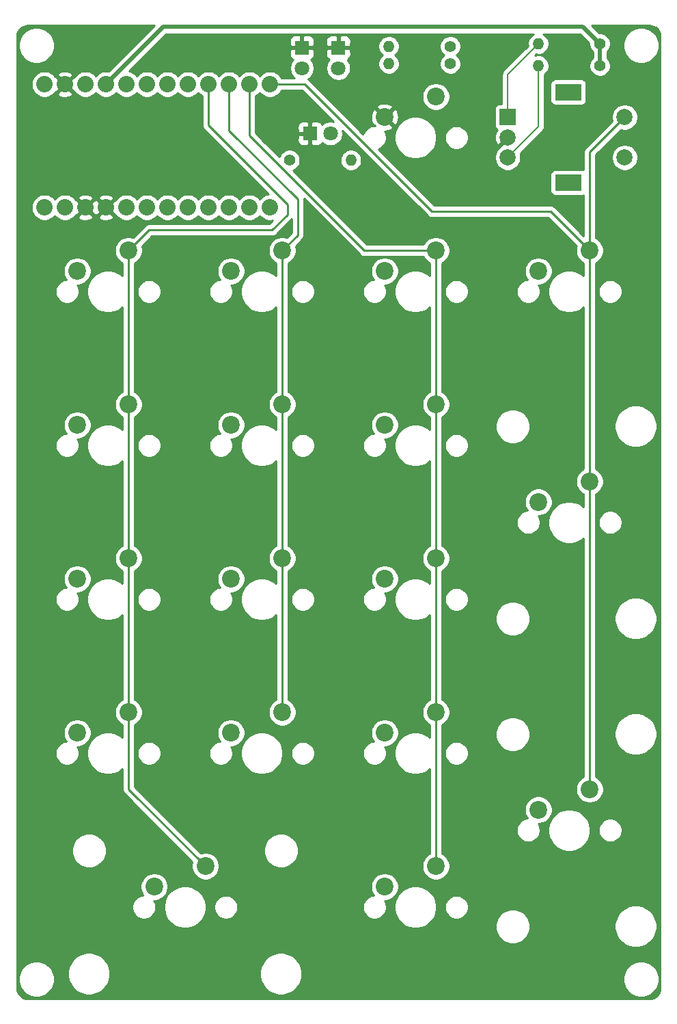
<source format=gbr>
%TF.GenerationSoftware,KiCad,Pcbnew,5.1.9-73d0e3b20d~88~ubuntu20.04.1*%
%TF.CreationDate,2021-03-20T19:20:58-05:00*%
%TF.ProjectId,KeypadMacropad1,4b657970-6164-44d6-9163-726f70616431,rev?*%
%TF.SameCoordinates,Original*%
%TF.FileFunction,Copper,L1,Top*%
%TF.FilePolarity,Positive*%
%FSLAX46Y46*%
G04 Gerber Fmt 4.6, Leading zero omitted, Abs format (unit mm)*
G04 Created by KiCad (PCBNEW 5.1.9-73d0e3b20d~88~ubuntu20.04.1) date 2021-03-20 19:20:58*
%MOMM*%
%LPD*%
G01*
G04 APERTURE LIST*
%TA.AperFunction,ComponentPad*%
%ADD10C,2.200000*%
%TD*%
%TA.AperFunction,ComponentPad*%
%ADD11C,2.032000*%
%TD*%
%TA.AperFunction,ComponentPad*%
%ADD12O,1.400000X1.400000*%
%TD*%
%TA.AperFunction,ComponentPad*%
%ADD13C,1.400000*%
%TD*%
%TA.AperFunction,ComponentPad*%
%ADD14R,2.000000X2.000000*%
%TD*%
%TA.AperFunction,ComponentPad*%
%ADD15C,2.000000*%
%TD*%
%TA.AperFunction,ComponentPad*%
%ADD16R,3.200000X2.000000*%
%TD*%
%TA.AperFunction,ComponentPad*%
%ADD17R,1.800000X1.800000*%
%TD*%
%TA.AperFunction,ComponentPad*%
%ADD18C,1.800000*%
%TD*%
%TA.AperFunction,Conductor*%
%ADD19C,0.250000*%
%TD*%
%TA.AperFunction,Conductor*%
%ADD20C,0.500000*%
%TD*%
%TA.AperFunction,Conductor*%
%ADD21C,0.200000*%
%TD*%
%TA.AperFunction,Conductor*%
%ADD22C,0.254000*%
%TD*%
%TA.AperFunction,Conductor*%
%ADD23C,0.100000*%
%TD*%
G04 APERTURE END LIST*
D10*
%TO.P,SW2,2*%
%TO.N,GND*%
X140790000Y-35160000D03*
%TO.P,SW2,1*%
%TO.N,Net-(SW2-Pad1)*%
X147140000Y-32620000D03*
%TD*%
%TO.P,MX1,2*%
%TO.N,Net-(D2-Pad2)*%
X102690000Y-54210000D03*
%TO.P,MX1,1*%
%TO.N,col1*%
X109040000Y-51670000D03*
%TD*%
D11*
%TO.P,U1,19*%
%TO.N,D4*%
X113866000Y-46336000D03*
%TO.P,U1,22*%
%TO.N,row3*%
X121486000Y-46336000D03*
%TO.P,U1,21*%
%TO.N,row4*%
X118946000Y-46336000D03*
%TO.P,U1,18*%
%TO.N,d3*%
X111326000Y-46336000D03*
%TO.P,U1,20*%
%TO.N,row5*%
X116406000Y-46336000D03*
%TO.P,U1,13*%
%TO.N,Net-(U1-Pad13)*%
X98626000Y-46336000D03*
%TO.P,U1,14*%
%TO.N,Net-(U1-Pad14)*%
X101166000Y-46336000D03*
%TO.P,U1,15*%
%TO.N,GND*%
X103706000Y-46336000D03*
%TO.P,U1,16*%
X106246000Y-46336000D03*
%TO.P,U1,24*%
%TO.N,row1*%
X126566000Y-46336000D03*
%TO.P,U1,23*%
%TO.N,row2*%
X124026000Y-46336000D03*
%TO.P,U1,17*%
%TO.N,d2*%
X108786000Y-46336000D03*
%TO.P,U1,1*%
%TO.N,Net-(U1-Pad1)*%
X98626000Y-31096000D03*
%TO.P,U1,2*%
%TO.N,GND*%
X101166000Y-31096000D03*
%TO.P,U1,3*%
%TO.N,Net-(U1-Pad3)*%
X103706000Y-31096000D03*
%TO.P,U1,4*%
%TO.N,+5V*%
X106246000Y-31096000D03*
%TO.P,U1,5*%
%TO.N,Net-(U1-Pad5)*%
X108786000Y-31096000D03*
%TO.P,U1,6*%
%TO.N,A2*%
X111326000Y-31096000D03*
%TO.P,U1,7*%
%TO.N,A1*%
X113866000Y-31096000D03*
%TO.P,U1,8*%
%TO.N,Net-(SW2-Pad1)*%
X116406000Y-31096000D03*
%TO.P,U1,9*%
%TO.N,col1*%
X118946000Y-31096000D03*
%TO.P,U1,10*%
%TO.N,col2*%
X121486000Y-31096000D03*
%TO.P,U1,11*%
%TO.N,col3*%
X124026000Y-31096000D03*
%TO.P,U1,12*%
%TO.N,col4*%
X126566000Y-31096000D03*
%TD*%
D10*
%TO.P,MX6,2*%
%TO.N,Net-(D7-Pad2)*%
X121740000Y-54210000D03*
%TO.P,MX6,1*%
%TO.N,col2*%
X128090000Y-51670000D03*
%TD*%
D12*
%TO.P,R4,2*%
%TO.N,Net-(D20-Pad2)*%
X141298000Y-26397000D03*
D13*
%TO.P,R4,1*%
%TO.N,D4*%
X148918000Y-26397000D03*
%TD*%
D14*
%TO.P,SW1,A*%
%TO.N,A2*%
X156030000Y-35160000D03*
D15*
%TO.P,SW1,C*%
%TO.N,GND*%
X156030000Y-37660000D03*
%TO.P,SW1,B*%
%TO.N,A1*%
X156030000Y-40160000D03*
D16*
%TO.P,SW1,MP*%
%TO.N,N/C*%
X163530000Y-32060000D03*
X163530000Y-43260000D03*
D15*
%TO.P,SW1,S2*%
%TO.N,col4*%
X170530000Y-35160000D03*
%TO.P,SW1,S1*%
%TO.N,Net-(D1-Pad2)*%
X170530000Y-40160000D03*
%TD*%
D10*
%TO.P,MX2,2*%
%TO.N,Net-(D3-Pad2)*%
X102690000Y-73260000D03*
%TO.P,MX2,1*%
%TO.N,col1*%
X109040000Y-70720000D03*
%TD*%
D17*
%TO.P,D20,1*%
%TO.N,GND*%
X135049600Y-26549400D03*
D18*
%TO.P,D20,2*%
%TO.N,Net-(D20-Pad2)*%
X135049600Y-29089400D03*
%TD*%
D17*
%TO.P,D21,1*%
%TO.N,GND*%
X130528400Y-26549400D03*
D18*
%TO.P,D21,2*%
%TO.N,Net-(D21-Pad2)*%
X130528400Y-29089400D03*
%TD*%
D12*
%TO.P,R5,2*%
%TO.N,Net-(D21-Pad2)*%
X141298000Y-28556000D03*
D13*
%TO.P,R5,1*%
%TO.N,d3*%
X148918000Y-28556000D03*
%TD*%
D12*
%TO.P,R3,2*%
%TO.N,Net-(D19-Pad2)*%
X136599000Y-40494000D03*
D13*
%TO.P,R3,1*%
%TO.N,d2*%
X128979000Y-40494000D03*
%TD*%
D18*
%TO.P,D19,2*%
%TO.N,Net-(D19-Pad2)*%
X134059000Y-37192000D03*
D17*
%TO.P,D19,1*%
%TO.N,GND*%
X131519000Y-37192000D03*
%TD*%
D12*
%TO.P,R2,2*%
%TO.N,A1*%
X159840000Y-28810000D03*
D13*
%TO.P,R2,1*%
%TO.N,+5V*%
X167460000Y-28810000D03*
%TD*%
D12*
%TO.P,R1,2*%
%TO.N,A2*%
X159840000Y-26075001D03*
D13*
%TO.P,R1,1*%
%TO.N,+5V*%
X167460000Y-26075001D03*
%TD*%
D10*
%TO.P,MX8,2*%
%TO.N,Net-(D9-Pad2)*%
X121740000Y-92310000D03*
%TO.P,MX8,1*%
%TO.N,col2*%
X128090000Y-89770000D03*
%TD*%
%TO.P,MX11,2*%
%TO.N,Net-(D12-Pad2)*%
X140790000Y-73260000D03*
%TO.P,MX11,1*%
%TO.N,col3*%
X147140000Y-70720000D03*
%TD*%
%TO.P,MX12,2*%
%TO.N,Net-(D13-Pad2)*%
X140790000Y-92310000D03*
%TO.P,MX12,1*%
%TO.N,col3*%
X147140000Y-89770000D03*
%TD*%
%TO.P,MX9,2*%
%TO.N,Net-(D10-Pad2)*%
X121740000Y-111360000D03*
%TO.P,MX9,1*%
%TO.N,col2*%
X128090000Y-108820000D03*
%TD*%
%TO.P,MX13,2*%
%TO.N,Net-(D14-Pad2)*%
X140790000Y-111360000D03*
%TO.P,MX13,1*%
%TO.N,col3*%
X147140000Y-108820000D03*
%TD*%
%TO.P,MX7,2*%
%TO.N,Net-(D8-Pad2)*%
X121740000Y-73260000D03*
%TO.P,MX7,1*%
%TO.N,col2*%
X128090000Y-70720000D03*
%TD*%
%TO.P,MX10,2*%
%TO.N,Net-(D11-Pad2)*%
X140790000Y-54210000D03*
%TO.P,MX10,1*%
%TO.N,col3*%
X147140000Y-51670000D03*
%TD*%
%TO.P,MX14,2*%
%TO.N,Net-(D15-Pad2)*%
X140790000Y-130410000D03*
%TO.P,MX14,1*%
%TO.N,col3*%
X147140000Y-127870000D03*
%TD*%
%TO.P,MX16,2*%
%TO.N,Net-(D17-Pad2)*%
X159840000Y-82785000D03*
%TO.P,MX16,1*%
%TO.N,col4*%
X166190000Y-80245000D03*
%TD*%
%TO.P,MX3,2*%
%TO.N,Net-(D4-Pad2)*%
X102690000Y-92310000D03*
%TO.P,MX3,1*%
%TO.N,col1*%
X109040000Y-89770000D03*
%TD*%
%TO.P,MX4,2*%
%TO.N,Net-(D5-Pad2)*%
X102690000Y-111360000D03*
%TO.P,MX4,1*%
%TO.N,col1*%
X109040000Y-108820000D03*
%TD*%
%TO.P,MX17,2*%
%TO.N,Net-(D18-Pad2)*%
X159840000Y-120885000D03*
%TO.P,MX17,1*%
%TO.N,col4*%
X166190000Y-118345000D03*
%TD*%
%TO.P,MX5,2*%
%TO.N,Net-(D6-Pad2)*%
X112215000Y-130410000D03*
%TO.P,MX5,1*%
%TO.N,col1*%
X118565000Y-127870000D03*
%TD*%
%TO.P,MX15,2*%
%TO.N,Net-(D16-Pad2)*%
X159840000Y-54210000D03*
%TO.P,MX15,1*%
%TO.N,col4*%
X166190000Y-51670000D03*
%TD*%
D19*
%TO.N,col4*%
X166190000Y-118345000D02*
X166190000Y-80245000D01*
X166190000Y-80245000D02*
X166190000Y-51670000D01*
X126566000Y-31096000D02*
X130884000Y-31096000D01*
X130884000Y-31096000D02*
X146632000Y-46844000D01*
X161364000Y-46844000D02*
X166190000Y-51670000D01*
X146632000Y-46844000D02*
X161364000Y-46844000D01*
X166190000Y-39500000D02*
X170530000Y-35160000D01*
X166190000Y-51670000D02*
X166190000Y-39500000D01*
%TO.N,col3*%
X147140000Y-51670000D02*
X147140000Y-70720000D01*
X147140000Y-89770000D02*
X147140000Y-70720000D01*
X147140000Y-89770000D02*
X147140000Y-108820000D01*
X147140000Y-108820000D02*
X147140000Y-127870000D01*
X147140000Y-51670000D02*
X138250000Y-51670000D01*
X124026000Y-37446000D02*
X124026000Y-31096000D01*
X138250000Y-51670000D02*
X124026000Y-37446000D01*
%TO.N,col2*%
X128090000Y-51670000D02*
X128090000Y-70720000D01*
X128090000Y-70720000D02*
X128090000Y-89770000D01*
X128090000Y-89770000D02*
X128090000Y-108820000D01*
X128090000Y-51670000D02*
X129995000Y-49765000D01*
X129995000Y-49765000D02*
X129995000Y-45320000D01*
X121486000Y-36811000D02*
X121486000Y-31096000D01*
X129995000Y-45320000D02*
X121486000Y-36811000D01*
%TO.N,col1*%
X109040000Y-51670000D02*
X109040000Y-70720000D01*
X109040000Y-70720000D02*
X109040000Y-89770000D01*
X109040000Y-108820000D02*
X109040000Y-89770000D01*
X109040000Y-118345000D02*
X118565000Y-127870000D01*
X109040000Y-108820000D02*
X109040000Y-118345000D01*
X118946000Y-36176000D02*
X118946000Y-35541000D01*
X128725000Y-45955000D02*
X118946000Y-36176000D01*
X128725000Y-47225000D02*
X128725000Y-45955000D01*
X126820000Y-49130000D02*
X128725000Y-47225000D01*
X109040000Y-51670000D02*
X111580000Y-49130000D01*
X111580000Y-49130000D02*
X126820000Y-49130000D01*
X118946000Y-31096000D02*
X118946000Y-35541000D01*
%TO.N,Net-(D2-Pad2)*%
X102690000Y-54210000D02*
X102690000Y-54845000D01*
D20*
%TO.N,GND*%
X155719998Y-37660000D02*
X156030000Y-37660000D01*
%TO.N,+5V*%
X167460000Y-26075001D02*
X167460000Y-28810000D01*
X167460000Y-26075001D02*
X165368999Y-23984000D01*
X113358000Y-23984000D02*
X115136000Y-23984000D01*
X106246000Y-31096000D02*
X113358000Y-23984000D01*
X165368999Y-23984000D02*
X115136000Y-23984000D01*
D21*
%TO.N,A2*%
X156030000Y-29885001D02*
X156030000Y-35160000D01*
X159840000Y-26075001D02*
X156030000Y-29885001D01*
%TO.N,A1*%
X159840000Y-36350000D02*
X156030000Y-40160000D01*
X159840000Y-28810000D02*
X159840000Y-36350000D01*
%TD*%
D22*
%TO.N,GND*%
X106606132Y-29484290D02*
X106408609Y-29445000D01*
X106083391Y-29445000D01*
X105764421Y-29508447D01*
X105463958Y-29632903D01*
X105193549Y-29813585D01*
X104976000Y-30031134D01*
X104758451Y-29813585D01*
X104488042Y-29632903D01*
X104187579Y-29508447D01*
X103868609Y-29445000D01*
X103543391Y-29445000D01*
X103224421Y-29508447D01*
X102923958Y-29632903D01*
X102653549Y-29813585D01*
X102423585Y-30043549D01*
X102356032Y-30144649D01*
X102312823Y-30128782D01*
X101345605Y-31096000D01*
X102312823Y-32063218D01*
X102356032Y-32047351D01*
X102423585Y-32148451D01*
X102653549Y-32378415D01*
X102923958Y-32559097D01*
X103224421Y-32683553D01*
X103543391Y-32747000D01*
X103868609Y-32747000D01*
X104187579Y-32683553D01*
X104488042Y-32559097D01*
X104758451Y-32378415D01*
X104976000Y-32160866D01*
X105193549Y-32378415D01*
X105463958Y-32559097D01*
X105764421Y-32683553D01*
X106083391Y-32747000D01*
X106408609Y-32747000D01*
X106727579Y-32683553D01*
X107028042Y-32559097D01*
X107298451Y-32378415D01*
X107516000Y-32160866D01*
X107733549Y-32378415D01*
X108003958Y-32559097D01*
X108304421Y-32683553D01*
X108623391Y-32747000D01*
X108948609Y-32747000D01*
X109267579Y-32683553D01*
X109568042Y-32559097D01*
X109838451Y-32378415D01*
X110056000Y-32160866D01*
X110273549Y-32378415D01*
X110543958Y-32559097D01*
X110844421Y-32683553D01*
X111163391Y-32747000D01*
X111488609Y-32747000D01*
X111807579Y-32683553D01*
X112108042Y-32559097D01*
X112378451Y-32378415D01*
X112596000Y-32160866D01*
X112813549Y-32378415D01*
X113083958Y-32559097D01*
X113384421Y-32683553D01*
X113703391Y-32747000D01*
X114028609Y-32747000D01*
X114347579Y-32683553D01*
X114648042Y-32559097D01*
X114918451Y-32378415D01*
X115136000Y-32160866D01*
X115353549Y-32378415D01*
X115623958Y-32559097D01*
X115924421Y-32683553D01*
X116243391Y-32747000D01*
X116568609Y-32747000D01*
X116887579Y-32683553D01*
X117188042Y-32559097D01*
X117458451Y-32378415D01*
X117676000Y-32160866D01*
X117893549Y-32378415D01*
X118163958Y-32559097D01*
X118186000Y-32568227D01*
X118186001Y-35503657D01*
X118186000Y-35503667D01*
X118186000Y-36138678D01*
X118182324Y-36176000D01*
X118186000Y-36213322D01*
X118186000Y-36213332D01*
X118196997Y-36324985D01*
X118235483Y-36451859D01*
X118240454Y-36468246D01*
X118311026Y-36600276D01*
X118337581Y-36632633D01*
X118405999Y-36716001D01*
X118435003Y-36739804D01*
X126384045Y-44688848D01*
X126084421Y-44748447D01*
X125783958Y-44872903D01*
X125513549Y-45053585D01*
X125296000Y-45271134D01*
X125078451Y-45053585D01*
X124808042Y-44872903D01*
X124507579Y-44748447D01*
X124188609Y-44685000D01*
X123863391Y-44685000D01*
X123544421Y-44748447D01*
X123243958Y-44872903D01*
X122973549Y-45053585D01*
X122756000Y-45271134D01*
X122538451Y-45053585D01*
X122268042Y-44872903D01*
X121967579Y-44748447D01*
X121648609Y-44685000D01*
X121323391Y-44685000D01*
X121004421Y-44748447D01*
X120703958Y-44872903D01*
X120433549Y-45053585D01*
X120216000Y-45271134D01*
X119998451Y-45053585D01*
X119728042Y-44872903D01*
X119427579Y-44748447D01*
X119108609Y-44685000D01*
X118783391Y-44685000D01*
X118464421Y-44748447D01*
X118163958Y-44872903D01*
X117893549Y-45053585D01*
X117676000Y-45271134D01*
X117458451Y-45053585D01*
X117188042Y-44872903D01*
X116887579Y-44748447D01*
X116568609Y-44685000D01*
X116243391Y-44685000D01*
X115924421Y-44748447D01*
X115623958Y-44872903D01*
X115353549Y-45053585D01*
X115136000Y-45271134D01*
X114918451Y-45053585D01*
X114648042Y-44872903D01*
X114347579Y-44748447D01*
X114028609Y-44685000D01*
X113703391Y-44685000D01*
X113384421Y-44748447D01*
X113083958Y-44872903D01*
X112813549Y-45053585D01*
X112596000Y-45271134D01*
X112378451Y-45053585D01*
X112108042Y-44872903D01*
X111807579Y-44748447D01*
X111488609Y-44685000D01*
X111163391Y-44685000D01*
X110844421Y-44748447D01*
X110543958Y-44872903D01*
X110273549Y-45053585D01*
X110056000Y-45271134D01*
X109838451Y-45053585D01*
X109568042Y-44872903D01*
X109267579Y-44748447D01*
X108948609Y-44685000D01*
X108623391Y-44685000D01*
X108304421Y-44748447D01*
X108003958Y-44872903D01*
X107733549Y-45053585D01*
X107503585Y-45283549D01*
X107436032Y-45384649D01*
X107392823Y-45368782D01*
X106425605Y-46336000D01*
X107392823Y-47303218D01*
X107436032Y-47287351D01*
X107503585Y-47388451D01*
X107733549Y-47618415D01*
X108003958Y-47799097D01*
X108304421Y-47923553D01*
X108623391Y-47987000D01*
X108948609Y-47987000D01*
X109267579Y-47923553D01*
X109568042Y-47799097D01*
X109838451Y-47618415D01*
X110056000Y-47400866D01*
X110273549Y-47618415D01*
X110543958Y-47799097D01*
X110844421Y-47923553D01*
X111163391Y-47987000D01*
X111488609Y-47987000D01*
X111807579Y-47923553D01*
X112108042Y-47799097D01*
X112378451Y-47618415D01*
X112596000Y-47400866D01*
X112813549Y-47618415D01*
X113083958Y-47799097D01*
X113384421Y-47923553D01*
X113703391Y-47987000D01*
X114028609Y-47987000D01*
X114347579Y-47923553D01*
X114648042Y-47799097D01*
X114918451Y-47618415D01*
X115136000Y-47400866D01*
X115353549Y-47618415D01*
X115623958Y-47799097D01*
X115924421Y-47923553D01*
X116243391Y-47987000D01*
X116568609Y-47987000D01*
X116887579Y-47923553D01*
X117188042Y-47799097D01*
X117458451Y-47618415D01*
X117676000Y-47400866D01*
X117893549Y-47618415D01*
X118163958Y-47799097D01*
X118464421Y-47923553D01*
X118783391Y-47987000D01*
X119108609Y-47987000D01*
X119427579Y-47923553D01*
X119728042Y-47799097D01*
X119998451Y-47618415D01*
X120216000Y-47400866D01*
X120433549Y-47618415D01*
X120703958Y-47799097D01*
X121004421Y-47923553D01*
X121323391Y-47987000D01*
X121648609Y-47987000D01*
X121967579Y-47923553D01*
X122268042Y-47799097D01*
X122538451Y-47618415D01*
X122756000Y-47400866D01*
X122973549Y-47618415D01*
X123243958Y-47799097D01*
X123544421Y-47923553D01*
X123863391Y-47987000D01*
X124188609Y-47987000D01*
X124507579Y-47923553D01*
X124808042Y-47799097D01*
X125078451Y-47618415D01*
X125296000Y-47400866D01*
X125513549Y-47618415D01*
X125783958Y-47799097D01*
X126084421Y-47923553D01*
X126403391Y-47987000D01*
X126728609Y-47987000D01*
X126927825Y-47947373D01*
X126505199Y-48370000D01*
X111617322Y-48370000D01*
X111579999Y-48366324D01*
X111542676Y-48370000D01*
X111542667Y-48370000D01*
X111431014Y-48380997D01*
X111287753Y-48424454D01*
X111155724Y-48495026D01*
X111155722Y-48495027D01*
X111155723Y-48495027D01*
X111068996Y-48566201D01*
X111068992Y-48566205D01*
X111039999Y-48589999D01*
X111016205Y-48618992D01*
X109607912Y-50027286D01*
X109546081Y-50001675D01*
X109210883Y-49935000D01*
X108869117Y-49935000D01*
X108533919Y-50001675D01*
X108218169Y-50132463D01*
X107934002Y-50322337D01*
X107692337Y-50564002D01*
X107502463Y-50848169D01*
X107371675Y-51163919D01*
X107305000Y-51499117D01*
X107305000Y-51840883D01*
X107371675Y-52176081D01*
X107502463Y-52491831D01*
X107692337Y-52775998D01*
X107934002Y-53017663D01*
X108218169Y-53207537D01*
X108280000Y-53233148D01*
X108280000Y-54803547D01*
X108179715Y-54703262D01*
X107748141Y-54414893D01*
X107268601Y-54216261D01*
X106759525Y-54115000D01*
X106240475Y-54115000D01*
X105731399Y-54216261D01*
X105251859Y-54414893D01*
X104820285Y-54703262D01*
X104453262Y-55070285D01*
X104164893Y-55501859D01*
X103966261Y-55981399D01*
X103865000Y-56490475D01*
X103865000Y-57009525D01*
X103966261Y-57518601D01*
X104164893Y-57998141D01*
X104453262Y-58429715D01*
X104820285Y-58796738D01*
X105251859Y-59085107D01*
X105731399Y-59283739D01*
X106240475Y-59385000D01*
X106759525Y-59385000D01*
X107268601Y-59283739D01*
X107748141Y-59085107D01*
X108179715Y-58796738D01*
X108280000Y-58696453D01*
X108280001Y-69156851D01*
X108218169Y-69182463D01*
X107934002Y-69372337D01*
X107692337Y-69614002D01*
X107502463Y-69898169D01*
X107371675Y-70213919D01*
X107305000Y-70549117D01*
X107305000Y-70890883D01*
X107371675Y-71226081D01*
X107502463Y-71541831D01*
X107692337Y-71825998D01*
X107934002Y-72067663D01*
X108218169Y-72257537D01*
X108280000Y-72283148D01*
X108280000Y-73853547D01*
X108179715Y-73753262D01*
X107748141Y-73464893D01*
X107268601Y-73266261D01*
X106759525Y-73165000D01*
X106240475Y-73165000D01*
X105731399Y-73266261D01*
X105251859Y-73464893D01*
X104820285Y-73753262D01*
X104453262Y-74120285D01*
X104164893Y-74551859D01*
X103966261Y-75031399D01*
X103865000Y-75540475D01*
X103865000Y-76059525D01*
X103966261Y-76568601D01*
X104164893Y-77048141D01*
X104453262Y-77479715D01*
X104820285Y-77846738D01*
X105251859Y-78135107D01*
X105731399Y-78333739D01*
X106240475Y-78435000D01*
X106759525Y-78435000D01*
X107268601Y-78333739D01*
X107748141Y-78135107D01*
X108179715Y-77846738D01*
X108280000Y-77746453D01*
X108280001Y-88206851D01*
X108218169Y-88232463D01*
X107934002Y-88422337D01*
X107692337Y-88664002D01*
X107502463Y-88948169D01*
X107371675Y-89263919D01*
X107305000Y-89599117D01*
X107305000Y-89940883D01*
X107371675Y-90276081D01*
X107502463Y-90591831D01*
X107692337Y-90875998D01*
X107934002Y-91117663D01*
X108218169Y-91307537D01*
X108280001Y-91333149D01*
X108280001Y-92903548D01*
X108179715Y-92803262D01*
X107748141Y-92514893D01*
X107268601Y-92316261D01*
X106759525Y-92215000D01*
X106240475Y-92215000D01*
X105731399Y-92316261D01*
X105251859Y-92514893D01*
X104820285Y-92803262D01*
X104453262Y-93170285D01*
X104164893Y-93601859D01*
X103966261Y-94081399D01*
X103865000Y-94590475D01*
X103865000Y-95109525D01*
X103966261Y-95618601D01*
X104164893Y-96098141D01*
X104453262Y-96529715D01*
X104820285Y-96896738D01*
X105251859Y-97185107D01*
X105731399Y-97383739D01*
X106240475Y-97485000D01*
X106759525Y-97485000D01*
X107268601Y-97383739D01*
X107748141Y-97185107D01*
X108179715Y-96896738D01*
X108280001Y-96796452D01*
X108280000Y-107256852D01*
X108218169Y-107282463D01*
X107934002Y-107472337D01*
X107692337Y-107714002D01*
X107502463Y-107998169D01*
X107371675Y-108313919D01*
X107305000Y-108649117D01*
X107305000Y-108990883D01*
X107371675Y-109326081D01*
X107502463Y-109641831D01*
X107692337Y-109925998D01*
X107934002Y-110167663D01*
X108218169Y-110357537D01*
X108280000Y-110383148D01*
X108280000Y-111953547D01*
X108179715Y-111853262D01*
X107748141Y-111564893D01*
X107268601Y-111366261D01*
X106759525Y-111265000D01*
X106240475Y-111265000D01*
X105731399Y-111366261D01*
X105251859Y-111564893D01*
X104820285Y-111853262D01*
X104453262Y-112220285D01*
X104164893Y-112651859D01*
X103966261Y-113131399D01*
X103865000Y-113640475D01*
X103865000Y-114159525D01*
X103966261Y-114668601D01*
X104164893Y-115148141D01*
X104453262Y-115579715D01*
X104820285Y-115946738D01*
X105251859Y-116235107D01*
X105731399Y-116433739D01*
X106240475Y-116535000D01*
X106759525Y-116535000D01*
X107268601Y-116433739D01*
X107748141Y-116235107D01*
X108179715Y-115946738D01*
X108280001Y-115846452D01*
X108280001Y-118307668D01*
X108276324Y-118345000D01*
X108290998Y-118493985D01*
X108334454Y-118637246D01*
X108405026Y-118769276D01*
X108476201Y-118856002D01*
X108500000Y-118885001D01*
X108528998Y-118908799D01*
X116922286Y-127302088D01*
X116896675Y-127363919D01*
X116830000Y-127699117D01*
X116830000Y-128040883D01*
X116896675Y-128376081D01*
X117027463Y-128691831D01*
X117217337Y-128975998D01*
X117459002Y-129217663D01*
X117743169Y-129407537D01*
X118058919Y-129538325D01*
X118394117Y-129605000D01*
X118735883Y-129605000D01*
X119071081Y-129538325D01*
X119386831Y-129407537D01*
X119670998Y-129217663D01*
X119912663Y-128975998D01*
X120102537Y-128691831D01*
X120233325Y-128376081D01*
X120300000Y-128040883D01*
X120300000Y-127699117D01*
X120233325Y-127363919D01*
X120102537Y-127048169D01*
X119912663Y-126764002D01*
X119670998Y-126522337D01*
X119386831Y-126332463D01*
X119071081Y-126201675D01*
X118735883Y-126135000D01*
X118394117Y-126135000D01*
X118058919Y-126201675D01*
X117997088Y-126227286D01*
X117507061Y-125737259D01*
X125765000Y-125737259D01*
X125765000Y-126162741D01*
X125848008Y-126580049D01*
X126010833Y-126973144D01*
X126247219Y-127326920D01*
X126548080Y-127627781D01*
X126901856Y-127864167D01*
X127294951Y-128026992D01*
X127712259Y-128110000D01*
X128137741Y-128110000D01*
X128555049Y-128026992D01*
X128948144Y-127864167D01*
X129301920Y-127627781D01*
X129602781Y-127326920D01*
X129839167Y-126973144D01*
X130001992Y-126580049D01*
X130085000Y-126162741D01*
X130085000Y-125737259D01*
X130001992Y-125319951D01*
X129839167Y-124926856D01*
X129602781Y-124573080D01*
X129301920Y-124272219D01*
X128948144Y-124035833D01*
X128555049Y-123873008D01*
X128137741Y-123790000D01*
X127712259Y-123790000D01*
X127294951Y-123873008D01*
X126901856Y-124035833D01*
X126548080Y-124272219D01*
X126247219Y-124573080D01*
X126010833Y-124926856D01*
X125848008Y-125319951D01*
X125765000Y-125737259D01*
X117507061Y-125737259D01*
X109800000Y-118030199D01*
X109800000Y-113753740D01*
X110095000Y-113753740D01*
X110095000Y-114046260D01*
X110152068Y-114333158D01*
X110264010Y-114603411D01*
X110426525Y-114846632D01*
X110633368Y-115053475D01*
X110876589Y-115215990D01*
X111146842Y-115327932D01*
X111433740Y-115385000D01*
X111726260Y-115385000D01*
X112013158Y-115327932D01*
X112283411Y-115215990D01*
X112526632Y-115053475D01*
X112733475Y-114846632D01*
X112895990Y-114603411D01*
X113007932Y-114333158D01*
X113065000Y-114046260D01*
X113065000Y-113753740D01*
X118985000Y-113753740D01*
X118985000Y-114046260D01*
X119042068Y-114333158D01*
X119154010Y-114603411D01*
X119316525Y-114846632D01*
X119523368Y-115053475D01*
X119766589Y-115215990D01*
X120036842Y-115327932D01*
X120323740Y-115385000D01*
X120616260Y-115385000D01*
X120903158Y-115327932D01*
X121173411Y-115215990D01*
X121416632Y-115053475D01*
X121623475Y-114846632D01*
X121785990Y-114603411D01*
X121897932Y-114333158D01*
X121955000Y-114046260D01*
X121955000Y-113753740D01*
X121932471Y-113640475D01*
X122915000Y-113640475D01*
X122915000Y-114159525D01*
X123016261Y-114668601D01*
X123214893Y-115148141D01*
X123503262Y-115579715D01*
X123870285Y-115946738D01*
X124301859Y-116235107D01*
X124781399Y-116433739D01*
X125290475Y-116535000D01*
X125809525Y-116535000D01*
X126318601Y-116433739D01*
X126798141Y-116235107D01*
X127229715Y-115946738D01*
X127596738Y-115579715D01*
X127885107Y-115148141D01*
X128083739Y-114668601D01*
X128185000Y-114159525D01*
X128185000Y-113753740D01*
X129145000Y-113753740D01*
X129145000Y-114046260D01*
X129202068Y-114333158D01*
X129314010Y-114603411D01*
X129476525Y-114846632D01*
X129683368Y-115053475D01*
X129926589Y-115215990D01*
X130196842Y-115327932D01*
X130483740Y-115385000D01*
X130776260Y-115385000D01*
X131063158Y-115327932D01*
X131333411Y-115215990D01*
X131576632Y-115053475D01*
X131783475Y-114846632D01*
X131945990Y-114603411D01*
X132057932Y-114333158D01*
X132115000Y-114046260D01*
X132115000Y-113753740D01*
X138035000Y-113753740D01*
X138035000Y-114046260D01*
X138092068Y-114333158D01*
X138204010Y-114603411D01*
X138366525Y-114846632D01*
X138573368Y-115053475D01*
X138816589Y-115215990D01*
X139086842Y-115327932D01*
X139373740Y-115385000D01*
X139666260Y-115385000D01*
X139953158Y-115327932D01*
X140223411Y-115215990D01*
X140466632Y-115053475D01*
X140673475Y-114846632D01*
X140835990Y-114603411D01*
X140947932Y-114333158D01*
X141005000Y-114046260D01*
X141005000Y-113753740D01*
X140947932Y-113466842D01*
X140835990Y-113196589D01*
X140768110Y-113095000D01*
X140960883Y-113095000D01*
X141296081Y-113028325D01*
X141611831Y-112897537D01*
X141895998Y-112707663D01*
X142137663Y-112465998D01*
X142327537Y-112181831D01*
X142458325Y-111866081D01*
X142525000Y-111530883D01*
X142525000Y-111189117D01*
X142458325Y-110853919D01*
X142327537Y-110538169D01*
X142137663Y-110254002D01*
X141895998Y-110012337D01*
X141611831Y-109822463D01*
X141296081Y-109691675D01*
X140960883Y-109625000D01*
X140619117Y-109625000D01*
X140283919Y-109691675D01*
X139968169Y-109822463D01*
X139684002Y-110012337D01*
X139442337Y-110254002D01*
X139252463Y-110538169D01*
X139121675Y-110853919D01*
X139055000Y-111189117D01*
X139055000Y-111530883D01*
X139121675Y-111866081D01*
X139252463Y-112181831D01*
X139408261Y-112415000D01*
X139373740Y-112415000D01*
X139086842Y-112472068D01*
X138816589Y-112584010D01*
X138573368Y-112746525D01*
X138366525Y-112953368D01*
X138204010Y-113196589D01*
X138092068Y-113466842D01*
X138035000Y-113753740D01*
X132115000Y-113753740D01*
X132057932Y-113466842D01*
X131945990Y-113196589D01*
X131783475Y-112953368D01*
X131576632Y-112746525D01*
X131333411Y-112584010D01*
X131063158Y-112472068D01*
X130776260Y-112415000D01*
X130483740Y-112415000D01*
X130196842Y-112472068D01*
X129926589Y-112584010D01*
X129683368Y-112746525D01*
X129476525Y-112953368D01*
X129314010Y-113196589D01*
X129202068Y-113466842D01*
X129145000Y-113753740D01*
X128185000Y-113753740D01*
X128185000Y-113640475D01*
X128083739Y-113131399D01*
X127885107Y-112651859D01*
X127596738Y-112220285D01*
X127229715Y-111853262D01*
X126798141Y-111564893D01*
X126318601Y-111366261D01*
X125809525Y-111265000D01*
X125290475Y-111265000D01*
X124781399Y-111366261D01*
X124301859Y-111564893D01*
X123870285Y-111853262D01*
X123503262Y-112220285D01*
X123214893Y-112651859D01*
X123016261Y-113131399D01*
X122915000Y-113640475D01*
X121932471Y-113640475D01*
X121897932Y-113466842D01*
X121785990Y-113196589D01*
X121718110Y-113095000D01*
X121910883Y-113095000D01*
X122246081Y-113028325D01*
X122561831Y-112897537D01*
X122845998Y-112707663D01*
X123087663Y-112465998D01*
X123277537Y-112181831D01*
X123408325Y-111866081D01*
X123475000Y-111530883D01*
X123475000Y-111189117D01*
X123408325Y-110853919D01*
X123277537Y-110538169D01*
X123087663Y-110254002D01*
X122845998Y-110012337D01*
X122561831Y-109822463D01*
X122246081Y-109691675D01*
X121910883Y-109625000D01*
X121569117Y-109625000D01*
X121233919Y-109691675D01*
X120918169Y-109822463D01*
X120634002Y-110012337D01*
X120392337Y-110254002D01*
X120202463Y-110538169D01*
X120071675Y-110853919D01*
X120005000Y-111189117D01*
X120005000Y-111530883D01*
X120071675Y-111866081D01*
X120202463Y-112181831D01*
X120358261Y-112415000D01*
X120323740Y-112415000D01*
X120036842Y-112472068D01*
X119766589Y-112584010D01*
X119523368Y-112746525D01*
X119316525Y-112953368D01*
X119154010Y-113196589D01*
X119042068Y-113466842D01*
X118985000Y-113753740D01*
X113065000Y-113753740D01*
X113007932Y-113466842D01*
X112895990Y-113196589D01*
X112733475Y-112953368D01*
X112526632Y-112746525D01*
X112283411Y-112584010D01*
X112013158Y-112472068D01*
X111726260Y-112415000D01*
X111433740Y-112415000D01*
X111146842Y-112472068D01*
X110876589Y-112584010D01*
X110633368Y-112746525D01*
X110426525Y-112953368D01*
X110264010Y-113196589D01*
X110152068Y-113466842D01*
X110095000Y-113753740D01*
X109800000Y-113753740D01*
X109800000Y-110383148D01*
X109861831Y-110357537D01*
X110145998Y-110167663D01*
X110387663Y-109925998D01*
X110577537Y-109641831D01*
X110708325Y-109326081D01*
X110775000Y-108990883D01*
X110775000Y-108649117D01*
X110708325Y-108313919D01*
X110577537Y-107998169D01*
X110387663Y-107714002D01*
X110145998Y-107472337D01*
X109861831Y-107282463D01*
X109800000Y-107256852D01*
X109800000Y-94703740D01*
X110095000Y-94703740D01*
X110095000Y-94996260D01*
X110152068Y-95283158D01*
X110264010Y-95553411D01*
X110426525Y-95796632D01*
X110633368Y-96003475D01*
X110876589Y-96165990D01*
X111146842Y-96277932D01*
X111433740Y-96335000D01*
X111726260Y-96335000D01*
X112013158Y-96277932D01*
X112283411Y-96165990D01*
X112526632Y-96003475D01*
X112733475Y-95796632D01*
X112895990Y-95553411D01*
X113007932Y-95283158D01*
X113065000Y-94996260D01*
X113065000Y-94703740D01*
X118985000Y-94703740D01*
X118985000Y-94996260D01*
X119042068Y-95283158D01*
X119154010Y-95553411D01*
X119316525Y-95796632D01*
X119523368Y-96003475D01*
X119766589Y-96165990D01*
X120036842Y-96277932D01*
X120323740Y-96335000D01*
X120616260Y-96335000D01*
X120903158Y-96277932D01*
X121173411Y-96165990D01*
X121416632Y-96003475D01*
X121623475Y-95796632D01*
X121785990Y-95553411D01*
X121897932Y-95283158D01*
X121955000Y-94996260D01*
X121955000Y-94703740D01*
X121897932Y-94416842D01*
X121785990Y-94146589D01*
X121718110Y-94045000D01*
X121910883Y-94045000D01*
X122246081Y-93978325D01*
X122561831Y-93847537D01*
X122845998Y-93657663D01*
X123087663Y-93415998D01*
X123277537Y-93131831D01*
X123408325Y-92816081D01*
X123475000Y-92480883D01*
X123475000Y-92139117D01*
X123408325Y-91803919D01*
X123277537Y-91488169D01*
X123087663Y-91204002D01*
X122845998Y-90962337D01*
X122561831Y-90772463D01*
X122246081Y-90641675D01*
X121910883Y-90575000D01*
X121569117Y-90575000D01*
X121233919Y-90641675D01*
X120918169Y-90772463D01*
X120634002Y-90962337D01*
X120392337Y-91204002D01*
X120202463Y-91488169D01*
X120071675Y-91803919D01*
X120005000Y-92139117D01*
X120005000Y-92480883D01*
X120071675Y-92816081D01*
X120202463Y-93131831D01*
X120358261Y-93365000D01*
X120323740Y-93365000D01*
X120036842Y-93422068D01*
X119766589Y-93534010D01*
X119523368Y-93696525D01*
X119316525Y-93903368D01*
X119154010Y-94146589D01*
X119042068Y-94416842D01*
X118985000Y-94703740D01*
X113065000Y-94703740D01*
X113007932Y-94416842D01*
X112895990Y-94146589D01*
X112733475Y-93903368D01*
X112526632Y-93696525D01*
X112283411Y-93534010D01*
X112013158Y-93422068D01*
X111726260Y-93365000D01*
X111433740Y-93365000D01*
X111146842Y-93422068D01*
X110876589Y-93534010D01*
X110633368Y-93696525D01*
X110426525Y-93903368D01*
X110264010Y-94146589D01*
X110152068Y-94416842D01*
X110095000Y-94703740D01*
X109800000Y-94703740D01*
X109800000Y-91333148D01*
X109861831Y-91307537D01*
X110145998Y-91117663D01*
X110387663Y-90875998D01*
X110577537Y-90591831D01*
X110708325Y-90276081D01*
X110775000Y-89940883D01*
X110775000Y-89599117D01*
X110708325Y-89263919D01*
X110577537Y-88948169D01*
X110387663Y-88664002D01*
X110145998Y-88422337D01*
X109861831Y-88232463D01*
X109800000Y-88206852D01*
X109800000Y-75653740D01*
X110095000Y-75653740D01*
X110095000Y-75946260D01*
X110152068Y-76233158D01*
X110264010Y-76503411D01*
X110426525Y-76746632D01*
X110633368Y-76953475D01*
X110876589Y-77115990D01*
X111146842Y-77227932D01*
X111433740Y-77285000D01*
X111726260Y-77285000D01*
X112013158Y-77227932D01*
X112283411Y-77115990D01*
X112526632Y-76953475D01*
X112733475Y-76746632D01*
X112895990Y-76503411D01*
X113007932Y-76233158D01*
X113065000Y-75946260D01*
X113065000Y-75653740D01*
X118985000Y-75653740D01*
X118985000Y-75946260D01*
X119042068Y-76233158D01*
X119154010Y-76503411D01*
X119316525Y-76746632D01*
X119523368Y-76953475D01*
X119766589Y-77115990D01*
X120036842Y-77227932D01*
X120323740Y-77285000D01*
X120616260Y-77285000D01*
X120903158Y-77227932D01*
X121173411Y-77115990D01*
X121416632Y-76953475D01*
X121623475Y-76746632D01*
X121785990Y-76503411D01*
X121897932Y-76233158D01*
X121955000Y-75946260D01*
X121955000Y-75653740D01*
X121897932Y-75366842D01*
X121785990Y-75096589D01*
X121718110Y-74995000D01*
X121910883Y-74995000D01*
X122246081Y-74928325D01*
X122561831Y-74797537D01*
X122845998Y-74607663D01*
X123087663Y-74365998D01*
X123277537Y-74081831D01*
X123408325Y-73766081D01*
X123475000Y-73430883D01*
X123475000Y-73089117D01*
X123408325Y-72753919D01*
X123277537Y-72438169D01*
X123087663Y-72154002D01*
X122845998Y-71912337D01*
X122561831Y-71722463D01*
X122246081Y-71591675D01*
X121910883Y-71525000D01*
X121569117Y-71525000D01*
X121233919Y-71591675D01*
X120918169Y-71722463D01*
X120634002Y-71912337D01*
X120392337Y-72154002D01*
X120202463Y-72438169D01*
X120071675Y-72753919D01*
X120005000Y-73089117D01*
X120005000Y-73430883D01*
X120071675Y-73766081D01*
X120202463Y-74081831D01*
X120358261Y-74315000D01*
X120323740Y-74315000D01*
X120036842Y-74372068D01*
X119766589Y-74484010D01*
X119523368Y-74646525D01*
X119316525Y-74853368D01*
X119154010Y-75096589D01*
X119042068Y-75366842D01*
X118985000Y-75653740D01*
X113065000Y-75653740D01*
X113007932Y-75366842D01*
X112895990Y-75096589D01*
X112733475Y-74853368D01*
X112526632Y-74646525D01*
X112283411Y-74484010D01*
X112013158Y-74372068D01*
X111726260Y-74315000D01*
X111433740Y-74315000D01*
X111146842Y-74372068D01*
X110876589Y-74484010D01*
X110633368Y-74646525D01*
X110426525Y-74853368D01*
X110264010Y-75096589D01*
X110152068Y-75366842D01*
X110095000Y-75653740D01*
X109800000Y-75653740D01*
X109800000Y-72283148D01*
X109861831Y-72257537D01*
X110145998Y-72067663D01*
X110387663Y-71825998D01*
X110577537Y-71541831D01*
X110708325Y-71226081D01*
X110775000Y-70890883D01*
X110775000Y-70549117D01*
X110708325Y-70213919D01*
X110577537Y-69898169D01*
X110387663Y-69614002D01*
X110145998Y-69372337D01*
X109861831Y-69182463D01*
X109800000Y-69156852D01*
X109800000Y-56603740D01*
X110095000Y-56603740D01*
X110095000Y-56896260D01*
X110152068Y-57183158D01*
X110264010Y-57453411D01*
X110426525Y-57696632D01*
X110633368Y-57903475D01*
X110876589Y-58065990D01*
X111146842Y-58177932D01*
X111433740Y-58235000D01*
X111726260Y-58235000D01*
X112013158Y-58177932D01*
X112283411Y-58065990D01*
X112526632Y-57903475D01*
X112733475Y-57696632D01*
X112895990Y-57453411D01*
X113007932Y-57183158D01*
X113065000Y-56896260D01*
X113065000Y-56603740D01*
X118985000Y-56603740D01*
X118985000Y-56896260D01*
X119042068Y-57183158D01*
X119154010Y-57453411D01*
X119316525Y-57696632D01*
X119523368Y-57903475D01*
X119766589Y-58065990D01*
X120036842Y-58177932D01*
X120323740Y-58235000D01*
X120616260Y-58235000D01*
X120903158Y-58177932D01*
X121173411Y-58065990D01*
X121416632Y-57903475D01*
X121623475Y-57696632D01*
X121785990Y-57453411D01*
X121897932Y-57183158D01*
X121955000Y-56896260D01*
X121955000Y-56603740D01*
X121897932Y-56316842D01*
X121785990Y-56046589D01*
X121718110Y-55945000D01*
X121910883Y-55945000D01*
X122246081Y-55878325D01*
X122561831Y-55747537D01*
X122845998Y-55557663D01*
X123087663Y-55315998D01*
X123277537Y-55031831D01*
X123408325Y-54716081D01*
X123475000Y-54380883D01*
X123475000Y-54039117D01*
X123408325Y-53703919D01*
X123277537Y-53388169D01*
X123087663Y-53104002D01*
X122845998Y-52862337D01*
X122561831Y-52672463D01*
X122246081Y-52541675D01*
X121910883Y-52475000D01*
X121569117Y-52475000D01*
X121233919Y-52541675D01*
X120918169Y-52672463D01*
X120634002Y-52862337D01*
X120392337Y-53104002D01*
X120202463Y-53388169D01*
X120071675Y-53703919D01*
X120005000Y-54039117D01*
X120005000Y-54380883D01*
X120071675Y-54716081D01*
X120202463Y-55031831D01*
X120358261Y-55265000D01*
X120323740Y-55265000D01*
X120036842Y-55322068D01*
X119766589Y-55434010D01*
X119523368Y-55596525D01*
X119316525Y-55803368D01*
X119154010Y-56046589D01*
X119042068Y-56316842D01*
X118985000Y-56603740D01*
X113065000Y-56603740D01*
X113007932Y-56316842D01*
X112895990Y-56046589D01*
X112733475Y-55803368D01*
X112526632Y-55596525D01*
X112283411Y-55434010D01*
X112013158Y-55322068D01*
X111726260Y-55265000D01*
X111433740Y-55265000D01*
X111146842Y-55322068D01*
X110876589Y-55434010D01*
X110633368Y-55596525D01*
X110426525Y-55803368D01*
X110264010Y-56046589D01*
X110152068Y-56316842D01*
X110095000Y-56603740D01*
X109800000Y-56603740D01*
X109800000Y-53233148D01*
X109861831Y-53207537D01*
X110145998Y-53017663D01*
X110387663Y-52775998D01*
X110577537Y-52491831D01*
X110708325Y-52176081D01*
X110775000Y-51840883D01*
X110775000Y-51499117D01*
X110708325Y-51163919D01*
X110682714Y-51102088D01*
X111894803Y-49890000D01*
X126782678Y-49890000D01*
X126820000Y-49893676D01*
X126857322Y-49890000D01*
X126857333Y-49890000D01*
X126968986Y-49879003D01*
X127112247Y-49835546D01*
X127244276Y-49764974D01*
X127360001Y-49670001D01*
X127383804Y-49640997D01*
X129235000Y-47789802D01*
X129235000Y-49450198D01*
X128657912Y-50027286D01*
X128596081Y-50001675D01*
X128260883Y-49935000D01*
X127919117Y-49935000D01*
X127583919Y-50001675D01*
X127268169Y-50132463D01*
X126984002Y-50322337D01*
X126742337Y-50564002D01*
X126552463Y-50848169D01*
X126421675Y-51163919D01*
X126355000Y-51499117D01*
X126355000Y-51840883D01*
X126421675Y-52176081D01*
X126552463Y-52491831D01*
X126742337Y-52775998D01*
X126984002Y-53017663D01*
X127268169Y-53207537D01*
X127330000Y-53233148D01*
X127330000Y-54803547D01*
X127229715Y-54703262D01*
X126798141Y-54414893D01*
X126318601Y-54216261D01*
X125809525Y-54115000D01*
X125290475Y-54115000D01*
X124781399Y-54216261D01*
X124301859Y-54414893D01*
X123870285Y-54703262D01*
X123503262Y-55070285D01*
X123214893Y-55501859D01*
X123016261Y-55981399D01*
X122915000Y-56490475D01*
X122915000Y-57009525D01*
X123016261Y-57518601D01*
X123214893Y-57998141D01*
X123503262Y-58429715D01*
X123870285Y-58796738D01*
X124301859Y-59085107D01*
X124781399Y-59283739D01*
X125290475Y-59385000D01*
X125809525Y-59385000D01*
X126318601Y-59283739D01*
X126798141Y-59085107D01*
X127229715Y-58796738D01*
X127330000Y-58696453D01*
X127330001Y-69156851D01*
X127268169Y-69182463D01*
X126984002Y-69372337D01*
X126742337Y-69614002D01*
X126552463Y-69898169D01*
X126421675Y-70213919D01*
X126355000Y-70549117D01*
X126355000Y-70890883D01*
X126421675Y-71226081D01*
X126552463Y-71541831D01*
X126742337Y-71825998D01*
X126984002Y-72067663D01*
X127268169Y-72257537D01*
X127330000Y-72283148D01*
X127330000Y-73853547D01*
X127229715Y-73753262D01*
X126798141Y-73464893D01*
X126318601Y-73266261D01*
X125809525Y-73165000D01*
X125290475Y-73165000D01*
X124781399Y-73266261D01*
X124301859Y-73464893D01*
X123870285Y-73753262D01*
X123503262Y-74120285D01*
X123214893Y-74551859D01*
X123016261Y-75031399D01*
X122915000Y-75540475D01*
X122915000Y-76059525D01*
X123016261Y-76568601D01*
X123214893Y-77048141D01*
X123503262Y-77479715D01*
X123870285Y-77846738D01*
X124301859Y-78135107D01*
X124781399Y-78333739D01*
X125290475Y-78435000D01*
X125809525Y-78435000D01*
X126318601Y-78333739D01*
X126798141Y-78135107D01*
X127229715Y-77846738D01*
X127330000Y-77746453D01*
X127330001Y-88206851D01*
X127268169Y-88232463D01*
X126984002Y-88422337D01*
X126742337Y-88664002D01*
X126552463Y-88948169D01*
X126421675Y-89263919D01*
X126355000Y-89599117D01*
X126355000Y-89940883D01*
X126421675Y-90276081D01*
X126552463Y-90591831D01*
X126742337Y-90875998D01*
X126984002Y-91117663D01*
X127268169Y-91307537D01*
X127330000Y-91333148D01*
X127330000Y-92903547D01*
X127229715Y-92803262D01*
X126798141Y-92514893D01*
X126318601Y-92316261D01*
X125809525Y-92215000D01*
X125290475Y-92215000D01*
X124781399Y-92316261D01*
X124301859Y-92514893D01*
X123870285Y-92803262D01*
X123503262Y-93170285D01*
X123214893Y-93601859D01*
X123016261Y-94081399D01*
X122915000Y-94590475D01*
X122915000Y-95109525D01*
X123016261Y-95618601D01*
X123214893Y-96098141D01*
X123503262Y-96529715D01*
X123870285Y-96896738D01*
X124301859Y-97185107D01*
X124781399Y-97383739D01*
X125290475Y-97485000D01*
X125809525Y-97485000D01*
X126318601Y-97383739D01*
X126798141Y-97185107D01*
X127229715Y-96896738D01*
X127330000Y-96796453D01*
X127330001Y-107256851D01*
X127268169Y-107282463D01*
X126984002Y-107472337D01*
X126742337Y-107714002D01*
X126552463Y-107998169D01*
X126421675Y-108313919D01*
X126355000Y-108649117D01*
X126355000Y-108990883D01*
X126421675Y-109326081D01*
X126552463Y-109641831D01*
X126742337Y-109925998D01*
X126984002Y-110167663D01*
X127268169Y-110357537D01*
X127583919Y-110488325D01*
X127919117Y-110555000D01*
X128260883Y-110555000D01*
X128596081Y-110488325D01*
X128911831Y-110357537D01*
X129195998Y-110167663D01*
X129437663Y-109925998D01*
X129627537Y-109641831D01*
X129758325Y-109326081D01*
X129825000Y-108990883D01*
X129825000Y-108649117D01*
X129758325Y-108313919D01*
X129627537Y-107998169D01*
X129437663Y-107714002D01*
X129195998Y-107472337D01*
X128911831Y-107282463D01*
X128850000Y-107256852D01*
X128850000Y-94703740D01*
X129145000Y-94703740D01*
X129145000Y-94996260D01*
X129202068Y-95283158D01*
X129314010Y-95553411D01*
X129476525Y-95796632D01*
X129683368Y-96003475D01*
X129926589Y-96165990D01*
X130196842Y-96277932D01*
X130483740Y-96335000D01*
X130776260Y-96335000D01*
X131063158Y-96277932D01*
X131333411Y-96165990D01*
X131576632Y-96003475D01*
X131783475Y-95796632D01*
X131945990Y-95553411D01*
X132057932Y-95283158D01*
X132115000Y-94996260D01*
X132115000Y-94703740D01*
X138035000Y-94703740D01*
X138035000Y-94996260D01*
X138092068Y-95283158D01*
X138204010Y-95553411D01*
X138366525Y-95796632D01*
X138573368Y-96003475D01*
X138816589Y-96165990D01*
X139086842Y-96277932D01*
X139373740Y-96335000D01*
X139666260Y-96335000D01*
X139953158Y-96277932D01*
X140223411Y-96165990D01*
X140466632Y-96003475D01*
X140673475Y-95796632D01*
X140835990Y-95553411D01*
X140947932Y-95283158D01*
X141005000Y-94996260D01*
X141005000Y-94703740D01*
X140947932Y-94416842D01*
X140835990Y-94146589D01*
X140768110Y-94045000D01*
X140960883Y-94045000D01*
X141296081Y-93978325D01*
X141611831Y-93847537D01*
X141895998Y-93657663D01*
X142137663Y-93415998D01*
X142327537Y-93131831D01*
X142458325Y-92816081D01*
X142525000Y-92480883D01*
X142525000Y-92139117D01*
X142458325Y-91803919D01*
X142327537Y-91488169D01*
X142137663Y-91204002D01*
X141895998Y-90962337D01*
X141611831Y-90772463D01*
X141296081Y-90641675D01*
X140960883Y-90575000D01*
X140619117Y-90575000D01*
X140283919Y-90641675D01*
X139968169Y-90772463D01*
X139684002Y-90962337D01*
X139442337Y-91204002D01*
X139252463Y-91488169D01*
X139121675Y-91803919D01*
X139055000Y-92139117D01*
X139055000Y-92480883D01*
X139121675Y-92816081D01*
X139252463Y-93131831D01*
X139408261Y-93365000D01*
X139373740Y-93365000D01*
X139086842Y-93422068D01*
X138816589Y-93534010D01*
X138573368Y-93696525D01*
X138366525Y-93903368D01*
X138204010Y-94146589D01*
X138092068Y-94416842D01*
X138035000Y-94703740D01*
X132115000Y-94703740D01*
X132057932Y-94416842D01*
X131945990Y-94146589D01*
X131783475Y-93903368D01*
X131576632Y-93696525D01*
X131333411Y-93534010D01*
X131063158Y-93422068D01*
X130776260Y-93365000D01*
X130483740Y-93365000D01*
X130196842Y-93422068D01*
X129926589Y-93534010D01*
X129683368Y-93696525D01*
X129476525Y-93903368D01*
X129314010Y-94146589D01*
X129202068Y-94416842D01*
X129145000Y-94703740D01*
X128850000Y-94703740D01*
X128850000Y-91333148D01*
X128911831Y-91307537D01*
X129195998Y-91117663D01*
X129437663Y-90875998D01*
X129627537Y-90591831D01*
X129758325Y-90276081D01*
X129825000Y-89940883D01*
X129825000Y-89599117D01*
X129758325Y-89263919D01*
X129627537Y-88948169D01*
X129437663Y-88664002D01*
X129195998Y-88422337D01*
X128911831Y-88232463D01*
X128850000Y-88206852D01*
X128850000Y-75653740D01*
X129145000Y-75653740D01*
X129145000Y-75946260D01*
X129202068Y-76233158D01*
X129314010Y-76503411D01*
X129476525Y-76746632D01*
X129683368Y-76953475D01*
X129926589Y-77115990D01*
X130196842Y-77227932D01*
X130483740Y-77285000D01*
X130776260Y-77285000D01*
X131063158Y-77227932D01*
X131333411Y-77115990D01*
X131576632Y-76953475D01*
X131783475Y-76746632D01*
X131945990Y-76503411D01*
X132057932Y-76233158D01*
X132115000Y-75946260D01*
X132115000Y-75653740D01*
X138035000Y-75653740D01*
X138035000Y-75946260D01*
X138092068Y-76233158D01*
X138204010Y-76503411D01*
X138366525Y-76746632D01*
X138573368Y-76953475D01*
X138816589Y-77115990D01*
X139086842Y-77227932D01*
X139373740Y-77285000D01*
X139666260Y-77285000D01*
X139953158Y-77227932D01*
X140223411Y-77115990D01*
X140466632Y-76953475D01*
X140673475Y-76746632D01*
X140835990Y-76503411D01*
X140947932Y-76233158D01*
X141005000Y-75946260D01*
X141005000Y-75653740D01*
X140947932Y-75366842D01*
X140835990Y-75096589D01*
X140768110Y-74995000D01*
X140960883Y-74995000D01*
X141296081Y-74928325D01*
X141611831Y-74797537D01*
X141895998Y-74607663D01*
X142137663Y-74365998D01*
X142327537Y-74081831D01*
X142458325Y-73766081D01*
X142525000Y-73430883D01*
X142525000Y-73089117D01*
X142458325Y-72753919D01*
X142327537Y-72438169D01*
X142137663Y-72154002D01*
X141895998Y-71912337D01*
X141611831Y-71722463D01*
X141296081Y-71591675D01*
X140960883Y-71525000D01*
X140619117Y-71525000D01*
X140283919Y-71591675D01*
X139968169Y-71722463D01*
X139684002Y-71912337D01*
X139442337Y-72154002D01*
X139252463Y-72438169D01*
X139121675Y-72753919D01*
X139055000Y-73089117D01*
X139055000Y-73430883D01*
X139121675Y-73766081D01*
X139252463Y-74081831D01*
X139408261Y-74315000D01*
X139373740Y-74315000D01*
X139086842Y-74372068D01*
X138816589Y-74484010D01*
X138573368Y-74646525D01*
X138366525Y-74853368D01*
X138204010Y-75096589D01*
X138092068Y-75366842D01*
X138035000Y-75653740D01*
X132115000Y-75653740D01*
X132057932Y-75366842D01*
X131945990Y-75096589D01*
X131783475Y-74853368D01*
X131576632Y-74646525D01*
X131333411Y-74484010D01*
X131063158Y-74372068D01*
X130776260Y-74315000D01*
X130483740Y-74315000D01*
X130196842Y-74372068D01*
X129926589Y-74484010D01*
X129683368Y-74646525D01*
X129476525Y-74853368D01*
X129314010Y-75096589D01*
X129202068Y-75366842D01*
X129145000Y-75653740D01*
X128850000Y-75653740D01*
X128850000Y-72283148D01*
X128911831Y-72257537D01*
X129195998Y-72067663D01*
X129437663Y-71825998D01*
X129627537Y-71541831D01*
X129758325Y-71226081D01*
X129825000Y-70890883D01*
X129825000Y-70549117D01*
X129758325Y-70213919D01*
X129627537Y-69898169D01*
X129437663Y-69614002D01*
X129195998Y-69372337D01*
X128911831Y-69182463D01*
X128850000Y-69156852D01*
X128850000Y-56603740D01*
X129145000Y-56603740D01*
X129145000Y-56896260D01*
X129202068Y-57183158D01*
X129314010Y-57453411D01*
X129476525Y-57696632D01*
X129683368Y-57903475D01*
X129926589Y-58065990D01*
X130196842Y-58177932D01*
X130483740Y-58235000D01*
X130776260Y-58235000D01*
X131063158Y-58177932D01*
X131333411Y-58065990D01*
X131576632Y-57903475D01*
X131783475Y-57696632D01*
X131945990Y-57453411D01*
X132057932Y-57183158D01*
X132115000Y-56896260D01*
X132115000Y-56603740D01*
X138035000Y-56603740D01*
X138035000Y-56896260D01*
X138092068Y-57183158D01*
X138204010Y-57453411D01*
X138366525Y-57696632D01*
X138573368Y-57903475D01*
X138816589Y-58065990D01*
X139086842Y-58177932D01*
X139373740Y-58235000D01*
X139666260Y-58235000D01*
X139953158Y-58177932D01*
X140223411Y-58065990D01*
X140466632Y-57903475D01*
X140673475Y-57696632D01*
X140835990Y-57453411D01*
X140947932Y-57183158D01*
X141005000Y-56896260D01*
X141005000Y-56603740D01*
X140947932Y-56316842D01*
X140835990Y-56046589D01*
X140768110Y-55945000D01*
X140960883Y-55945000D01*
X141296081Y-55878325D01*
X141611831Y-55747537D01*
X141895998Y-55557663D01*
X142137663Y-55315998D01*
X142327537Y-55031831D01*
X142458325Y-54716081D01*
X142525000Y-54380883D01*
X142525000Y-54039117D01*
X142458325Y-53703919D01*
X142327537Y-53388169D01*
X142137663Y-53104002D01*
X141895998Y-52862337D01*
X141611831Y-52672463D01*
X141296081Y-52541675D01*
X140960883Y-52475000D01*
X140619117Y-52475000D01*
X140283919Y-52541675D01*
X139968169Y-52672463D01*
X139684002Y-52862337D01*
X139442337Y-53104002D01*
X139252463Y-53388169D01*
X139121675Y-53703919D01*
X139055000Y-54039117D01*
X139055000Y-54380883D01*
X139121675Y-54716081D01*
X139252463Y-55031831D01*
X139408261Y-55265000D01*
X139373740Y-55265000D01*
X139086842Y-55322068D01*
X138816589Y-55434010D01*
X138573368Y-55596525D01*
X138366525Y-55803368D01*
X138204010Y-56046589D01*
X138092068Y-56316842D01*
X138035000Y-56603740D01*
X132115000Y-56603740D01*
X132057932Y-56316842D01*
X131945990Y-56046589D01*
X131783475Y-55803368D01*
X131576632Y-55596525D01*
X131333411Y-55434010D01*
X131063158Y-55322068D01*
X130776260Y-55265000D01*
X130483740Y-55265000D01*
X130196842Y-55322068D01*
X129926589Y-55434010D01*
X129683368Y-55596525D01*
X129476525Y-55803368D01*
X129314010Y-56046589D01*
X129202068Y-56316842D01*
X129145000Y-56603740D01*
X128850000Y-56603740D01*
X128850000Y-53233148D01*
X128911831Y-53207537D01*
X129195998Y-53017663D01*
X129437663Y-52775998D01*
X129627537Y-52491831D01*
X129758325Y-52176081D01*
X129825000Y-51840883D01*
X129825000Y-51499117D01*
X129758325Y-51163919D01*
X129732714Y-51102088D01*
X130506004Y-50328798D01*
X130535001Y-50305001D01*
X130629974Y-50189276D01*
X130700546Y-50057247D01*
X130744003Y-49913986D01*
X130755000Y-49802333D01*
X130755000Y-49802323D01*
X130758676Y-49765000D01*
X130755000Y-49727677D01*
X130755000Y-45357322D01*
X130758676Y-45319999D01*
X130755000Y-45282676D01*
X130755000Y-45282667D01*
X130751409Y-45246211D01*
X137686201Y-52181003D01*
X137709999Y-52210001D01*
X137825724Y-52304974D01*
X137957753Y-52375546D01*
X138101014Y-52419003D01*
X138212667Y-52430000D01*
X138212675Y-52430000D01*
X138250000Y-52433676D01*
X138287325Y-52430000D01*
X145576852Y-52430000D01*
X145602463Y-52491831D01*
X145792337Y-52775998D01*
X146034002Y-53017663D01*
X146318169Y-53207537D01*
X146380000Y-53233148D01*
X146380000Y-54803547D01*
X146279715Y-54703262D01*
X145848141Y-54414893D01*
X145368601Y-54216261D01*
X144859525Y-54115000D01*
X144340475Y-54115000D01*
X143831399Y-54216261D01*
X143351859Y-54414893D01*
X142920285Y-54703262D01*
X142553262Y-55070285D01*
X142264893Y-55501859D01*
X142066261Y-55981399D01*
X141965000Y-56490475D01*
X141965000Y-57009525D01*
X142066261Y-57518601D01*
X142264893Y-57998141D01*
X142553262Y-58429715D01*
X142920285Y-58796738D01*
X143351859Y-59085107D01*
X143831399Y-59283739D01*
X144340475Y-59385000D01*
X144859525Y-59385000D01*
X145368601Y-59283739D01*
X145848141Y-59085107D01*
X146279715Y-58796738D01*
X146380000Y-58696453D01*
X146380001Y-69156851D01*
X146318169Y-69182463D01*
X146034002Y-69372337D01*
X145792337Y-69614002D01*
X145602463Y-69898169D01*
X145471675Y-70213919D01*
X145405000Y-70549117D01*
X145405000Y-70890883D01*
X145471675Y-71226081D01*
X145602463Y-71541831D01*
X145792337Y-71825998D01*
X146034002Y-72067663D01*
X146318169Y-72257537D01*
X146380001Y-72283149D01*
X146380001Y-73853548D01*
X146279715Y-73753262D01*
X145848141Y-73464893D01*
X145368601Y-73266261D01*
X144859525Y-73165000D01*
X144340475Y-73165000D01*
X143831399Y-73266261D01*
X143351859Y-73464893D01*
X142920285Y-73753262D01*
X142553262Y-74120285D01*
X142264893Y-74551859D01*
X142066261Y-75031399D01*
X141965000Y-75540475D01*
X141965000Y-76059525D01*
X142066261Y-76568601D01*
X142264893Y-77048141D01*
X142553262Y-77479715D01*
X142920285Y-77846738D01*
X143351859Y-78135107D01*
X143831399Y-78333739D01*
X144340475Y-78435000D01*
X144859525Y-78435000D01*
X145368601Y-78333739D01*
X145848141Y-78135107D01*
X146279715Y-77846738D01*
X146380001Y-77746452D01*
X146380000Y-88206852D01*
X146318169Y-88232463D01*
X146034002Y-88422337D01*
X145792337Y-88664002D01*
X145602463Y-88948169D01*
X145471675Y-89263919D01*
X145405000Y-89599117D01*
X145405000Y-89940883D01*
X145471675Y-90276081D01*
X145602463Y-90591831D01*
X145792337Y-90875998D01*
X146034002Y-91117663D01*
X146318169Y-91307537D01*
X146380000Y-91333148D01*
X146380000Y-92903547D01*
X146279715Y-92803262D01*
X145848141Y-92514893D01*
X145368601Y-92316261D01*
X144859525Y-92215000D01*
X144340475Y-92215000D01*
X143831399Y-92316261D01*
X143351859Y-92514893D01*
X142920285Y-92803262D01*
X142553262Y-93170285D01*
X142264893Y-93601859D01*
X142066261Y-94081399D01*
X141965000Y-94590475D01*
X141965000Y-95109525D01*
X142066261Y-95618601D01*
X142264893Y-96098141D01*
X142553262Y-96529715D01*
X142920285Y-96896738D01*
X143351859Y-97185107D01*
X143831399Y-97383739D01*
X144340475Y-97485000D01*
X144859525Y-97485000D01*
X145368601Y-97383739D01*
X145848141Y-97185107D01*
X146279715Y-96896738D01*
X146380000Y-96796453D01*
X146380001Y-107256851D01*
X146318169Y-107282463D01*
X146034002Y-107472337D01*
X145792337Y-107714002D01*
X145602463Y-107998169D01*
X145471675Y-108313919D01*
X145405000Y-108649117D01*
X145405000Y-108990883D01*
X145471675Y-109326081D01*
X145602463Y-109641831D01*
X145792337Y-109925998D01*
X146034002Y-110167663D01*
X146318169Y-110357537D01*
X146380000Y-110383148D01*
X146380000Y-111953547D01*
X146279715Y-111853262D01*
X145848141Y-111564893D01*
X145368601Y-111366261D01*
X144859525Y-111265000D01*
X144340475Y-111265000D01*
X143831399Y-111366261D01*
X143351859Y-111564893D01*
X142920285Y-111853262D01*
X142553262Y-112220285D01*
X142264893Y-112651859D01*
X142066261Y-113131399D01*
X141965000Y-113640475D01*
X141965000Y-114159525D01*
X142066261Y-114668601D01*
X142264893Y-115148141D01*
X142553262Y-115579715D01*
X142920285Y-115946738D01*
X143351859Y-116235107D01*
X143831399Y-116433739D01*
X144340475Y-116535000D01*
X144859525Y-116535000D01*
X145368601Y-116433739D01*
X145848141Y-116235107D01*
X146279715Y-115946738D01*
X146380000Y-115846453D01*
X146380001Y-126306851D01*
X146318169Y-126332463D01*
X146034002Y-126522337D01*
X145792337Y-126764002D01*
X145602463Y-127048169D01*
X145471675Y-127363919D01*
X145405000Y-127699117D01*
X145405000Y-128040883D01*
X145471675Y-128376081D01*
X145602463Y-128691831D01*
X145792337Y-128975998D01*
X146034002Y-129217663D01*
X146318169Y-129407537D01*
X146633919Y-129538325D01*
X146969117Y-129605000D01*
X147310883Y-129605000D01*
X147646081Y-129538325D01*
X147961831Y-129407537D01*
X148245998Y-129217663D01*
X148487663Y-128975998D01*
X148677537Y-128691831D01*
X148808325Y-128376081D01*
X148875000Y-128040883D01*
X148875000Y-127699117D01*
X148808325Y-127363919D01*
X148677537Y-127048169D01*
X148487663Y-126764002D01*
X148245998Y-126522337D01*
X147961831Y-126332463D01*
X147900000Y-126306852D01*
X147900000Y-123278740D01*
X157085000Y-123278740D01*
X157085000Y-123571260D01*
X157142068Y-123858158D01*
X157254010Y-124128411D01*
X157416525Y-124371632D01*
X157623368Y-124578475D01*
X157866589Y-124740990D01*
X158136842Y-124852932D01*
X158423740Y-124910000D01*
X158716260Y-124910000D01*
X159003158Y-124852932D01*
X159273411Y-124740990D01*
X159516632Y-124578475D01*
X159723475Y-124371632D01*
X159885990Y-124128411D01*
X159997932Y-123858158D01*
X160055000Y-123571260D01*
X160055000Y-123278740D01*
X160032471Y-123165475D01*
X161015000Y-123165475D01*
X161015000Y-123684525D01*
X161116261Y-124193601D01*
X161314893Y-124673141D01*
X161603262Y-125104715D01*
X161970285Y-125471738D01*
X162401859Y-125760107D01*
X162881399Y-125958739D01*
X163390475Y-126060000D01*
X163909525Y-126060000D01*
X164418601Y-125958739D01*
X164898141Y-125760107D01*
X165329715Y-125471738D01*
X165696738Y-125104715D01*
X165985107Y-124673141D01*
X166183739Y-124193601D01*
X166285000Y-123684525D01*
X166285000Y-123278740D01*
X167245000Y-123278740D01*
X167245000Y-123571260D01*
X167302068Y-123858158D01*
X167414010Y-124128411D01*
X167576525Y-124371632D01*
X167783368Y-124578475D01*
X168026589Y-124740990D01*
X168296842Y-124852932D01*
X168583740Y-124910000D01*
X168876260Y-124910000D01*
X169163158Y-124852932D01*
X169433411Y-124740990D01*
X169676632Y-124578475D01*
X169883475Y-124371632D01*
X170045990Y-124128411D01*
X170157932Y-123858158D01*
X170215000Y-123571260D01*
X170215000Y-123278740D01*
X170157932Y-122991842D01*
X170045990Y-122721589D01*
X169883475Y-122478368D01*
X169676632Y-122271525D01*
X169433411Y-122109010D01*
X169163158Y-121997068D01*
X168876260Y-121940000D01*
X168583740Y-121940000D01*
X168296842Y-121997068D01*
X168026589Y-122109010D01*
X167783368Y-122271525D01*
X167576525Y-122478368D01*
X167414010Y-122721589D01*
X167302068Y-122991842D01*
X167245000Y-123278740D01*
X166285000Y-123278740D01*
X166285000Y-123165475D01*
X166183739Y-122656399D01*
X165985107Y-122176859D01*
X165696738Y-121745285D01*
X165329715Y-121378262D01*
X164898141Y-121089893D01*
X164418601Y-120891261D01*
X163909525Y-120790000D01*
X163390475Y-120790000D01*
X162881399Y-120891261D01*
X162401859Y-121089893D01*
X161970285Y-121378262D01*
X161603262Y-121745285D01*
X161314893Y-122176859D01*
X161116261Y-122656399D01*
X161015000Y-123165475D01*
X160032471Y-123165475D01*
X159997932Y-122991842D01*
X159885990Y-122721589D01*
X159818110Y-122620000D01*
X160010883Y-122620000D01*
X160346081Y-122553325D01*
X160661831Y-122422537D01*
X160945998Y-122232663D01*
X161187663Y-121990998D01*
X161377537Y-121706831D01*
X161508325Y-121391081D01*
X161575000Y-121055883D01*
X161575000Y-120714117D01*
X161508325Y-120378919D01*
X161377537Y-120063169D01*
X161187663Y-119779002D01*
X160945998Y-119537337D01*
X160661831Y-119347463D01*
X160346081Y-119216675D01*
X160010883Y-119150000D01*
X159669117Y-119150000D01*
X159333919Y-119216675D01*
X159018169Y-119347463D01*
X158734002Y-119537337D01*
X158492337Y-119779002D01*
X158302463Y-120063169D01*
X158171675Y-120378919D01*
X158105000Y-120714117D01*
X158105000Y-121055883D01*
X158171675Y-121391081D01*
X158302463Y-121706831D01*
X158458261Y-121940000D01*
X158423740Y-121940000D01*
X158136842Y-121997068D01*
X157866589Y-122109010D01*
X157623368Y-122271525D01*
X157416525Y-122478368D01*
X157254010Y-122721589D01*
X157142068Y-122991842D01*
X157085000Y-123278740D01*
X147900000Y-123278740D01*
X147900000Y-113753740D01*
X148195000Y-113753740D01*
X148195000Y-114046260D01*
X148252068Y-114333158D01*
X148364010Y-114603411D01*
X148526525Y-114846632D01*
X148733368Y-115053475D01*
X148976589Y-115215990D01*
X149246842Y-115327932D01*
X149533740Y-115385000D01*
X149826260Y-115385000D01*
X150113158Y-115327932D01*
X150383411Y-115215990D01*
X150626632Y-115053475D01*
X150833475Y-114846632D01*
X150995990Y-114603411D01*
X151107932Y-114333158D01*
X151165000Y-114046260D01*
X151165000Y-113753740D01*
X151107932Y-113466842D01*
X150995990Y-113196589D01*
X150833475Y-112953368D01*
X150626632Y-112746525D01*
X150383411Y-112584010D01*
X150113158Y-112472068D01*
X149826260Y-112415000D01*
X149533740Y-112415000D01*
X149246842Y-112472068D01*
X148976589Y-112584010D01*
X148733368Y-112746525D01*
X148526525Y-112953368D01*
X148364010Y-113196589D01*
X148252068Y-113466842D01*
X148195000Y-113753740D01*
X147900000Y-113753740D01*
X147900000Y-111312259D01*
X154490000Y-111312259D01*
X154490000Y-111737741D01*
X154573008Y-112155049D01*
X154735833Y-112548144D01*
X154972219Y-112901920D01*
X155273080Y-113202781D01*
X155626856Y-113439167D01*
X156019951Y-113601992D01*
X156437259Y-113685000D01*
X156862741Y-113685000D01*
X157280049Y-113601992D01*
X157673144Y-113439167D01*
X158026920Y-113202781D01*
X158327781Y-112901920D01*
X158564167Y-112548144D01*
X158726992Y-112155049D01*
X158810000Y-111737741D01*
X158810000Y-111312259D01*
X158726992Y-110894951D01*
X158564167Y-110501856D01*
X158327781Y-110148080D01*
X158026920Y-109847219D01*
X157673144Y-109610833D01*
X157280049Y-109448008D01*
X156862741Y-109365000D01*
X156437259Y-109365000D01*
X156019951Y-109448008D01*
X155626856Y-109610833D01*
X155273080Y-109847219D01*
X154972219Y-110148080D01*
X154735833Y-110501856D01*
X154573008Y-110894951D01*
X154490000Y-111312259D01*
X147900000Y-111312259D01*
X147900000Y-110383148D01*
X147961831Y-110357537D01*
X148245998Y-110167663D01*
X148487663Y-109925998D01*
X148677537Y-109641831D01*
X148808325Y-109326081D01*
X148875000Y-108990883D01*
X148875000Y-108649117D01*
X148808325Y-108313919D01*
X148677537Y-107998169D01*
X148487663Y-107714002D01*
X148245998Y-107472337D01*
X147961831Y-107282463D01*
X147900000Y-107256852D01*
X147900000Y-97012259D01*
X154490000Y-97012259D01*
X154490000Y-97437741D01*
X154573008Y-97855049D01*
X154735833Y-98248144D01*
X154972219Y-98601920D01*
X155273080Y-98902781D01*
X155626856Y-99139167D01*
X156019951Y-99301992D01*
X156437259Y-99385000D01*
X156862741Y-99385000D01*
X157280049Y-99301992D01*
X157673144Y-99139167D01*
X158026920Y-98902781D01*
X158327781Y-98601920D01*
X158564167Y-98248144D01*
X158726992Y-97855049D01*
X158810000Y-97437741D01*
X158810000Y-97012259D01*
X158726992Y-96594951D01*
X158564167Y-96201856D01*
X158327781Y-95848080D01*
X158026920Y-95547219D01*
X157673144Y-95310833D01*
X157280049Y-95148008D01*
X156862741Y-95065000D01*
X156437259Y-95065000D01*
X156019951Y-95148008D01*
X155626856Y-95310833D01*
X155273080Y-95547219D01*
X154972219Y-95848080D01*
X154735833Y-96201856D01*
X154573008Y-96594951D01*
X154490000Y-97012259D01*
X147900000Y-97012259D01*
X147900000Y-94703740D01*
X148195000Y-94703740D01*
X148195000Y-94996260D01*
X148252068Y-95283158D01*
X148364010Y-95553411D01*
X148526525Y-95796632D01*
X148733368Y-96003475D01*
X148976589Y-96165990D01*
X149246842Y-96277932D01*
X149533740Y-96335000D01*
X149826260Y-96335000D01*
X150113158Y-96277932D01*
X150383411Y-96165990D01*
X150626632Y-96003475D01*
X150833475Y-95796632D01*
X150995990Y-95553411D01*
X151107932Y-95283158D01*
X151165000Y-94996260D01*
X151165000Y-94703740D01*
X151107932Y-94416842D01*
X150995990Y-94146589D01*
X150833475Y-93903368D01*
X150626632Y-93696525D01*
X150383411Y-93534010D01*
X150113158Y-93422068D01*
X149826260Y-93365000D01*
X149533740Y-93365000D01*
X149246842Y-93422068D01*
X148976589Y-93534010D01*
X148733368Y-93696525D01*
X148526525Y-93903368D01*
X148364010Y-94146589D01*
X148252068Y-94416842D01*
X148195000Y-94703740D01*
X147900000Y-94703740D01*
X147900000Y-91333148D01*
X147961831Y-91307537D01*
X148245998Y-91117663D01*
X148487663Y-90875998D01*
X148677537Y-90591831D01*
X148808325Y-90276081D01*
X148875000Y-89940883D01*
X148875000Y-89599117D01*
X148808325Y-89263919D01*
X148677537Y-88948169D01*
X148487663Y-88664002D01*
X148245998Y-88422337D01*
X147961831Y-88232463D01*
X147900000Y-88206852D01*
X147900000Y-85178740D01*
X157085000Y-85178740D01*
X157085000Y-85471260D01*
X157142068Y-85758158D01*
X157254010Y-86028411D01*
X157416525Y-86271632D01*
X157623368Y-86478475D01*
X157866589Y-86640990D01*
X158136842Y-86752932D01*
X158423740Y-86810000D01*
X158716260Y-86810000D01*
X159003158Y-86752932D01*
X159273411Y-86640990D01*
X159516632Y-86478475D01*
X159723475Y-86271632D01*
X159885990Y-86028411D01*
X159997932Y-85758158D01*
X160055000Y-85471260D01*
X160055000Y-85178740D01*
X159997932Y-84891842D01*
X159885990Y-84621589D01*
X159818110Y-84520000D01*
X160010883Y-84520000D01*
X160346081Y-84453325D01*
X160661831Y-84322537D01*
X160945998Y-84132663D01*
X161187663Y-83890998D01*
X161377537Y-83606831D01*
X161508325Y-83291081D01*
X161575000Y-82955883D01*
X161575000Y-82614117D01*
X161508325Y-82278919D01*
X161377537Y-81963169D01*
X161187663Y-81679002D01*
X160945998Y-81437337D01*
X160661831Y-81247463D01*
X160346081Y-81116675D01*
X160010883Y-81050000D01*
X159669117Y-81050000D01*
X159333919Y-81116675D01*
X159018169Y-81247463D01*
X158734002Y-81437337D01*
X158492337Y-81679002D01*
X158302463Y-81963169D01*
X158171675Y-82278919D01*
X158105000Y-82614117D01*
X158105000Y-82955883D01*
X158171675Y-83291081D01*
X158302463Y-83606831D01*
X158458261Y-83840000D01*
X158423740Y-83840000D01*
X158136842Y-83897068D01*
X157866589Y-84009010D01*
X157623368Y-84171525D01*
X157416525Y-84378368D01*
X157254010Y-84621589D01*
X157142068Y-84891842D01*
X157085000Y-85178740D01*
X147900000Y-85178740D01*
X147900000Y-75653740D01*
X148195000Y-75653740D01*
X148195000Y-75946260D01*
X148252068Y-76233158D01*
X148364010Y-76503411D01*
X148526525Y-76746632D01*
X148733368Y-76953475D01*
X148976589Y-77115990D01*
X149246842Y-77227932D01*
X149533740Y-77285000D01*
X149826260Y-77285000D01*
X150113158Y-77227932D01*
X150383411Y-77115990D01*
X150626632Y-76953475D01*
X150833475Y-76746632D01*
X150995990Y-76503411D01*
X151107932Y-76233158D01*
X151165000Y-75946260D01*
X151165000Y-75653740D01*
X151107932Y-75366842D01*
X150995990Y-75096589D01*
X150833475Y-74853368D01*
X150626632Y-74646525D01*
X150383411Y-74484010D01*
X150113158Y-74372068D01*
X149826260Y-74315000D01*
X149533740Y-74315000D01*
X149246842Y-74372068D01*
X148976589Y-74484010D01*
X148733368Y-74646525D01*
X148526525Y-74853368D01*
X148364010Y-75096589D01*
X148252068Y-75366842D01*
X148195000Y-75653740D01*
X147900000Y-75653740D01*
X147900000Y-73212259D01*
X154490000Y-73212259D01*
X154490000Y-73637741D01*
X154573008Y-74055049D01*
X154735833Y-74448144D01*
X154972219Y-74801920D01*
X155273080Y-75102781D01*
X155626856Y-75339167D01*
X156019951Y-75501992D01*
X156437259Y-75585000D01*
X156862741Y-75585000D01*
X157280049Y-75501992D01*
X157673144Y-75339167D01*
X158026920Y-75102781D01*
X158327781Y-74801920D01*
X158564167Y-74448144D01*
X158726992Y-74055049D01*
X158810000Y-73637741D01*
X158810000Y-73212259D01*
X158726992Y-72794951D01*
X158564167Y-72401856D01*
X158327781Y-72048080D01*
X158026920Y-71747219D01*
X157673144Y-71510833D01*
X157280049Y-71348008D01*
X156862741Y-71265000D01*
X156437259Y-71265000D01*
X156019951Y-71348008D01*
X155626856Y-71510833D01*
X155273080Y-71747219D01*
X154972219Y-72048080D01*
X154735833Y-72401856D01*
X154573008Y-72794951D01*
X154490000Y-73212259D01*
X147900000Y-73212259D01*
X147900000Y-72283148D01*
X147961831Y-72257537D01*
X148245998Y-72067663D01*
X148487663Y-71825998D01*
X148677537Y-71541831D01*
X148808325Y-71226081D01*
X148875000Y-70890883D01*
X148875000Y-70549117D01*
X148808325Y-70213919D01*
X148677537Y-69898169D01*
X148487663Y-69614002D01*
X148245998Y-69372337D01*
X147961831Y-69182463D01*
X147900000Y-69156852D01*
X147900000Y-56603740D01*
X148195000Y-56603740D01*
X148195000Y-56896260D01*
X148252068Y-57183158D01*
X148364010Y-57453411D01*
X148526525Y-57696632D01*
X148733368Y-57903475D01*
X148976589Y-58065990D01*
X149246842Y-58177932D01*
X149533740Y-58235000D01*
X149826260Y-58235000D01*
X150113158Y-58177932D01*
X150383411Y-58065990D01*
X150626632Y-57903475D01*
X150833475Y-57696632D01*
X150995990Y-57453411D01*
X151107932Y-57183158D01*
X151165000Y-56896260D01*
X151165000Y-56603740D01*
X157085000Y-56603740D01*
X157085000Y-56896260D01*
X157142068Y-57183158D01*
X157254010Y-57453411D01*
X157416525Y-57696632D01*
X157623368Y-57903475D01*
X157866589Y-58065990D01*
X158136842Y-58177932D01*
X158423740Y-58235000D01*
X158716260Y-58235000D01*
X159003158Y-58177932D01*
X159273411Y-58065990D01*
X159516632Y-57903475D01*
X159723475Y-57696632D01*
X159885990Y-57453411D01*
X159997932Y-57183158D01*
X160055000Y-56896260D01*
X160055000Y-56603740D01*
X159997932Y-56316842D01*
X159885990Y-56046589D01*
X159818110Y-55945000D01*
X160010883Y-55945000D01*
X160346081Y-55878325D01*
X160661831Y-55747537D01*
X160945998Y-55557663D01*
X161187663Y-55315998D01*
X161377537Y-55031831D01*
X161508325Y-54716081D01*
X161575000Y-54380883D01*
X161575000Y-54039117D01*
X161508325Y-53703919D01*
X161377537Y-53388169D01*
X161187663Y-53104002D01*
X160945998Y-52862337D01*
X160661831Y-52672463D01*
X160346081Y-52541675D01*
X160010883Y-52475000D01*
X159669117Y-52475000D01*
X159333919Y-52541675D01*
X159018169Y-52672463D01*
X158734002Y-52862337D01*
X158492337Y-53104002D01*
X158302463Y-53388169D01*
X158171675Y-53703919D01*
X158105000Y-54039117D01*
X158105000Y-54380883D01*
X158171675Y-54716081D01*
X158302463Y-55031831D01*
X158458261Y-55265000D01*
X158423740Y-55265000D01*
X158136842Y-55322068D01*
X157866589Y-55434010D01*
X157623368Y-55596525D01*
X157416525Y-55803368D01*
X157254010Y-56046589D01*
X157142068Y-56316842D01*
X157085000Y-56603740D01*
X151165000Y-56603740D01*
X151107932Y-56316842D01*
X150995990Y-56046589D01*
X150833475Y-55803368D01*
X150626632Y-55596525D01*
X150383411Y-55434010D01*
X150113158Y-55322068D01*
X149826260Y-55265000D01*
X149533740Y-55265000D01*
X149246842Y-55322068D01*
X148976589Y-55434010D01*
X148733368Y-55596525D01*
X148526525Y-55803368D01*
X148364010Y-56046589D01*
X148252068Y-56316842D01*
X148195000Y-56603740D01*
X147900000Y-56603740D01*
X147900000Y-53233148D01*
X147961831Y-53207537D01*
X148245998Y-53017663D01*
X148487663Y-52775998D01*
X148677537Y-52491831D01*
X148808325Y-52176081D01*
X148875000Y-51840883D01*
X148875000Y-51499117D01*
X148808325Y-51163919D01*
X148677537Y-50848169D01*
X148487663Y-50564002D01*
X148245998Y-50322337D01*
X147961831Y-50132463D01*
X147646081Y-50001675D01*
X147310883Y-49935000D01*
X146969117Y-49935000D01*
X146633919Y-50001675D01*
X146318169Y-50132463D01*
X146034002Y-50322337D01*
X145792337Y-50564002D01*
X145602463Y-50848169D01*
X145576852Y-50910000D01*
X138564802Y-50910000D01*
X129413725Y-41758924D01*
X129611359Y-41677061D01*
X129830013Y-41530962D01*
X130015962Y-41345013D01*
X130162061Y-41126359D01*
X130262696Y-40883405D01*
X130314000Y-40625486D01*
X130314000Y-40362514D01*
X135264000Y-40362514D01*
X135264000Y-40625486D01*
X135315304Y-40883405D01*
X135415939Y-41126359D01*
X135562038Y-41345013D01*
X135747987Y-41530962D01*
X135966641Y-41677061D01*
X136209595Y-41777696D01*
X136467514Y-41829000D01*
X136730486Y-41829000D01*
X136988405Y-41777696D01*
X137231359Y-41677061D01*
X137450013Y-41530962D01*
X137635962Y-41345013D01*
X137782061Y-41126359D01*
X137882696Y-40883405D01*
X137934000Y-40625486D01*
X137934000Y-40362514D01*
X137882696Y-40104595D01*
X137782061Y-39861641D01*
X137635962Y-39642987D01*
X137450013Y-39457038D01*
X137231359Y-39310939D01*
X136988405Y-39210304D01*
X136730486Y-39159000D01*
X136467514Y-39159000D01*
X136209595Y-39210304D01*
X135966641Y-39310939D01*
X135747987Y-39457038D01*
X135562038Y-39642987D01*
X135415939Y-39861641D01*
X135315304Y-40104595D01*
X135264000Y-40362514D01*
X130314000Y-40362514D01*
X130262696Y-40104595D01*
X130162061Y-39861641D01*
X130015962Y-39642987D01*
X129830013Y-39457038D01*
X129611359Y-39310939D01*
X129368405Y-39210304D01*
X129110486Y-39159000D01*
X128847514Y-39159000D01*
X128589595Y-39210304D01*
X128346641Y-39310939D01*
X128127987Y-39457038D01*
X127942038Y-39642987D01*
X127795939Y-39861641D01*
X127714076Y-40059275D01*
X125746801Y-38092000D01*
X129980928Y-38092000D01*
X129993188Y-38216482D01*
X130029498Y-38336180D01*
X130088463Y-38446494D01*
X130167815Y-38543185D01*
X130264506Y-38622537D01*
X130374820Y-38681502D01*
X130494518Y-38717812D01*
X130619000Y-38730072D01*
X131233250Y-38727000D01*
X131392000Y-38568250D01*
X131392000Y-37319000D01*
X130142750Y-37319000D01*
X129984000Y-37477750D01*
X129980928Y-38092000D01*
X125746801Y-38092000D01*
X124786000Y-37131199D01*
X124786000Y-36292000D01*
X129980928Y-36292000D01*
X129984000Y-36906250D01*
X130142750Y-37065000D01*
X131392000Y-37065000D01*
X131392000Y-35815750D01*
X131233250Y-35657000D01*
X130619000Y-35653928D01*
X130494518Y-35666188D01*
X130374820Y-35702498D01*
X130264506Y-35761463D01*
X130167815Y-35840815D01*
X130088463Y-35937506D01*
X130029498Y-36047820D01*
X129993188Y-36167518D01*
X129980928Y-36292000D01*
X124786000Y-36292000D01*
X124786000Y-32568227D01*
X124808042Y-32559097D01*
X125078451Y-32378415D01*
X125296000Y-32160866D01*
X125513549Y-32378415D01*
X125783958Y-32559097D01*
X126084421Y-32683553D01*
X126403391Y-32747000D01*
X126728609Y-32747000D01*
X127047579Y-32683553D01*
X127348042Y-32559097D01*
X127618451Y-32378415D01*
X127848415Y-32148451D01*
X128029097Y-31878042D01*
X128038227Y-31856000D01*
X130569199Y-31856000D01*
X134409931Y-35696732D01*
X134210184Y-35657000D01*
X133907816Y-35657000D01*
X133611257Y-35715989D01*
X133331905Y-35831701D01*
X133080495Y-35999688D01*
X133014056Y-36066127D01*
X133008502Y-36047820D01*
X132949537Y-35937506D01*
X132870185Y-35840815D01*
X132773494Y-35761463D01*
X132663180Y-35702498D01*
X132543482Y-35666188D01*
X132419000Y-35653928D01*
X131804750Y-35657000D01*
X131646000Y-35815750D01*
X131646000Y-37065000D01*
X131666000Y-37065000D01*
X131666000Y-37319000D01*
X131646000Y-37319000D01*
X131646000Y-38568250D01*
X131804750Y-38727000D01*
X132419000Y-38730072D01*
X132543482Y-38717812D01*
X132663180Y-38681502D01*
X132773494Y-38622537D01*
X132870185Y-38543185D01*
X132949537Y-38446494D01*
X133008502Y-38336180D01*
X133014056Y-38317873D01*
X133080495Y-38384312D01*
X133331905Y-38552299D01*
X133611257Y-38668011D01*
X133907816Y-38727000D01*
X134210184Y-38727000D01*
X134506743Y-38668011D01*
X134786095Y-38552299D01*
X135037505Y-38384312D01*
X135251312Y-38170505D01*
X135419299Y-37919095D01*
X135535011Y-37639743D01*
X135594000Y-37343184D01*
X135594000Y-37040816D01*
X135554268Y-36841069D01*
X146068200Y-47355002D01*
X146091999Y-47384001D01*
X146207724Y-47478974D01*
X146339753Y-47549546D01*
X146483014Y-47593003D01*
X146594667Y-47604000D01*
X146594676Y-47604000D01*
X146631999Y-47607676D01*
X146669322Y-47604000D01*
X161049199Y-47604000D01*
X164547286Y-51102088D01*
X164521675Y-51163919D01*
X164455000Y-51499117D01*
X164455000Y-51840883D01*
X164521675Y-52176081D01*
X164652463Y-52491831D01*
X164842337Y-52775998D01*
X165084002Y-53017663D01*
X165368169Y-53207537D01*
X165430001Y-53233149D01*
X165430001Y-54803548D01*
X165329715Y-54703262D01*
X164898141Y-54414893D01*
X164418601Y-54216261D01*
X163909525Y-54115000D01*
X163390475Y-54115000D01*
X162881399Y-54216261D01*
X162401859Y-54414893D01*
X161970285Y-54703262D01*
X161603262Y-55070285D01*
X161314893Y-55501859D01*
X161116261Y-55981399D01*
X161015000Y-56490475D01*
X161015000Y-57009525D01*
X161116261Y-57518601D01*
X161314893Y-57998141D01*
X161603262Y-58429715D01*
X161970285Y-58796738D01*
X162401859Y-59085107D01*
X162881399Y-59283739D01*
X163390475Y-59385000D01*
X163909525Y-59385000D01*
X164418601Y-59283739D01*
X164898141Y-59085107D01*
X165329715Y-58796738D01*
X165430001Y-58696452D01*
X165430000Y-78681852D01*
X165368169Y-78707463D01*
X165084002Y-78897337D01*
X164842337Y-79139002D01*
X164652463Y-79423169D01*
X164521675Y-79738919D01*
X164455000Y-80074117D01*
X164455000Y-80415883D01*
X164521675Y-80751081D01*
X164652463Y-81066831D01*
X164842337Y-81350998D01*
X165084002Y-81592663D01*
X165368169Y-81782537D01*
X165430001Y-81808149D01*
X165430001Y-83378548D01*
X165329715Y-83278262D01*
X164898141Y-82989893D01*
X164418601Y-82791261D01*
X163909525Y-82690000D01*
X163390475Y-82690000D01*
X162881399Y-82791261D01*
X162401859Y-82989893D01*
X161970285Y-83278262D01*
X161603262Y-83645285D01*
X161314893Y-84076859D01*
X161116261Y-84556399D01*
X161015000Y-85065475D01*
X161015000Y-85584525D01*
X161116261Y-86093601D01*
X161314893Y-86573141D01*
X161603262Y-87004715D01*
X161970285Y-87371738D01*
X162401859Y-87660107D01*
X162881399Y-87858739D01*
X163390475Y-87960000D01*
X163909525Y-87960000D01*
X164418601Y-87858739D01*
X164898141Y-87660107D01*
X165329715Y-87371738D01*
X165430001Y-87271452D01*
X165430000Y-116781852D01*
X165368169Y-116807463D01*
X165084002Y-116997337D01*
X164842337Y-117239002D01*
X164652463Y-117523169D01*
X164521675Y-117838919D01*
X164455000Y-118174117D01*
X164455000Y-118515883D01*
X164521675Y-118851081D01*
X164652463Y-119166831D01*
X164842337Y-119450998D01*
X165084002Y-119692663D01*
X165368169Y-119882537D01*
X165683919Y-120013325D01*
X166019117Y-120080000D01*
X166360883Y-120080000D01*
X166696081Y-120013325D01*
X167011831Y-119882537D01*
X167295998Y-119692663D01*
X167537663Y-119450998D01*
X167727537Y-119166831D01*
X167858325Y-118851081D01*
X167925000Y-118515883D01*
X167925000Y-118174117D01*
X167858325Y-117838919D01*
X167727537Y-117523169D01*
X167537663Y-117239002D01*
X167295998Y-116997337D01*
X167011831Y-116807463D01*
X166950000Y-116781852D01*
X166950000Y-111265475D01*
X169255000Y-111265475D01*
X169255000Y-111784525D01*
X169356261Y-112293601D01*
X169554893Y-112773141D01*
X169843262Y-113204715D01*
X170210285Y-113571738D01*
X170641859Y-113860107D01*
X171121399Y-114058739D01*
X171630475Y-114160000D01*
X172149525Y-114160000D01*
X172658601Y-114058739D01*
X173138141Y-113860107D01*
X173569715Y-113571738D01*
X173936738Y-113204715D01*
X174225107Y-112773141D01*
X174423739Y-112293601D01*
X174525000Y-111784525D01*
X174525000Y-111265475D01*
X174423739Y-110756399D01*
X174225107Y-110276859D01*
X173936738Y-109845285D01*
X173569715Y-109478262D01*
X173138141Y-109189893D01*
X172658601Y-108991261D01*
X172149525Y-108890000D01*
X171630475Y-108890000D01*
X171121399Y-108991261D01*
X170641859Y-109189893D01*
X170210285Y-109478262D01*
X169843262Y-109845285D01*
X169554893Y-110276859D01*
X169356261Y-110756399D01*
X169255000Y-111265475D01*
X166950000Y-111265475D01*
X166950000Y-96965475D01*
X169255000Y-96965475D01*
X169255000Y-97484525D01*
X169356261Y-97993601D01*
X169554893Y-98473141D01*
X169843262Y-98904715D01*
X170210285Y-99271738D01*
X170641859Y-99560107D01*
X171121399Y-99758739D01*
X171630475Y-99860000D01*
X172149525Y-99860000D01*
X172658601Y-99758739D01*
X173138141Y-99560107D01*
X173569715Y-99271738D01*
X173936738Y-98904715D01*
X174225107Y-98473141D01*
X174423739Y-97993601D01*
X174525000Y-97484525D01*
X174525000Y-96965475D01*
X174423739Y-96456399D01*
X174225107Y-95976859D01*
X173936738Y-95545285D01*
X173569715Y-95178262D01*
X173138141Y-94889893D01*
X172658601Y-94691261D01*
X172149525Y-94590000D01*
X171630475Y-94590000D01*
X171121399Y-94691261D01*
X170641859Y-94889893D01*
X170210285Y-95178262D01*
X169843262Y-95545285D01*
X169554893Y-95976859D01*
X169356261Y-96456399D01*
X169255000Y-96965475D01*
X166950000Y-96965475D01*
X166950000Y-85178740D01*
X167245000Y-85178740D01*
X167245000Y-85471260D01*
X167302068Y-85758158D01*
X167414010Y-86028411D01*
X167576525Y-86271632D01*
X167783368Y-86478475D01*
X168026589Y-86640990D01*
X168296842Y-86752932D01*
X168583740Y-86810000D01*
X168876260Y-86810000D01*
X169163158Y-86752932D01*
X169433411Y-86640990D01*
X169676632Y-86478475D01*
X169883475Y-86271632D01*
X170045990Y-86028411D01*
X170157932Y-85758158D01*
X170215000Y-85471260D01*
X170215000Y-85178740D01*
X170157932Y-84891842D01*
X170045990Y-84621589D01*
X169883475Y-84378368D01*
X169676632Y-84171525D01*
X169433411Y-84009010D01*
X169163158Y-83897068D01*
X168876260Y-83840000D01*
X168583740Y-83840000D01*
X168296842Y-83897068D01*
X168026589Y-84009010D01*
X167783368Y-84171525D01*
X167576525Y-84378368D01*
X167414010Y-84621589D01*
X167302068Y-84891842D01*
X167245000Y-85178740D01*
X166950000Y-85178740D01*
X166950000Y-81808148D01*
X167011831Y-81782537D01*
X167295998Y-81592663D01*
X167537663Y-81350998D01*
X167727537Y-81066831D01*
X167858325Y-80751081D01*
X167925000Y-80415883D01*
X167925000Y-80074117D01*
X167858325Y-79738919D01*
X167727537Y-79423169D01*
X167537663Y-79139002D01*
X167295998Y-78897337D01*
X167011831Y-78707463D01*
X166950000Y-78681852D01*
X166950000Y-73165475D01*
X169255000Y-73165475D01*
X169255000Y-73684525D01*
X169356261Y-74193601D01*
X169554893Y-74673141D01*
X169843262Y-75104715D01*
X170210285Y-75471738D01*
X170641859Y-75760107D01*
X171121399Y-75958739D01*
X171630475Y-76060000D01*
X172149525Y-76060000D01*
X172658601Y-75958739D01*
X173138141Y-75760107D01*
X173569715Y-75471738D01*
X173936738Y-75104715D01*
X174225107Y-74673141D01*
X174423739Y-74193601D01*
X174525000Y-73684525D01*
X174525000Y-73165475D01*
X174423739Y-72656399D01*
X174225107Y-72176859D01*
X173936738Y-71745285D01*
X173569715Y-71378262D01*
X173138141Y-71089893D01*
X172658601Y-70891261D01*
X172149525Y-70790000D01*
X171630475Y-70790000D01*
X171121399Y-70891261D01*
X170641859Y-71089893D01*
X170210285Y-71378262D01*
X169843262Y-71745285D01*
X169554893Y-72176859D01*
X169356261Y-72656399D01*
X169255000Y-73165475D01*
X166950000Y-73165475D01*
X166950000Y-56603740D01*
X167245000Y-56603740D01*
X167245000Y-56896260D01*
X167302068Y-57183158D01*
X167414010Y-57453411D01*
X167576525Y-57696632D01*
X167783368Y-57903475D01*
X168026589Y-58065990D01*
X168296842Y-58177932D01*
X168583740Y-58235000D01*
X168876260Y-58235000D01*
X169163158Y-58177932D01*
X169433411Y-58065990D01*
X169676632Y-57903475D01*
X169883475Y-57696632D01*
X170045990Y-57453411D01*
X170157932Y-57183158D01*
X170215000Y-56896260D01*
X170215000Y-56603740D01*
X170157932Y-56316842D01*
X170045990Y-56046589D01*
X169883475Y-55803368D01*
X169676632Y-55596525D01*
X169433411Y-55434010D01*
X169163158Y-55322068D01*
X168876260Y-55265000D01*
X168583740Y-55265000D01*
X168296842Y-55322068D01*
X168026589Y-55434010D01*
X167783368Y-55596525D01*
X167576525Y-55803368D01*
X167414010Y-56046589D01*
X167302068Y-56316842D01*
X167245000Y-56603740D01*
X166950000Y-56603740D01*
X166950000Y-53233148D01*
X167011831Y-53207537D01*
X167295998Y-53017663D01*
X167537663Y-52775998D01*
X167727537Y-52491831D01*
X167858325Y-52176081D01*
X167925000Y-51840883D01*
X167925000Y-51499117D01*
X167858325Y-51163919D01*
X167727537Y-50848169D01*
X167537663Y-50564002D01*
X167295998Y-50322337D01*
X167011831Y-50132463D01*
X166950000Y-50106852D01*
X166950000Y-39998967D01*
X168895000Y-39998967D01*
X168895000Y-40321033D01*
X168957832Y-40636912D01*
X169081082Y-40934463D01*
X169260013Y-41202252D01*
X169487748Y-41429987D01*
X169755537Y-41608918D01*
X170053088Y-41732168D01*
X170368967Y-41795000D01*
X170691033Y-41795000D01*
X171006912Y-41732168D01*
X171304463Y-41608918D01*
X171572252Y-41429987D01*
X171799987Y-41202252D01*
X171978918Y-40934463D01*
X172102168Y-40636912D01*
X172165000Y-40321033D01*
X172165000Y-39998967D01*
X172102168Y-39683088D01*
X171978918Y-39385537D01*
X171799987Y-39117748D01*
X171572252Y-38890013D01*
X171304463Y-38711082D01*
X171006912Y-38587832D01*
X170691033Y-38525000D01*
X170368967Y-38525000D01*
X170053088Y-38587832D01*
X169755537Y-38711082D01*
X169487748Y-38890013D01*
X169260013Y-39117748D01*
X169081082Y-39385537D01*
X168957832Y-39683088D01*
X168895000Y-39998967D01*
X166950000Y-39998967D01*
X166950000Y-39814801D01*
X170038625Y-36726177D01*
X170053088Y-36732168D01*
X170368967Y-36795000D01*
X170691033Y-36795000D01*
X171006912Y-36732168D01*
X171304463Y-36608918D01*
X171572252Y-36429987D01*
X171799987Y-36202252D01*
X171978918Y-35934463D01*
X172102168Y-35636912D01*
X172165000Y-35321033D01*
X172165000Y-34998967D01*
X172102168Y-34683088D01*
X171978918Y-34385537D01*
X171799987Y-34117748D01*
X171572252Y-33890013D01*
X171304463Y-33711082D01*
X171006912Y-33587832D01*
X170691033Y-33525000D01*
X170368967Y-33525000D01*
X170053088Y-33587832D01*
X169755537Y-33711082D01*
X169487748Y-33890013D01*
X169260013Y-34117748D01*
X169081082Y-34385537D01*
X168957832Y-34683088D01*
X168895000Y-34998967D01*
X168895000Y-35321033D01*
X168957832Y-35636912D01*
X168963823Y-35651375D01*
X165678998Y-38936201D01*
X165650000Y-38959999D01*
X165626202Y-38988997D01*
X165626201Y-38988998D01*
X165555026Y-39075724D01*
X165484454Y-39207754D01*
X165440998Y-39351015D01*
X165426324Y-39500000D01*
X165430001Y-39537332D01*
X165430001Y-41700335D01*
X165374180Y-41670498D01*
X165254482Y-41634188D01*
X165130000Y-41621928D01*
X161930000Y-41621928D01*
X161805518Y-41634188D01*
X161685820Y-41670498D01*
X161575506Y-41729463D01*
X161478815Y-41808815D01*
X161399463Y-41905506D01*
X161340498Y-42015820D01*
X161304188Y-42135518D01*
X161291928Y-42260000D01*
X161291928Y-44260000D01*
X161304188Y-44384482D01*
X161340498Y-44504180D01*
X161399463Y-44614494D01*
X161478815Y-44711185D01*
X161575506Y-44790537D01*
X161685820Y-44849502D01*
X161805518Y-44885812D01*
X161930000Y-44898072D01*
X165130000Y-44898072D01*
X165254482Y-44885812D01*
X165374180Y-44849502D01*
X165430001Y-44819665D01*
X165430000Y-49835198D01*
X161927804Y-46333003D01*
X161904001Y-46303999D01*
X161788276Y-46209026D01*
X161656247Y-46138454D01*
X161512986Y-46094997D01*
X161401333Y-46084000D01*
X161401322Y-46084000D01*
X161364000Y-46080324D01*
X161326678Y-46084000D01*
X146946802Y-46084000D01*
X139979728Y-39116926D01*
X140223411Y-39015990D01*
X140466632Y-38853475D01*
X140673475Y-38646632D01*
X140835990Y-38403411D01*
X140947932Y-38133158D01*
X141005000Y-37846260D01*
X141005000Y-37553740D01*
X140982471Y-37440475D01*
X141965000Y-37440475D01*
X141965000Y-37959525D01*
X142066261Y-38468601D01*
X142264893Y-38948141D01*
X142553262Y-39379715D01*
X142920285Y-39746738D01*
X143351859Y-40035107D01*
X143831399Y-40233739D01*
X144340475Y-40335000D01*
X144859525Y-40335000D01*
X145368601Y-40233739D01*
X145848141Y-40035107D01*
X146279715Y-39746738D01*
X146646738Y-39379715D01*
X146935107Y-38948141D01*
X147133739Y-38468601D01*
X147235000Y-37959525D01*
X147235000Y-37553740D01*
X148195000Y-37553740D01*
X148195000Y-37846260D01*
X148252068Y-38133158D01*
X148364010Y-38403411D01*
X148526525Y-38646632D01*
X148733368Y-38853475D01*
X148976589Y-39015990D01*
X149246842Y-39127932D01*
X149533740Y-39185000D01*
X149826260Y-39185000D01*
X150113158Y-39127932D01*
X150383411Y-39015990D01*
X150626632Y-38853475D01*
X150833475Y-38646632D01*
X150995990Y-38403411D01*
X151107932Y-38133158D01*
X151165000Y-37846260D01*
X151165000Y-37553740D01*
X151107932Y-37266842D01*
X150995990Y-36996589D01*
X150833475Y-36753368D01*
X150626632Y-36546525D01*
X150383411Y-36384010D01*
X150113158Y-36272068D01*
X149826260Y-36215000D01*
X149533740Y-36215000D01*
X149246842Y-36272068D01*
X148976589Y-36384010D01*
X148733368Y-36546525D01*
X148526525Y-36753368D01*
X148364010Y-36996589D01*
X148252068Y-37266842D01*
X148195000Y-37553740D01*
X147235000Y-37553740D01*
X147235000Y-37440475D01*
X147133739Y-36931399D01*
X146935107Y-36451859D01*
X146646738Y-36020285D01*
X146279715Y-35653262D01*
X145848141Y-35364893D01*
X145368601Y-35166261D01*
X144859525Y-35065000D01*
X144340475Y-35065000D01*
X143831399Y-35166261D01*
X143351859Y-35364893D01*
X142920285Y-35653262D01*
X142553262Y-36020285D01*
X142264893Y-36451859D01*
X142066261Y-36931399D01*
X141965000Y-37440475D01*
X140982471Y-37440475D01*
X140947932Y-37266842D01*
X140835990Y-36996589D01*
X140769650Y-36897304D01*
X140848639Y-36902409D01*
X141187439Y-36857489D01*
X141510966Y-36747336D01*
X141709274Y-36641338D01*
X141817107Y-36366712D01*
X140790000Y-35339605D01*
X140775858Y-35353748D01*
X140596253Y-35174143D01*
X140610395Y-35160000D01*
X140969605Y-35160000D01*
X141996712Y-36187107D01*
X142271338Y-36079274D01*
X142422216Y-35772616D01*
X142510369Y-35442415D01*
X142532409Y-35101361D01*
X142487489Y-34762561D01*
X142377336Y-34439034D01*
X142271338Y-34240726D01*
X141996712Y-34132893D01*
X140969605Y-35160000D01*
X140610395Y-35160000D01*
X139583288Y-34132893D01*
X139308662Y-34240726D01*
X139157784Y-34547384D01*
X139069631Y-34877585D01*
X139047591Y-35218639D01*
X139092511Y-35557439D01*
X139202664Y-35880966D01*
X139308662Y-36079274D01*
X139583286Y-36187106D01*
X139555392Y-36215000D01*
X139373740Y-36215000D01*
X139086842Y-36272068D01*
X138816589Y-36384010D01*
X138573368Y-36546525D01*
X138366525Y-36753368D01*
X138204010Y-36996589D01*
X138103074Y-37240272D01*
X134816090Y-33953288D01*
X139762893Y-33953288D01*
X140790000Y-34980395D01*
X141817107Y-33953288D01*
X141709274Y-33678662D01*
X141402616Y-33527784D01*
X141072415Y-33439631D01*
X140731361Y-33417591D01*
X140392561Y-33462511D01*
X140069034Y-33572664D01*
X139870726Y-33678662D01*
X139762893Y-33953288D01*
X134816090Y-33953288D01*
X133311919Y-32449117D01*
X145405000Y-32449117D01*
X145405000Y-32790883D01*
X145471675Y-33126081D01*
X145602463Y-33441831D01*
X145792337Y-33725998D01*
X146034002Y-33967663D01*
X146318169Y-34157537D01*
X146633919Y-34288325D01*
X146969117Y-34355000D01*
X147310883Y-34355000D01*
X147646081Y-34288325D01*
X147961831Y-34157537D01*
X148245998Y-33967663D01*
X148487663Y-33725998D01*
X148677537Y-33441831D01*
X148808325Y-33126081D01*
X148875000Y-32790883D01*
X148875000Y-32449117D01*
X148808325Y-32113919D01*
X148677537Y-31798169D01*
X148487663Y-31514002D01*
X148245998Y-31272337D01*
X147961831Y-31082463D01*
X147646081Y-30951675D01*
X147310883Y-30885000D01*
X146969117Y-30885000D01*
X146633919Y-30951675D01*
X146318169Y-31082463D01*
X146034002Y-31272337D01*
X145792337Y-31514002D01*
X145602463Y-31798169D01*
X145471675Y-32113919D01*
X145405000Y-32449117D01*
X133311919Y-32449117D01*
X131447804Y-30585003D01*
X131424001Y-30555999D01*
X131308276Y-30461026D01*
X131269535Y-30440318D01*
X131506905Y-30281712D01*
X131720712Y-30067905D01*
X131888699Y-29816495D01*
X132004411Y-29537143D01*
X132063400Y-29240584D01*
X132063400Y-28938216D01*
X132004411Y-28641657D01*
X131888699Y-28362305D01*
X131720712Y-28110895D01*
X131654273Y-28044456D01*
X131672580Y-28038902D01*
X131782894Y-27979937D01*
X131879585Y-27900585D01*
X131958937Y-27803894D01*
X132017902Y-27693580D01*
X132054212Y-27573882D01*
X132066472Y-27449400D01*
X133511528Y-27449400D01*
X133523788Y-27573882D01*
X133560098Y-27693580D01*
X133619063Y-27803894D01*
X133698415Y-27900585D01*
X133795106Y-27979937D01*
X133905420Y-28038902D01*
X133923727Y-28044456D01*
X133857288Y-28110895D01*
X133689301Y-28362305D01*
X133573589Y-28641657D01*
X133514600Y-28938216D01*
X133514600Y-29240584D01*
X133573589Y-29537143D01*
X133689301Y-29816495D01*
X133857288Y-30067905D01*
X134071095Y-30281712D01*
X134322505Y-30449699D01*
X134601857Y-30565411D01*
X134898416Y-30624400D01*
X135200784Y-30624400D01*
X135497343Y-30565411D01*
X135776695Y-30449699D01*
X136028105Y-30281712D01*
X136241912Y-30067905D01*
X136409899Y-29816495D01*
X136525611Y-29537143D01*
X136584600Y-29240584D01*
X136584600Y-28938216D01*
X136525611Y-28641657D01*
X136409899Y-28362305D01*
X136241912Y-28110895D01*
X136175473Y-28044456D01*
X136193780Y-28038902D01*
X136304094Y-27979937D01*
X136400785Y-27900585D01*
X136480137Y-27803894D01*
X136539102Y-27693580D01*
X136575412Y-27573882D01*
X136587672Y-27449400D01*
X136584600Y-26835150D01*
X136425850Y-26676400D01*
X135176600Y-26676400D01*
X135176600Y-26696400D01*
X134922600Y-26696400D01*
X134922600Y-26676400D01*
X133673350Y-26676400D01*
X133514600Y-26835150D01*
X133511528Y-27449400D01*
X132066472Y-27449400D01*
X132063400Y-26835150D01*
X131904650Y-26676400D01*
X130655400Y-26676400D01*
X130655400Y-26696400D01*
X130401400Y-26696400D01*
X130401400Y-26676400D01*
X129152150Y-26676400D01*
X128993400Y-26835150D01*
X128990328Y-27449400D01*
X129002588Y-27573882D01*
X129038898Y-27693580D01*
X129097863Y-27803894D01*
X129177215Y-27900585D01*
X129273906Y-27979937D01*
X129384220Y-28038902D01*
X129402527Y-28044456D01*
X129336088Y-28110895D01*
X129168101Y-28362305D01*
X129052389Y-28641657D01*
X128993400Y-28938216D01*
X128993400Y-29240584D01*
X129052389Y-29537143D01*
X129168101Y-29816495D01*
X129336088Y-30067905D01*
X129549895Y-30281712D01*
X129631143Y-30336000D01*
X128038227Y-30336000D01*
X128029097Y-30313958D01*
X127848415Y-30043549D01*
X127618451Y-29813585D01*
X127348042Y-29632903D01*
X127047579Y-29508447D01*
X126728609Y-29445000D01*
X126403391Y-29445000D01*
X126084421Y-29508447D01*
X125783958Y-29632903D01*
X125513549Y-29813585D01*
X125296000Y-30031134D01*
X125078451Y-29813585D01*
X124808042Y-29632903D01*
X124507579Y-29508447D01*
X124188609Y-29445000D01*
X123863391Y-29445000D01*
X123544421Y-29508447D01*
X123243958Y-29632903D01*
X122973549Y-29813585D01*
X122756000Y-30031134D01*
X122538451Y-29813585D01*
X122268042Y-29632903D01*
X121967579Y-29508447D01*
X121648609Y-29445000D01*
X121323391Y-29445000D01*
X121004421Y-29508447D01*
X120703958Y-29632903D01*
X120433549Y-29813585D01*
X120216000Y-30031134D01*
X119998451Y-29813585D01*
X119728042Y-29632903D01*
X119427579Y-29508447D01*
X119108609Y-29445000D01*
X118783391Y-29445000D01*
X118464421Y-29508447D01*
X118163958Y-29632903D01*
X117893549Y-29813585D01*
X117676000Y-30031134D01*
X117458451Y-29813585D01*
X117188042Y-29632903D01*
X116887579Y-29508447D01*
X116568609Y-29445000D01*
X116243391Y-29445000D01*
X115924421Y-29508447D01*
X115623958Y-29632903D01*
X115353549Y-29813585D01*
X115136000Y-30031134D01*
X114918451Y-29813585D01*
X114648042Y-29632903D01*
X114347579Y-29508447D01*
X114028609Y-29445000D01*
X113703391Y-29445000D01*
X113384421Y-29508447D01*
X113083958Y-29632903D01*
X112813549Y-29813585D01*
X112596000Y-30031134D01*
X112378451Y-29813585D01*
X112108042Y-29632903D01*
X111807579Y-29508447D01*
X111488609Y-29445000D01*
X111163391Y-29445000D01*
X110844421Y-29508447D01*
X110543958Y-29632903D01*
X110273549Y-29813585D01*
X110056000Y-30031134D01*
X109838451Y-29813585D01*
X109568042Y-29632903D01*
X109267579Y-29508447D01*
X109115401Y-29478177D01*
X112944178Y-25649400D01*
X128990328Y-25649400D01*
X128993400Y-26263650D01*
X129152150Y-26422400D01*
X130401400Y-26422400D01*
X130401400Y-25173150D01*
X130655400Y-25173150D01*
X130655400Y-26422400D01*
X131904650Y-26422400D01*
X132063400Y-26263650D01*
X132066472Y-25649400D01*
X133511528Y-25649400D01*
X133514600Y-26263650D01*
X133673350Y-26422400D01*
X134922600Y-26422400D01*
X134922600Y-25173150D01*
X135176600Y-25173150D01*
X135176600Y-26422400D01*
X136425850Y-26422400D01*
X136582736Y-26265514D01*
X139963000Y-26265514D01*
X139963000Y-26528486D01*
X140014304Y-26786405D01*
X140114939Y-27029359D01*
X140261038Y-27248013D01*
X140446987Y-27433962D01*
X140510650Y-27476500D01*
X140446987Y-27519038D01*
X140261038Y-27704987D01*
X140114939Y-27923641D01*
X140014304Y-28166595D01*
X139963000Y-28424514D01*
X139963000Y-28687486D01*
X140014304Y-28945405D01*
X140114939Y-29188359D01*
X140261038Y-29407013D01*
X140446987Y-29592962D01*
X140665641Y-29739061D01*
X140908595Y-29839696D01*
X141166514Y-29891000D01*
X141429486Y-29891000D01*
X141687405Y-29839696D01*
X141930359Y-29739061D01*
X142149013Y-29592962D01*
X142334962Y-29407013D01*
X142481061Y-29188359D01*
X142581696Y-28945405D01*
X142633000Y-28687486D01*
X142633000Y-28424514D01*
X142581696Y-28166595D01*
X142481061Y-27923641D01*
X142334962Y-27704987D01*
X142149013Y-27519038D01*
X142085350Y-27476500D01*
X142149013Y-27433962D01*
X142334962Y-27248013D01*
X142481061Y-27029359D01*
X142581696Y-26786405D01*
X142633000Y-26528486D01*
X142633000Y-26265514D01*
X147583000Y-26265514D01*
X147583000Y-26528486D01*
X147634304Y-26786405D01*
X147734939Y-27029359D01*
X147881038Y-27248013D01*
X148066987Y-27433962D01*
X148130650Y-27476500D01*
X148066987Y-27519038D01*
X147881038Y-27704987D01*
X147734939Y-27923641D01*
X147634304Y-28166595D01*
X147583000Y-28424514D01*
X147583000Y-28687486D01*
X147634304Y-28945405D01*
X147734939Y-29188359D01*
X147881038Y-29407013D01*
X148066987Y-29592962D01*
X148285641Y-29739061D01*
X148528595Y-29839696D01*
X148786514Y-29891000D01*
X149049486Y-29891000D01*
X149307405Y-29839696D01*
X149550359Y-29739061D01*
X149769013Y-29592962D01*
X149954962Y-29407013D01*
X150101061Y-29188359D01*
X150201696Y-28945405D01*
X150253000Y-28687486D01*
X150253000Y-28424514D01*
X150201696Y-28166595D01*
X150101061Y-27923641D01*
X149954962Y-27704987D01*
X149769013Y-27519038D01*
X149705350Y-27476500D01*
X149769013Y-27433962D01*
X149954962Y-27248013D01*
X150101061Y-27029359D01*
X150201696Y-26786405D01*
X150253000Y-26528486D01*
X150253000Y-26265514D01*
X150201696Y-26007595D01*
X150101061Y-25764641D01*
X149954962Y-25545987D01*
X149769013Y-25360038D01*
X149550359Y-25213939D01*
X149307405Y-25113304D01*
X149049486Y-25062000D01*
X148786514Y-25062000D01*
X148528595Y-25113304D01*
X148285641Y-25213939D01*
X148066987Y-25360038D01*
X147881038Y-25545987D01*
X147734939Y-25764641D01*
X147634304Y-26007595D01*
X147583000Y-26265514D01*
X142633000Y-26265514D01*
X142581696Y-26007595D01*
X142481061Y-25764641D01*
X142334962Y-25545987D01*
X142149013Y-25360038D01*
X141930359Y-25213939D01*
X141687405Y-25113304D01*
X141429486Y-25062000D01*
X141166514Y-25062000D01*
X140908595Y-25113304D01*
X140665641Y-25213939D01*
X140446987Y-25360038D01*
X140261038Y-25545987D01*
X140114939Y-25764641D01*
X140014304Y-26007595D01*
X139963000Y-26265514D01*
X136582736Y-26265514D01*
X136584600Y-26263650D01*
X136587672Y-25649400D01*
X136575412Y-25524918D01*
X136539102Y-25405220D01*
X136480137Y-25294906D01*
X136400785Y-25198215D01*
X136304094Y-25118863D01*
X136193780Y-25059898D01*
X136074082Y-25023588D01*
X135949600Y-25011328D01*
X135335350Y-25014400D01*
X135176600Y-25173150D01*
X134922600Y-25173150D01*
X134763850Y-25014400D01*
X134149600Y-25011328D01*
X134025118Y-25023588D01*
X133905420Y-25059898D01*
X133795106Y-25118863D01*
X133698415Y-25198215D01*
X133619063Y-25294906D01*
X133560098Y-25405220D01*
X133523788Y-25524918D01*
X133511528Y-25649400D01*
X132066472Y-25649400D01*
X132054212Y-25524918D01*
X132017902Y-25405220D01*
X131958937Y-25294906D01*
X131879585Y-25198215D01*
X131782894Y-25118863D01*
X131672580Y-25059898D01*
X131552882Y-25023588D01*
X131428400Y-25011328D01*
X130814150Y-25014400D01*
X130655400Y-25173150D01*
X130401400Y-25173150D01*
X130242650Y-25014400D01*
X129628400Y-25011328D01*
X129503918Y-25023588D01*
X129384220Y-25059898D01*
X129273906Y-25118863D01*
X129177215Y-25198215D01*
X129097863Y-25294906D01*
X129038898Y-25405220D01*
X129002588Y-25524918D01*
X128990328Y-25649400D01*
X112944178Y-25649400D01*
X113724579Y-24869000D01*
X159263023Y-24869000D01*
X159207641Y-24891940D01*
X158988987Y-25038039D01*
X158803038Y-25223988D01*
X158656939Y-25442642D01*
X158556304Y-25685596D01*
X158505000Y-25943515D01*
X158505000Y-26206487D01*
X158532221Y-26343333D01*
X155535808Y-29339747D01*
X155507762Y-29362764D01*
X155415913Y-29474682D01*
X155347663Y-29602369D01*
X155318384Y-29698888D01*
X155305635Y-29740916D01*
X155291444Y-29885001D01*
X155295000Y-29921106D01*
X155295001Y-33521928D01*
X155030000Y-33521928D01*
X154905518Y-33534188D01*
X154785820Y-33570498D01*
X154675506Y-33629463D01*
X154578815Y-33708815D01*
X154499463Y-33805506D01*
X154440498Y-33915820D01*
X154404188Y-34035518D01*
X154391928Y-34160000D01*
X154391928Y-36160000D01*
X154404188Y-36284482D01*
X154440498Y-36404180D01*
X154499463Y-36514494D01*
X154578815Y-36611185D01*
X154675506Y-36690537D01*
X154779223Y-36745976D01*
X154630186Y-36799956D01*
X154489296Y-37089571D01*
X154407616Y-37401108D01*
X154388282Y-37722595D01*
X154432039Y-38041675D01*
X154537205Y-38346088D01*
X154630186Y-38520044D01*
X154894587Y-38615808D01*
X155850395Y-37660000D01*
X155836253Y-37645858D01*
X156015858Y-37466253D01*
X156030000Y-37480395D01*
X156044143Y-37466253D01*
X156223748Y-37645858D01*
X156209605Y-37660000D01*
X156223748Y-37674143D01*
X156044143Y-37853748D01*
X156030000Y-37839605D01*
X155074192Y-38795413D01*
X155084935Y-38825075D01*
X154987748Y-38890013D01*
X154760013Y-39117748D01*
X154581082Y-39385537D01*
X154457832Y-39683088D01*
X154395000Y-39998967D01*
X154395000Y-40321033D01*
X154457832Y-40636912D01*
X154581082Y-40934463D01*
X154760013Y-41202252D01*
X154987748Y-41429987D01*
X155255537Y-41608918D01*
X155553088Y-41732168D01*
X155868967Y-41795000D01*
X156191033Y-41795000D01*
X156506912Y-41732168D01*
X156804463Y-41608918D01*
X157072252Y-41429987D01*
X157299987Y-41202252D01*
X157478918Y-40934463D01*
X157602168Y-40636912D01*
X157665000Y-40321033D01*
X157665000Y-39998967D01*
X157602168Y-39683088D01*
X157585822Y-39643625D01*
X160334193Y-36895254D01*
X160362238Y-36872238D01*
X160454087Y-36760320D01*
X160484088Y-36704192D01*
X160522337Y-36632634D01*
X160564365Y-36494085D01*
X160578556Y-36350000D01*
X160575000Y-36313895D01*
X160575000Y-31060000D01*
X161291928Y-31060000D01*
X161291928Y-33060000D01*
X161304188Y-33184482D01*
X161340498Y-33304180D01*
X161399463Y-33414494D01*
X161478815Y-33511185D01*
X161575506Y-33590537D01*
X161685820Y-33649502D01*
X161805518Y-33685812D01*
X161930000Y-33698072D01*
X165130000Y-33698072D01*
X165254482Y-33685812D01*
X165374180Y-33649502D01*
X165484494Y-33590537D01*
X165581185Y-33511185D01*
X165660537Y-33414494D01*
X165719502Y-33304180D01*
X165755812Y-33184482D01*
X165768072Y-33060000D01*
X165768072Y-31060000D01*
X165755812Y-30935518D01*
X165719502Y-30815820D01*
X165660537Y-30705506D01*
X165581185Y-30608815D01*
X165484494Y-30529463D01*
X165374180Y-30470498D01*
X165254482Y-30434188D01*
X165130000Y-30421928D01*
X161930000Y-30421928D01*
X161805518Y-30434188D01*
X161685820Y-30470498D01*
X161575506Y-30529463D01*
X161478815Y-30608815D01*
X161399463Y-30705506D01*
X161340498Y-30815820D01*
X161304188Y-30935518D01*
X161291928Y-31060000D01*
X160575000Y-31060000D01*
X160575000Y-29924479D01*
X160691013Y-29846962D01*
X160876962Y-29661013D01*
X161023061Y-29442359D01*
X161123696Y-29199405D01*
X161175000Y-28941486D01*
X161175000Y-28678514D01*
X161123696Y-28420595D01*
X161023061Y-28177641D01*
X160876962Y-27958987D01*
X160691013Y-27773038D01*
X160472359Y-27626939D01*
X160229405Y-27526304D01*
X159971486Y-27475000D01*
X159708514Y-27475000D01*
X159450595Y-27526304D01*
X159412268Y-27542179D01*
X159571668Y-27382780D01*
X159708514Y-27410001D01*
X159971486Y-27410001D01*
X160229405Y-27358697D01*
X160472359Y-27258062D01*
X160691013Y-27111963D01*
X160876962Y-26926014D01*
X161023061Y-26707360D01*
X161123696Y-26464406D01*
X161175000Y-26206487D01*
X161175000Y-25943515D01*
X161123696Y-25685596D01*
X161023061Y-25442642D01*
X160876962Y-25223988D01*
X160691013Y-25038039D01*
X160472359Y-24891940D01*
X160416977Y-24869000D01*
X165002421Y-24869000D01*
X166125000Y-25991580D01*
X166125000Y-26206487D01*
X166176304Y-26464406D01*
X166276939Y-26707360D01*
X166423038Y-26926014D01*
X166575000Y-27077976D01*
X166575001Y-27807024D01*
X166423038Y-27958987D01*
X166276939Y-28177641D01*
X166176304Y-28420595D01*
X166125000Y-28678514D01*
X166125000Y-28941486D01*
X166176304Y-29199405D01*
X166276939Y-29442359D01*
X166423038Y-29661013D01*
X166608987Y-29846962D01*
X166827641Y-29993061D01*
X167070595Y-30093696D01*
X167328514Y-30145000D01*
X167591486Y-30145000D01*
X167849405Y-30093696D01*
X168092359Y-29993061D01*
X168311013Y-29846962D01*
X168496962Y-29661013D01*
X168643061Y-29442359D01*
X168743696Y-29199405D01*
X168795000Y-28941486D01*
X168795000Y-28678514D01*
X168743696Y-28420595D01*
X168643061Y-28177641D01*
X168496962Y-27958987D01*
X168345000Y-27807025D01*
X168345000Y-27077976D01*
X168496962Y-26926014D01*
X168643061Y-26707360D01*
X168743696Y-26464406D01*
X168795000Y-26206487D01*
X168795000Y-26049872D01*
X170305000Y-26049872D01*
X170305000Y-26490128D01*
X170390890Y-26921925D01*
X170559369Y-27328669D01*
X170803962Y-27694729D01*
X171115271Y-28006038D01*
X171481331Y-28250631D01*
X171888075Y-28419110D01*
X172319872Y-28505000D01*
X172760128Y-28505000D01*
X173191925Y-28419110D01*
X173598669Y-28250631D01*
X173964729Y-28006038D01*
X174276038Y-27694729D01*
X174520631Y-27328669D01*
X174689110Y-26921925D01*
X174775000Y-26490128D01*
X174775000Y-26049872D01*
X174689110Y-25618075D01*
X174520631Y-25211331D01*
X174276038Y-24845271D01*
X173964729Y-24533962D01*
X173598669Y-24289369D01*
X173191925Y-24120890D01*
X172760128Y-24035000D01*
X172319872Y-24035000D01*
X171888075Y-24120890D01*
X171481331Y-24289369D01*
X171115271Y-24533962D01*
X170803962Y-24845271D01*
X170559369Y-25211331D01*
X170390890Y-25618075D01*
X170305000Y-26049872D01*
X168795000Y-26049872D01*
X168795000Y-25943515D01*
X168743696Y-25685596D01*
X168643061Y-25442642D01*
X168496962Y-25223988D01*
X168311013Y-25038039D01*
X168092359Y-24891940D01*
X167849405Y-24791305D01*
X167591486Y-24740001D01*
X167376579Y-24740001D01*
X166466577Y-23830000D01*
X173614103Y-23830000D01*
X173895071Y-23857549D01*
X174130762Y-23928708D01*
X174348139Y-24044291D01*
X174538929Y-24199895D01*
X174695861Y-24389593D01*
X174812956Y-24606157D01*
X174885759Y-24841344D01*
X174915050Y-25120028D01*
X174915050Y-25693896D01*
X174915051Y-27213895D01*
X174915050Y-142964054D01*
X174887501Y-143245022D01*
X174816341Y-143480713D01*
X174700761Y-143698089D01*
X174545155Y-143888879D01*
X174355457Y-144045812D01*
X174138892Y-144162907D01*
X173903705Y-144235710D01*
X173625024Y-144265000D01*
X96535947Y-144265000D01*
X96254979Y-144237451D01*
X96019288Y-144166291D01*
X95801912Y-144050711D01*
X95611121Y-143895104D01*
X95454189Y-143705408D01*
X95337094Y-143488843D01*
X95264291Y-143253656D01*
X95235000Y-142974972D01*
X95235000Y-141619872D01*
X95375000Y-141619872D01*
X95375000Y-142060128D01*
X95460890Y-142491925D01*
X95629369Y-142898669D01*
X95873962Y-143264729D01*
X96185271Y-143576038D01*
X96551331Y-143820631D01*
X96958075Y-143989110D01*
X97389872Y-144075000D01*
X97830128Y-144075000D01*
X98261925Y-143989110D01*
X98668669Y-143820631D01*
X99034729Y-143576038D01*
X99346038Y-143264729D01*
X99590631Y-142898669D01*
X99759110Y-142491925D01*
X99845000Y-142060128D01*
X99845000Y-141619872D01*
X99759110Y-141188075D01*
X99652409Y-140930475D01*
X101490000Y-140930475D01*
X101490000Y-141449525D01*
X101591261Y-141958601D01*
X101789893Y-142438141D01*
X102078262Y-142869715D01*
X102445285Y-143236738D01*
X102876859Y-143525107D01*
X103356399Y-143723739D01*
X103865475Y-143825000D01*
X104384525Y-143825000D01*
X104893601Y-143723739D01*
X105373141Y-143525107D01*
X105804715Y-143236738D01*
X106171738Y-142869715D01*
X106460107Y-142438141D01*
X106658739Y-141958601D01*
X106760000Y-141449525D01*
X106760000Y-140930475D01*
X125290000Y-140930475D01*
X125290000Y-141449525D01*
X125391261Y-141958601D01*
X125589893Y-142438141D01*
X125878262Y-142869715D01*
X126245285Y-143236738D01*
X126676859Y-143525107D01*
X127156399Y-143723739D01*
X127665475Y-143825000D01*
X128184525Y-143825000D01*
X128693601Y-143723739D01*
X129173141Y-143525107D01*
X129604715Y-143236738D01*
X129971738Y-142869715D01*
X130260107Y-142438141D01*
X130458739Y-141958601D01*
X130526116Y-141619872D01*
X170305000Y-141619872D01*
X170305000Y-142060128D01*
X170390890Y-142491925D01*
X170559369Y-142898669D01*
X170803962Y-143264729D01*
X171115271Y-143576038D01*
X171481331Y-143820631D01*
X171888075Y-143989110D01*
X172319872Y-144075000D01*
X172760128Y-144075000D01*
X173191925Y-143989110D01*
X173598669Y-143820631D01*
X173964729Y-143576038D01*
X174276038Y-143264729D01*
X174520631Y-142898669D01*
X174689110Y-142491925D01*
X174775000Y-142060128D01*
X174775000Y-141619872D01*
X174689110Y-141188075D01*
X174520631Y-140781331D01*
X174276038Y-140415271D01*
X173964729Y-140103962D01*
X173598669Y-139859369D01*
X173191925Y-139690890D01*
X172760128Y-139605000D01*
X172319872Y-139605000D01*
X171888075Y-139690890D01*
X171481331Y-139859369D01*
X171115271Y-140103962D01*
X170803962Y-140415271D01*
X170559369Y-140781331D01*
X170390890Y-141188075D01*
X170305000Y-141619872D01*
X130526116Y-141619872D01*
X130560000Y-141449525D01*
X130560000Y-140930475D01*
X130458739Y-140421399D01*
X130260107Y-139941859D01*
X129971738Y-139510285D01*
X129604715Y-139143262D01*
X129173141Y-138854893D01*
X128693601Y-138656261D01*
X128184525Y-138555000D01*
X127665475Y-138555000D01*
X127156399Y-138656261D01*
X126676859Y-138854893D01*
X126245285Y-139143262D01*
X125878262Y-139510285D01*
X125589893Y-139941859D01*
X125391261Y-140421399D01*
X125290000Y-140930475D01*
X106760000Y-140930475D01*
X106658739Y-140421399D01*
X106460107Y-139941859D01*
X106171738Y-139510285D01*
X105804715Y-139143262D01*
X105373141Y-138854893D01*
X104893601Y-138656261D01*
X104384525Y-138555000D01*
X103865475Y-138555000D01*
X103356399Y-138656261D01*
X102876859Y-138854893D01*
X102445285Y-139143262D01*
X102078262Y-139510285D01*
X101789893Y-139941859D01*
X101591261Y-140421399D01*
X101490000Y-140930475D01*
X99652409Y-140930475D01*
X99590631Y-140781331D01*
X99346038Y-140415271D01*
X99034729Y-140103962D01*
X98668669Y-139859369D01*
X98261925Y-139690890D01*
X97830128Y-139605000D01*
X97389872Y-139605000D01*
X96958075Y-139690890D01*
X96551331Y-139859369D01*
X96185271Y-140103962D01*
X95873962Y-140415271D01*
X95629369Y-140781331D01*
X95460890Y-141188075D01*
X95375000Y-141619872D01*
X95235000Y-141619872D01*
X95235000Y-132803740D01*
X109460000Y-132803740D01*
X109460000Y-133096260D01*
X109517068Y-133383158D01*
X109629010Y-133653411D01*
X109791525Y-133896632D01*
X109998368Y-134103475D01*
X110241589Y-134265990D01*
X110511842Y-134377932D01*
X110798740Y-134435000D01*
X111091260Y-134435000D01*
X111378158Y-134377932D01*
X111648411Y-134265990D01*
X111891632Y-134103475D01*
X112098475Y-133896632D01*
X112260990Y-133653411D01*
X112372932Y-133383158D01*
X112430000Y-133096260D01*
X112430000Y-132803740D01*
X112407471Y-132690475D01*
X113390000Y-132690475D01*
X113390000Y-133209525D01*
X113491261Y-133718601D01*
X113689893Y-134198141D01*
X113978262Y-134629715D01*
X114345285Y-134996738D01*
X114776859Y-135285107D01*
X115256399Y-135483739D01*
X115765475Y-135585000D01*
X116284525Y-135585000D01*
X116793601Y-135483739D01*
X117273141Y-135285107D01*
X117704715Y-134996738D01*
X118071738Y-134629715D01*
X118360107Y-134198141D01*
X118558739Y-133718601D01*
X118660000Y-133209525D01*
X118660000Y-132803740D01*
X119620000Y-132803740D01*
X119620000Y-133096260D01*
X119677068Y-133383158D01*
X119789010Y-133653411D01*
X119951525Y-133896632D01*
X120158368Y-134103475D01*
X120401589Y-134265990D01*
X120671842Y-134377932D01*
X120958740Y-134435000D01*
X121251260Y-134435000D01*
X121538158Y-134377932D01*
X121808411Y-134265990D01*
X122051632Y-134103475D01*
X122258475Y-133896632D01*
X122420990Y-133653411D01*
X122532932Y-133383158D01*
X122590000Y-133096260D01*
X122590000Y-132803740D01*
X138035000Y-132803740D01*
X138035000Y-133096260D01*
X138092068Y-133383158D01*
X138204010Y-133653411D01*
X138366525Y-133896632D01*
X138573368Y-134103475D01*
X138816589Y-134265990D01*
X139086842Y-134377932D01*
X139373740Y-134435000D01*
X139666260Y-134435000D01*
X139953158Y-134377932D01*
X140223411Y-134265990D01*
X140466632Y-134103475D01*
X140673475Y-133896632D01*
X140835990Y-133653411D01*
X140947932Y-133383158D01*
X141005000Y-133096260D01*
X141005000Y-132803740D01*
X140982471Y-132690475D01*
X141965000Y-132690475D01*
X141965000Y-133209525D01*
X142066261Y-133718601D01*
X142264893Y-134198141D01*
X142553262Y-134629715D01*
X142920285Y-134996738D01*
X143351859Y-135285107D01*
X143831399Y-135483739D01*
X144340475Y-135585000D01*
X144859525Y-135585000D01*
X145368601Y-135483739D01*
X145848141Y-135285107D01*
X146106825Y-135112259D01*
X154490000Y-135112259D01*
X154490000Y-135537741D01*
X154573008Y-135955049D01*
X154735833Y-136348144D01*
X154972219Y-136701920D01*
X155273080Y-137002781D01*
X155626856Y-137239167D01*
X156019951Y-137401992D01*
X156437259Y-137485000D01*
X156862741Y-137485000D01*
X157280049Y-137401992D01*
X157673144Y-137239167D01*
X158026920Y-137002781D01*
X158327781Y-136701920D01*
X158564167Y-136348144D01*
X158726992Y-135955049D01*
X158810000Y-135537741D01*
X158810000Y-135112259D01*
X158800695Y-135065475D01*
X169255000Y-135065475D01*
X169255000Y-135584525D01*
X169356261Y-136093601D01*
X169554893Y-136573141D01*
X169843262Y-137004715D01*
X170210285Y-137371738D01*
X170641859Y-137660107D01*
X171121399Y-137858739D01*
X171630475Y-137960000D01*
X172149525Y-137960000D01*
X172658601Y-137858739D01*
X173138141Y-137660107D01*
X173569715Y-137371738D01*
X173936738Y-137004715D01*
X174225107Y-136573141D01*
X174423739Y-136093601D01*
X174525000Y-135584525D01*
X174525000Y-135065475D01*
X174423739Y-134556399D01*
X174225107Y-134076859D01*
X173936738Y-133645285D01*
X173569715Y-133278262D01*
X173138141Y-132989893D01*
X172658601Y-132791261D01*
X172149525Y-132690000D01*
X171630475Y-132690000D01*
X171121399Y-132791261D01*
X170641859Y-132989893D01*
X170210285Y-133278262D01*
X169843262Y-133645285D01*
X169554893Y-134076859D01*
X169356261Y-134556399D01*
X169255000Y-135065475D01*
X158800695Y-135065475D01*
X158726992Y-134694951D01*
X158564167Y-134301856D01*
X158327781Y-133948080D01*
X158026920Y-133647219D01*
X157673144Y-133410833D01*
X157280049Y-133248008D01*
X156862741Y-133165000D01*
X156437259Y-133165000D01*
X156019951Y-133248008D01*
X155626856Y-133410833D01*
X155273080Y-133647219D01*
X154972219Y-133948080D01*
X154735833Y-134301856D01*
X154573008Y-134694951D01*
X154490000Y-135112259D01*
X146106825Y-135112259D01*
X146279715Y-134996738D01*
X146646738Y-134629715D01*
X146935107Y-134198141D01*
X147133739Y-133718601D01*
X147235000Y-133209525D01*
X147235000Y-132803740D01*
X148195000Y-132803740D01*
X148195000Y-133096260D01*
X148252068Y-133383158D01*
X148364010Y-133653411D01*
X148526525Y-133896632D01*
X148733368Y-134103475D01*
X148976589Y-134265990D01*
X149246842Y-134377932D01*
X149533740Y-134435000D01*
X149826260Y-134435000D01*
X150113158Y-134377932D01*
X150383411Y-134265990D01*
X150626632Y-134103475D01*
X150833475Y-133896632D01*
X150995990Y-133653411D01*
X151107932Y-133383158D01*
X151165000Y-133096260D01*
X151165000Y-132803740D01*
X151107932Y-132516842D01*
X150995990Y-132246589D01*
X150833475Y-132003368D01*
X150626632Y-131796525D01*
X150383411Y-131634010D01*
X150113158Y-131522068D01*
X149826260Y-131465000D01*
X149533740Y-131465000D01*
X149246842Y-131522068D01*
X148976589Y-131634010D01*
X148733368Y-131796525D01*
X148526525Y-132003368D01*
X148364010Y-132246589D01*
X148252068Y-132516842D01*
X148195000Y-132803740D01*
X147235000Y-132803740D01*
X147235000Y-132690475D01*
X147133739Y-132181399D01*
X146935107Y-131701859D01*
X146646738Y-131270285D01*
X146279715Y-130903262D01*
X145848141Y-130614893D01*
X145368601Y-130416261D01*
X144859525Y-130315000D01*
X144340475Y-130315000D01*
X143831399Y-130416261D01*
X143351859Y-130614893D01*
X142920285Y-130903262D01*
X142553262Y-131270285D01*
X142264893Y-131701859D01*
X142066261Y-132181399D01*
X141965000Y-132690475D01*
X140982471Y-132690475D01*
X140947932Y-132516842D01*
X140835990Y-132246589D01*
X140768110Y-132145000D01*
X140960883Y-132145000D01*
X141296081Y-132078325D01*
X141611831Y-131947537D01*
X141895998Y-131757663D01*
X142137663Y-131515998D01*
X142327537Y-131231831D01*
X142458325Y-130916081D01*
X142525000Y-130580883D01*
X142525000Y-130239117D01*
X142458325Y-129903919D01*
X142327537Y-129588169D01*
X142137663Y-129304002D01*
X141895998Y-129062337D01*
X141611831Y-128872463D01*
X141296081Y-128741675D01*
X140960883Y-128675000D01*
X140619117Y-128675000D01*
X140283919Y-128741675D01*
X139968169Y-128872463D01*
X139684002Y-129062337D01*
X139442337Y-129304002D01*
X139252463Y-129588169D01*
X139121675Y-129903919D01*
X139055000Y-130239117D01*
X139055000Y-130580883D01*
X139121675Y-130916081D01*
X139252463Y-131231831D01*
X139408261Y-131465000D01*
X139373740Y-131465000D01*
X139086842Y-131522068D01*
X138816589Y-131634010D01*
X138573368Y-131796525D01*
X138366525Y-132003368D01*
X138204010Y-132246589D01*
X138092068Y-132516842D01*
X138035000Y-132803740D01*
X122590000Y-132803740D01*
X122532932Y-132516842D01*
X122420990Y-132246589D01*
X122258475Y-132003368D01*
X122051632Y-131796525D01*
X121808411Y-131634010D01*
X121538158Y-131522068D01*
X121251260Y-131465000D01*
X120958740Y-131465000D01*
X120671842Y-131522068D01*
X120401589Y-131634010D01*
X120158368Y-131796525D01*
X119951525Y-132003368D01*
X119789010Y-132246589D01*
X119677068Y-132516842D01*
X119620000Y-132803740D01*
X118660000Y-132803740D01*
X118660000Y-132690475D01*
X118558739Y-132181399D01*
X118360107Y-131701859D01*
X118071738Y-131270285D01*
X117704715Y-130903262D01*
X117273141Y-130614893D01*
X116793601Y-130416261D01*
X116284525Y-130315000D01*
X115765475Y-130315000D01*
X115256399Y-130416261D01*
X114776859Y-130614893D01*
X114345285Y-130903262D01*
X113978262Y-131270285D01*
X113689893Y-131701859D01*
X113491261Y-132181399D01*
X113390000Y-132690475D01*
X112407471Y-132690475D01*
X112372932Y-132516842D01*
X112260990Y-132246589D01*
X112193110Y-132145000D01*
X112385883Y-132145000D01*
X112721081Y-132078325D01*
X113036831Y-131947537D01*
X113320998Y-131757663D01*
X113562663Y-131515998D01*
X113752537Y-131231831D01*
X113883325Y-130916081D01*
X113950000Y-130580883D01*
X113950000Y-130239117D01*
X113883325Y-129903919D01*
X113752537Y-129588169D01*
X113562663Y-129304002D01*
X113320998Y-129062337D01*
X113036831Y-128872463D01*
X112721081Y-128741675D01*
X112385883Y-128675000D01*
X112044117Y-128675000D01*
X111708919Y-128741675D01*
X111393169Y-128872463D01*
X111109002Y-129062337D01*
X110867337Y-129304002D01*
X110677463Y-129588169D01*
X110546675Y-129903919D01*
X110480000Y-130239117D01*
X110480000Y-130580883D01*
X110546675Y-130916081D01*
X110677463Y-131231831D01*
X110833261Y-131465000D01*
X110798740Y-131465000D01*
X110511842Y-131522068D01*
X110241589Y-131634010D01*
X109998368Y-131796525D01*
X109791525Y-132003368D01*
X109629010Y-132246589D01*
X109517068Y-132516842D01*
X109460000Y-132803740D01*
X95235000Y-132803740D01*
X95235000Y-125737259D01*
X101965000Y-125737259D01*
X101965000Y-126162741D01*
X102048008Y-126580049D01*
X102210833Y-126973144D01*
X102447219Y-127326920D01*
X102748080Y-127627781D01*
X103101856Y-127864167D01*
X103494951Y-128026992D01*
X103912259Y-128110000D01*
X104337741Y-128110000D01*
X104755049Y-128026992D01*
X105148144Y-127864167D01*
X105501920Y-127627781D01*
X105802781Y-127326920D01*
X106039167Y-126973144D01*
X106201992Y-126580049D01*
X106285000Y-126162741D01*
X106285000Y-125737259D01*
X106201992Y-125319951D01*
X106039167Y-124926856D01*
X105802781Y-124573080D01*
X105501920Y-124272219D01*
X105148144Y-124035833D01*
X104755049Y-123873008D01*
X104337741Y-123790000D01*
X103912259Y-123790000D01*
X103494951Y-123873008D01*
X103101856Y-124035833D01*
X102748080Y-124272219D01*
X102447219Y-124573080D01*
X102210833Y-124926856D01*
X102048008Y-125319951D01*
X101965000Y-125737259D01*
X95235000Y-125737259D01*
X95235000Y-113753740D01*
X99935000Y-113753740D01*
X99935000Y-114046260D01*
X99992068Y-114333158D01*
X100104010Y-114603411D01*
X100266525Y-114846632D01*
X100473368Y-115053475D01*
X100716589Y-115215990D01*
X100986842Y-115327932D01*
X101273740Y-115385000D01*
X101566260Y-115385000D01*
X101853158Y-115327932D01*
X102123411Y-115215990D01*
X102366632Y-115053475D01*
X102573475Y-114846632D01*
X102735990Y-114603411D01*
X102847932Y-114333158D01*
X102905000Y-114046260D01*
X102905000Y-113753740D01*
X102847932Y-113466842D01*
X102735990Y-113196589D01*
X102668110Y-113095000D01*
X102860883Y-113095000D01*
X103196081Y-113028325D01*
X103511831Y-112897537D01*
X103795998Y-112707663D01*
X104037663Y-112465998D01*
X104227537Y-112181831D01*
X104358325Y-111866081D01*
X104425000Y-111530883D01*
X104425000Y-111189117D01*
X104358325Y-110853919D01*
X104227537Y-110538169D01*
X104037663Y-110254002D01*
X103795998Y-110012337D01*
X103511831Y-109822463D01*
X103196081Y-109691675D01*
X102860883Y-109625000D01*
X102519117Y-109625000D01*
X102183919Y-109691675D01*
X101868169Y-109822463D01*
X101584002Y-110012337D01*
X101342337Y-110254002D01*
X101152463Y-110538169D01*
X101021675Y-110853919D01*
X100955000Y-111189117D01*
X100955000Y-111530883D01*
X101021675Y-111866081D01*
X101152463Y-112181831D01*
X101308261Y-112415000D01*
X101273740Y-112415000D01*
X100986842Y-112472068D01*
X100716589Y-112584010D01*
X100473368Y-112746525D01*
X100266525Y-112953368D01*
X100104010Y-113196589D01*
X99992068Y-113466842D01*
X99935000Y-113753740D01*
X95235000Y-113753740D01*
X95235000Y-94703740D01*
X99935000Y-94703740D01*
X99935000Y-94996260D01*
X99992068Y-95283158D01*
X100104010Y-95553411D01*
X100266525Y-95796632D01*
X100473368Y-96003475D01*
X100716589Y-96165990D01*
X100986842Y-96277932D01*
X101273740Y-96335000D01*
X101566260Y-96335000D01*
X101853158Y-96277932D01*
X102123411Y-96165990D01*
X102366632Y-96003475D01*
X102573475Y-95796632D01*
X102735990Y-95553411D01*
X102847932Y-95283158D01*
X102905000Y-94996260D01*
X102905000Y-94703740D01*
X102847932Y-94416842D01*
X102735990Y-94146589D01*
X102668110Y-94045000D01*
X102860883Y-94045000D01*
X103196081Y-93978325D01*
X103511831Y-93847537D01*
X103795998Y-93657663D01*
X104037663Y-93415998D01*
X104227537Y-93131831D01*
X104358325Y-92816081D01*
X104425000Y-92480883D01*
X104425000Y-92139117D01*
X104358325Y-91803919D01*
X104227537Y-91488169D01*
X104037663Y-91204002D01*
X103795998Y-90962337D01*
X103511831Y-90772463D01*
X103196081Y-90641675D01*
X102860883Y-90575000D01*
X102519117Y-90575000D01*
X102183919Y-90641675D01*
X101868169Y-90772463D01*
X101584002Y-90962337D01*
X101342337Y-91204002D01*
X101152463Y-91488169D01*
X101021675Y-91803919D01*
X100955000Y-92139117D01*
X100955000Y-92480883D01*
X101021675Y-92816081D01*
X101152463Y-93131831D01*
X101308261Y-93365000D01*
X101273740Y-93365000D01*
X100986842Y-93422068D01*
X100716589Y-93534010D01*
X100473368Y-93696525D01*
X100266525Y-93903368D01*
X100104010Y-94146589D01*
X99992068Y-94416842D01*
X99935000Y-94703740D01*
X95235000Y-94703740D01*
X95235000Y-75653740D01*
X99935000Y-75653740D01*
X99935000Y-75946260D01*
X99992068Y-76233158D01*
X100104010Y-76503411D01*
X100266525Y-76746632D01*
X100473368Y-76953475D01*
X100716589Y-77115990D01*
X100986842Y-77227932D01*
X101273740Y-77285000D01*
X101566260Y-77285000D01*
X101853158Y-77227932D01*
X102123411Y-77115990D01*
X102366632Y-76953475D01*
X102573475Y-76746632D01*
X102735990Y-76503411D01*
X102847932Y-76233158D01*
X102905000Y-75946260D01*
X102905000Y-75653740D01*
X102847932Y-75366842D01*
X102735990Y-75096589D01*
X102668110Y-74995000D01*
X102860883Y-74995000D01*
X103196081Y-74928325D01*
X103511831Y-74797537D01*
X103795998Y-74607663D01*
X104037663Y-74365998D01*
X104227537Y-74081831D01*
X104358325Y-73766081D01*
X104425000Y-73430883D01*
X104425000Y-73089117D01*
X104358325Y-72753919D01*
X104227537Y-72438169D01*
X104037663Y-72154002D01*
X103795998Y-71912337D01*
X103511831Y-71722463D01*
X103196081Y-71591675D01*
X102860883Y-71525000D01*
X102519117Y-71525000D01*
X102183919Y-71591675D01*
X101868169Y-71722463D01*
X101584002Y-71912337D01*
X101342337Y-72154002D01*
X101152463Y-72438169D01*
X101021675Y-72753919D01*
X100955000Y-73089117D01*
X100955000Y-73430883D01*
X101021675Y-73766081D01*
X101152463Y-74081831D01*
X101308261Y-74315000D01*
X101273740Y-74315000D01*
X100986842Y-74372068D01*
X100716589Y-74484010D01*
X100473368Y-74646525D01*
X100266525Y-74853368D01*
X100104010Y-75096589D01*
X99992068Y-75366842D01*
X99935000Y-75653740D01*
X95235000Y-75653740D01*
X95235000Y-56603740D01*
X99935000Y-56603740D01*
X99935000Y-56896260D01*
X99992068Y-57183158D01*
X100104010Y-57453411D01*
X100266525Y-57696632D01*
X100473368Y-57903475D01*
X100716589Y-58065990D01*
X100986842Y-58177932D01*
X101273740Y-58235000D01*
X101566260Y-58235000D01*
X101853158Y-58177932D01*
X102123411Y-58065990D01*
X102366632Y-57903475D01*
X102573475Y-57696632D01*
X102735990Y-57453411D01*
X102847932Y-57183158D01*
X102905000Y-56896260D01*
X102905000Y-56603740D01*
X102847932Y-56316842D01*
X102735990Y-56046589D01*
X102668110Y-55945000D01*
X102860883Y-55945000D01*
X103196081Y-55878325D01*
X103511831Y-55747537D01*
X103795998Y-55557663D01*
X104037663Y-55315998D01*
X104227537Y-55031831D01*
X104358325Y-54716081D01*
X104425000Y-54380883D01*
X104425000Y-54039117D01*
X104358325Y-53703919D01*
X104227537Y-53388169D01*
X104037663Y-53104002D01*
X103795998Y-52862337D01*
X103511831Y-52672463D01*
X103196081Y-52541675D01*
X102860883Y-52475000D01*
X102519117Y-52475000D01*
X102183919Y-52541675D01*
X101868169Y-52672463D01*
X101584002Y-52862337D01*
X101342337Y-53104002D01*
X101152463Y-53388169D01*
X101021675Y-53703919D01*
X100955000Y-54039117D01*
X100955000Y-54380883D01*
X101021675Y-54716081D01*
X101152463Y-55031831D01*
X101308261Y-55265000D01*
X101273740Y-55265000D01*
X100986842Y-55322068D01*
X100716589Y-55434010D01*
X100473368Y-55596525D01*
X100266525Y-55803368D01*
X100104010Y-56046589D01*
X99992068Y-56316842D01*
X99935000Y-56603740D01*
X95235000Y-56603740D01*
X95235000Y-46173391D01*
X96975000Y-46173391D01*
X96975000Y-46498609D01*
X97038447Y-46817579D01*
X97162903Y-47118042D01*
X97343585Y-47388451D01*
X97573549Y-47618415D01*
X97843958Y-47799097D01*
X98144421Y-47923553D01*
X98463391Y-47987000D01*
X98788609Y-47987000D01*
X99107579Y-47923553D01*
X99408042Y-47799097D01*
X99678451Y-47618415D01*
X99896000Y-47400866D01*
X100113549Y-47618415D01*
X100383958Y-47799097D01*
X100684421Y-47923553D01*
X101003391Y-47987000D01*
X101328609Y-47987000D01*
X101647579Y-47923553D01*
X101948042Y-47799097D01*
X102218451Y-47618415D01*
X102354043Y-47482823D01*
X102738782Y-47482823D01*
X102836478Y-47748860D01*
X103128821Y-47891348D01*
X103443344Y-47974064D01*
X103767962Y-47993831D01*
X104090198Y-47949888D01*
X104397670Y-47843924D01*
X104575522Y-47748860D01*
X104673218Y-47482823D01*
X105278782Y-47482823D01*
X105376478Y-47748860D01*
X105668821Y-47891348D01*
X105983344Y-47974064D01*
X106307962Y-47993831D01*
X106630198Y-47949888D01*
X106937670Y-47843924D01*
X107115522Y-47748860D01*
X107213218Y-47482823D01*
X106246000Y-46515605D01*
X105278782Y-47482823D01*
X104673218Y-47482823D01*
X103706000Y-46515605D01*
X102738782Y-47482823D01*
X102354043Y-47482823D01*
X102448415Y-47388451D01*
X102515968Y-47287351D01*
X102559177Y-47303218D01*
X103526395Y-46336000D01*
X103885605Y-46336000D01*
X104852823Y-47303218D01*
X104976000Y-47257984D01*
X105099177Y-47303218D01*
X106066395Y-46336000D01*
X105099177Y-45368782D01*
X104976000Y-45414016D01*
X104852823Y-45368782D01*
X103885605Y-46336000D01*
X103526395Y-46336000D01*
X102559177Y-45368782D01*
X102515968Y-45384649D01*
X102448415Y-45283549D01*
X102354043Y-45189177D01*
X102738782Y-45189177D01*
X103706000Y-46156395D01*
X104673218Y-45189177D01*
X105278782Y-45189177D01*
X106246000Y-46156395D01*
X107213218Y-45189177D01*
X107115522Y-44923140D01*
X106823179Y-44780652D01*
X106508656Y-44697936D01*
X106184038Y-44678169D01*
X105861802Y-44722112D01*
X105554330Y-44828076D01*
X105376478Y-44923140D01*
X105278782Y-45189177D01*
X104673218Y-45189177D01*
X104575522Y-44923140D01*
X104283179Y-44780652D01*
X103968656Y-44697936D01*
X103644038Y-44678169D01*
X103321802Y-44722112D01*
X103014330Y-44828076D01*
X102836478Y-44923140D01*
X102738782Y-45189177D01*
X102354043Y-45189177D01*
X102218451Y-45053585D01*
X101948042Y-44872903D01*
X101647579Y-44748447D01*
X101328609Y-44685000D01*
X101003391Y-44685000D01*
X100684421Y-44748447D01*
X100383958Y-44872903D01*
X100113549Y-45053585D01*
X99896000Y-45271134D01*
X99678451Y-45053585D01*
X99408042Y-44872903D01*
X99107579Y-44748447D01*
X98788609Y-44685000D01*
X98463391Y-44685000D01*
X98144421Y-44748447D01*
X97843958Y-44872903D01*
X97573549Y-45053585D01*
X97343585Y-45283549D01*
X97162903Y-45553958D01*
X97038447Y-45854421D01*
X96975000Y-46173391D01*
X95235000Y-46173391D01*
X95235000Y-30933391D01*
X96975000Y-30933391D01*
X96975000Y-31258609D01*
X97038447Y-31577579D01*
X97162903Y-31878042D01*
X97343585Y-32148451D01*
X97573549Y-32378415D01*
X97843958Y-32559097D01*
X98144421Y-32683553D01*
X98463391Y-32747000D01*
X98788609Y-32747000D01*
X99107579Y-32683553D01*
X99408042Y-32559097D01*
X99678451Y-32378415D01*
X99814043Y-32242823D01*
X100198782Y-32242823D01*
X100296478Y-32508860D01*
X100588821Y-32651348D01*
X100903344Y-32734064D01*
X101227962Y-32753831D01*
X101550198Y-32709888D01*
X101857670Y-32603924D01*
X102035522Y-32508860D01*
X102133218Y-32242823D01*
X101166000Y-31275605D01*
X100198782Y-32242823D01*
X99814043Y-32242823D01*
X99908415Y-32148451D01*
X99975968Y-32047351D01*
X100019177Y-32063218D01*
X100986395Y-31096000D01*
X100019177Y-30128782D01*
X99975968Y-30144649D01*
X99908415Y-30043549D01*
X99814043Y-29949177D01*
X100198782Y-29949177D01*
X101166000Y-30916395D01*
X102133218Y-29949177D01*
X102035522Y-29683140D01*
X101743179Y-29540652D01*
X101428656Y-29457936D01*
X101104038Y-29438169D01*
X100781802Y-29482112D01*
X100474330Y-29588076D01*
X100296478Y-29683140D01*
X100198782Y-29949177D01*
X99814043Y-29949177D01*
X99678451Y-29813585D01*
X99408042Y-29632903D01*
X99107579Y-29508447D01*
X98788609Y-29445000D01*
X98463391Y-29445000D01*
X98144421Y-29508447D01*
X97843958Y-29632903D01*
X97573549Y-29813585D01*
X97343585Y-30043549D01*
X97162903Y-30313958D01*
X97038447Y-30614421D01*
X96975000Y-30933391D01*
X95235000Y-30933391D01*
X95235000Y-26049872D01*
X95375000Y-26049872D01*
X95375000Y-26490128D01*
X95460890Y-26921925D01*
X95629369Y-27328669D01*
X95873962Y-27694729D01*
X96185271Y-28006038D01*
X96551331Y-28250631D01*
X96958075Y-28419110D01*
X97389872Y-28505000D01*
X97830128Y-28505000D01*
X98261925Y-28419110D01*
X98668669Y-28250631D01*
X99034729Y-28006038D01*
X99346038Y-27694729D01*
X99590631Y-27328669D01*
X99759110Y-26921925D01*
X99845000Y-26490128D01*
X99845000Y-26049872D01*
X99759110Y-25618075D01*
X99590631Y-25211331D01*
X99346038Y-24845271D01*
X99034729Y-24533962D01*
X98668669Y-24289369D01*
X98261925Y-24120890D01*
X97830128Y-24035000D01*
X97389872Y-24035000D01*
X96958075Y-24120890D01*
X96551331Y-24289369D01*
X96185271Y-24533962D01*
X95873962Y-24845271D01*
X95629369Y-25211331D01*
X95460890Y-25618075D01*
X95375000Y-26049872D01*
X95235000Y-26049872D01*
X95235000Y-25130947D01*
X95262549Y-24849979D01*
X95333708Y-24614288D01*
X95449291Y-24396911D01*
X95604895Y-24206121D01*
X95794593Y-24049189D01*
X96011157Y-23932094D01*
X96246344Y-23859291D01*
X96525028Y-23830000D01*
X112260421Y-23830000D01*
X106606132Y-29484290D01*
%TA.AperFunction,Conductor*%
D23*
G36*
X106606132Y-29484290D02*
G01*
X106408609Y-29445000D01*
X106083391Y-29445000D01*
X105764421Y-29508447D01*
X105463958Y-29632903D01*
X105193549Y-29813585D01*
X104976000Y-30031134D01*
X104758451Y-29813585D01*
X104488042Y-29632903D01*
X104187579Y-29508447D01*
X103868609Y-29445000D01*
X103543391Y-29445000D01*
X103224421Y-29508447D01*
X102923958Y-29632903D01*
X102653549Y-29813585D01*
X102423585Y-30043549D01*
X102356032Y-30144649D01*
X102312823Y-30128782D01*
X101345605Y-31096000D01*
X102312823Y-32063218D01*
X102356032Y-32047351D01*
X102423585Y-32148451D01*
X102653549Y-32378415D01*
X102923958Y-32559097D01*
X103224421Y-32683553D01*
X103543391Y-32747000D01*
X103868609Y-32747000D01*
X104187579Y-32683553D01*
X104488042Y-32559097D01*
X104758451Y-32378415D01*
X104976000Y-32160866D01*
X105193549Y-32378415D01*
X105463958Y-32559097D01*
X105764421Y-32683553D01*
X106083391Y-32747000D01*
X106408609Y-32747000D01*
X106727579Y-32683553D01*
X107028042Y-32559097D01*
X107298451Y-32378415D01*
X107516000Y-32160866D01*
X107733549Y-32378415D01*
X108003958Y-32559097D01*
X108304421Y-32683553D01*
X108623391Y-32747000D01*
X108948609Y-32747000D01*
X109267579Y-32683553D01*
X109568042Y-32559097D01*
X109838451Y-32378415D01*
X110056000Y-32160866D01*
X110273549Y-32378415D01*
X110543958Y-32559097D01*
X110844421Y-32683553D01*
X111163391Y-32747000D01*
X111488609Y-32747000D01*
X111807579Y-32683553D01*
X112108042Y-32559097D01*
X112378451Y-32378415D01*
X112596000Y-32160866D01*
X112813549Y-32378415D01*
X113083958Y-32559097D01*
X113384421Y-32683553D01*
X113703391Y-32747000D01*
X114028609Y-32747000D01*
X114347579Y-32683553D01*
X114648042Y-32559097D01*
X114918451Y-32378415D01*
X115136000Y-32160866D01*
X115353549Y-32378415D01*
X115623958Y-32559097D01*
X115924421Y-32683553D01*
X116243391Y-32747000D01*
X116568609Y-32747000D01*
X116887579Y-32683553D01*
X117188042Y-32559097D01*
X117458451Y-32378415D01*
X117676000Y-32160866D01*
X117893549Y-32378415D01*
X118163958Y-32559097D01*
X118186000Y-32568227D01*
X118186001Y-35503657D01*
X118186000Y-35503667D01*
X118186000Y-36138678D01*
X118182324Y-36176000D01*
X118186000Y-36213322D01*
X118186000Y-36213332D01*
X118196997Y-36324985D01*
X118235483Y-36451859D01*
X118240454Y-36468246D01*
X118311026Y-36600276D01*
X118337581Y-36632633D01*
X118405999Y-36716001D01*
X118435003Y-36739804D01*
X126384045Y-44688848D01*
X126084421Y-44748447D01*
X125783958Y-44872903D01*
X125513549Y-45053585D01*
X125296000Y-45271134D01*
X125078451Y-45053585D01*
X124808042Y-44872903D01*
X124507579Y-44748447D01*
X124188609Y-44685000D01*
X123863391Y-44685000D01*
X123544421Y-44748447D01*
X123243958Y-44872903D01*
X122973549Y-45053585D01*
X122756000Y-45271134D01*
X122538451Y-45053585D01*
X122268042Y-44872903D01*
X121967579Y-44748447D01*
X121648609Y-44685000D01*
X121323391Y-44685000D01*
X121004421Y-44748447D01*
X120703958Y-44872903D01*
X120433549Y-45053585D01*
X120216000Y-45271134D01*
X119998451Y-45053585D01*
X119728042Y-44872903D01*
X119427579Y-44748447D01*
X119108609Y-44685000D01*
X118783391Y-44685000D01*
X118464421Y-44748447D01*
X118163958Y-44872903D01*
X117893549Y-45053585D01*
X117676000Y-45271134D01*
X117458451Y-45053585D01*
X117188042Y-44872903D01*
X116887579Y-44748447D01*
X116568609Y-44685000D01*
X116243391Y-44685000D01*
X115924421Y-44748447D01*
X115623958Y-44872903D01*
X115353549Y-45053585D01*
X115136000Y-45271134D01*
X114918451Y-45053585D01*
X114648042Y-44872903D01*
X114347579Y-44748447D01*
X114028609Y-44685000D01*
X113703391Y-44685000D01*
X113384421Y-44748447D01*
X113083958Y-44872903D01*
X112813549Y-45053585D01*
X112596000Y-45271134D01*
X112378451Y-45053585D01*
X112108042Y-44872903D01*
X111807579Y-44748447D01*
X111488609Y-44685000D01*
X111163391Y-44685000D01*
X110844421Y-44748447D01*
X110543958Y-44872903D01*
X110273549Y-45053585D01*
X110056000Y-45271134D01*
X109838451Y-45053585D01*
X109568042Y-44872903D01*
X109267579Y-44748447D01*
X108948609Y-44685000D01*
X108623391Y-44685000D01*
X108304421Y-44748447D01*
X108003958Y-44872903D01*
X107733549Y-45053585D01*
X107503585Y-45283549D01*
X107436032Y-45384649D01*
X107392823Y-45368782D01*
X106425605Y-46336000D01*
X107392823Y-47303218D01*
X107436032Y-47287351D01*
X107503585Y-47388451D01*
X107733549Y-47618415D01*
X108003958Y-47799097D01*
X108304421Y-47923553D01*
X108623391Y-47987000D01*
X108948609Y-47987000D01*
X109267579Y-47923553D01*
X109568042Y-47799097D01*
X109838451Y-47618415D01*
X110056000Y-47400866D01*
X110273549Y-47618415D01*
X110543958Y-47799097D01*
X110844421Y-47923553D01*
X111163391Y-47987000D01*
X111488609Y-47987000D01*
X111807579Y-47923553D01*
X112108042Y-47799097D01*
X112378451Y-47618415D01*
X112596000Y-47400866D01*
X112813549Y-47618415D01*
X113083958Y-47799097D01*
X113384421Y-47923553D01*
X113703391Y-47987000D01*
X114028609Y-47987000D01*
X114347579Y-47923553D01*
X114648042Y-47799097D01*
X114918451Y-47618415D01*
X115136000Y-47400866D01*
X115353549Y-47618415D01*
X115623958Y-47799097D01*
X115924421Y-47923553D01*
X116243391Y-47987000D01*
X116568609Y-47987000D01*
X116887579Y-47923553D01*
X117188042Y-47799097D01*
X117458451Y-47618415D01*
X117676000Y-47400866D01*
X117893549Y-47618415D01*
X118163958Y-47799097D01*
X118464421Y-47923553D01*
X118783391Y-47987000D01*
X119108609Y-47987000D01*
X119427579Y-47923553D01*
X119728042Y-47799097D01*
X119998451Y-47618415D01*
X120216000Y-47400866D01*
X120433549Y-47618415D01*
X120703958Y-47799097D01*
X121004421Y-47923553D01*
X121323391Y-47987000D01*
X121648609Y-47987000D01*
X121967579Y-47923553D01*
X122268042Y-47799097D01*
X122538451Y-47618415D01*
X122756000Y-47400866D01*
X122973549Y-47618415D01*
X123243958Y-47799097D01*
X123544421Y-47923553D01*
X123863391Y-47987000D01*
X124188609Y-47987000D01*
X124507579Y-47923553D01*
X124808042Y-47799097D01*
X125078451Y-47618415D01*
X125296000Y-47400866D01*
X125513549Y-47618415D01*
X125783958Y-47799097D01*
X126084421Y-47923553D01*
X126403391Y-47987000D01*
X126728609Y-47987000D01*
X126927825Y-47947373D01*
X126505199Y-48370000D01*
X111617322Y-48370000D01*
X111579999Y-48366324D01*
X111542676Y-48370000D01*
X111542667Y-48370000D01*
X111431014Y-48380997D01*
X111287753Y-48424454D01*
X111155724Y-48495026D01*
X111155722Y-48495027D01*
X111155723Y-48495027D01*
X111068996Y-48566201D01*
X111068992Y-48566205D01*
X111039999Y-48589999D01*
X111016205Y-48618992D01*
X109607912Y-50027286D01*
X109546081Y-50001675D01*
X109210883Y-49935000D01*
X108869117Y-49935000D01*
X108533919Y-50001675D01*
X108218169Y-50132463D01*
X107934002Y-50322337D01*
X107692337Y-50564002D01*
X107502463Y-50848169D01*
X107371675Y-51163919D01*
X107305000Y-51499117D01*
X107305000Y-51840883D01*
X107371675Y-52176081D01*
X107502463Y-52491831D01*
X107692337Y-52775998D01*
X107934002Y-53017663D01*
X108218169Y-53207537D01*
X108280000Y-53233148D01*
X108280000Y-54803547D01*
X108179715Y-54703262D01*
X107748141Y-54414893D01*
X107268601Y-54216261D01*
X106759525Y-54115000D01*
X106240475Y-54115000D01*
X105731399Y-54216261D01*
X105251859Y-54414893D01*
X104820285Y-54703262D01*
X104453262Y-55070285D01*
X104164893Y-55501859D01*
X103966261Y-55981399D01*
X103865000Y-56490475D01*
X103865000Y-57009525D01*
X103966261Y-57518601D01*
X104164893Y-57998141D01*
X104453262Y-58429715D01*
X104820285Y-58796738D01*
X105251859Y-59085107D01*
X105731399Y-59283739D01*
X106240475Y-59385000D01*
X106759525Y-59385000D01*
X107268601Y-59283739D01*
X107748141Y-59085107D01*
X108179715Y-58796738D01*
X108280000Y-58696453D01*
X108280001Y-69156851D01*
X108218169Y-69182463D01*
X107934002Y-69372337D01*
X107692337Y-69614002D01*
X107502463Y-69898169D01*
X107371675Y-70213919D01*
X107305000Y-70549117D01*
X107305000Y-70890883D01*
X107371675Y-71226081D01*
X107502463Y-71541831D01*
X107692337Y-71825998D01*
X107934002Y-72067663D01*
X108218169Y-72257537D01*
X108280000Y-72283148D01*
X108280000Y-73853547D01*
X108179715Y-73753262D01*
X107748141Y-73464893D01*
X107268601Y-73266261D01*
X106759525Y-73165000D01*
X106240475Y-73165000D01*
X105731399Y-73266261D01*
X105251859Y-73464893D01*
X104820285Y-73753262D01*
X104453262Y-74120285D01*
X104164893Y-74551859D01*
X103966261Y-75031399D01*
X103865000Y-75540475D01*
X103865000Y-76059525D01*
X103966261Y-76568601D01*
X104164893Y-77048141D01*
X104453262Y-77479715D01*
X104820285Y-77846738D01*
X105251859Y-78135107D01*
X105731399Y-78333739D01*
X106240475Y-78435000D01*
X106759525Y-78435000D01*
X107268601Y-78333739D01*
X107748141Y-78135107D01*
X108179715Y-77846738D01*
X108280000Y-77746453D01*
X108280001Y-88206851D01*
X108218169Y-88232463D01*
X107934002Y-88422337D01*
X107692337Y-88664002D01*
X107502463Y-88948169D01*
X107371675Y-89263919D01*
X107305000Y-89599117D01*
X107305000Y-89940883D01*
X107371675Y-90276081D01*
X107502463Y-90591831D01*
X107692337Y-90875998D01*
X107934002Y-91117663D01*
X108218169Y-91307537D01*
X108280001Y-91333149D01*
X108280001Y-92903548D01*
X108179715Y-92803262D01*
X107748141Y-92514893D01*
X107268601Y-92316261D01*
X106759525Y-92215000D01*
X106240475Y-92215000D01*
X105731399Y-92316261D01*
X105251859Y-92514893D01*
X104820285Y-92803262D01*
X104453262Y-93170285D01*
X104164893Y-93601859D01*
X103966261Y-94081399D01*
X103865000Y-94590475D01*
X103865000Y-95109525D01*
X103966261Y-95618601D01*
X104164893Y-96098141D01*
X104453262Y-96529715D01*
X104820285Y-96896738D01*
X105251859Y-97185107D01*
X105731399Y-97383739D01*
X106240475Y-97485000D01*
X106759525Y-97485000D01*
X107268601Y-97383739D01*
X107748141Y-97185107D01*
X108179715Y-96896738D01*
X108280001Y-96796452D01*
X108280000Y-107256852D01*
X108218169Y-107282463D01*
X107934002Y-107472337D01*
X107692337Y-107714002D01*
X107502463Y-107998169D01*
X107371675Y-108313919D01*
X107305000Y-108649117D01*
X107305000Y-108990883D01*
X107371675Y-109326081D01*
X107502463Y-109641831D01*
X107692337Y-109925998D01*
X107934002Y-110167663D01*
X108218169Y-110357537D01*
X108280000Y-110383148D01*
X108280000Y-111953547D01*
X108179715Y-111853262D01*
X107748141Y-111564893D01*
X107268601Y-111366261D01*
X106759525Y-111265000D01*
X106240475Y-111265000D01*
X105731399Y-111366261D01*
X105251859Y-111564893D01*
X104820285Y-111853262D01*
X104453262Y-112220285D01*
X104164893Y-112651859D01*
X103966261Y-113131399D01*
X103865000Y-113640475D01*
X103865000Y-114159525D01*
X103966261Y-114668601D01*
X104164893Y-115148141D01*
X104453262Y-115579715D01*
X104820285Y-115946738D01*
X105251859Y-116235107D01*
X105731399Y-116433739D01*
X106240475Y-116535000D01*
X106759525Y-116535000D01*
X107268601Y-116433739D01*
X107748141Y-116235107D01*
X108179715Y-115946738D01*
X108280001Y-115846452D01*
X108280001Y-118307668D01*
X108276324Y-118345000D01*
X108290998Y-118493985D01*
X108334454Y-118637246D01*
X108405026Y-118769276D01*
X108476201Y-118856002D01*
X108500000Y-118885001D01*
X108528998Y-118908799D01*
X116922286Y-127302088D01*
X116896675Y-127363919D01*
X116830000Y-127699117D01*
X116830000Y-128040883D01*
X116896675Y-128376081D01*
X117027463Y-128691831D01*
X117217337Y-128975998D01*
X117459002Y-129217663D01*
X117743169Y-129407537D01*
X118058919Y-129538325D01*
X118394117Y-129605000D01*
X118735883Y-129605000D01*
X119071081Y-129538325D01*
X119386831Y-129407537D01*
X119670998Y-129217663D01*
X119912663Y-128975998D01*
X120102537Y-128691831D01*
X120233325Y-128376081D01*
X120300000Y-128040883D01*
X120300000Y-127699117D01*
X120233325Y-127363919D01*
X120102537Y-127048169D01*
X119912663Y-126764002D01*
X119670998Y-126522337D01*
X119386831Y-126332463D01*
X119071081Y-126201675D01*
X118735883Y-126135000D01*
X118394117Y-126135000D01*
X118058919Y-126201675D01*
X117997088Y-126227286D01*
X117507061Y-125737259D01*
X125765000Y-125737259D01*
X125765000Y-126162741D01*
X125848008Y-126580049D01*
X126010833Y-126973144D01*
X126247219Y-127326920D01*
X126548080Y-127627781D01*
X126901856Y-127864167D01*
X127294951Y-128026992D01*
X127712259Y-128110000D01*
X128137741Y-128110000D01*
X128555049Y-128026992D01*
X128948144Y-127864167D01*
X129301920Y-127627781D01*
X129602781Y-127326920D01*
X129839167Y-126973144D01*
X130001992Y-126580049D01*
X130085000Y-126162741D01*
X130085000Y-125737259D01*
X130001992Y-125319951D01*
X129839167Y-124926856D01*
X129602781Y-124573080D01*
X129301920Y-124272219D01*
X128948144Y-124035833D01*
X128555049Y-123873008D01*
X128137741Y-123790000D01*
X127712259Y-123790000D01*
X127294951Y-123873008D01*
X126901856Y-124035833D01*
X126548080Y-124272219D01*
X126247219Y-124573080D01*
X126010833Y-124926856D01*
X125848008Y-125319951D01*
X125765000Y-125737259D01*
X117507061Y-125737259D01*
X109800000Y-118030199D01*
X109800000Y-113753740D01*
X110095000Y-113753740D01*
X110095000Y-114046260D01*
X110152068Y-114333158D01*
X110264010Y-114603411D01*
X110426525Y-114846632D01*
X110633368Y-115053475D01*
X110876589Y-115215990D01*
X111146842Y-115327932D01*
X111433740Y-115385000D01*
X111726260Y-115385000D01*
X112013158Y-115327932D01*
X112283411Y-115215990D01*
X112526632Y-115053475D01*
X112733475Y-114846632D01*
X112895990Y-114603411D01*
X113007932Y-114333158D01*
X113065000Y-114046260D01*
X113065000Y-113753740D01*
X118985000Y-113753740D01*
X118985000Y-114046260D01*
X119042068Y-114333158D01*
X119154010Y-114603411D01*
X119316525Y-114846632D01*
X119523368Y-115053475D01*
X119766589Y-115215990D01*
X120036842Y-115327932D01*
X120323740Y-115385000D01*
X120616260Y-115385000D01*
X120903158Y-115327932D01*
X121173411Y-115215990D01*
X121416632Y-115053475D01*
X121623475Y-114846632D01*
X121785990Y-114603411D01*
X121897932Y-114333158D01*
X121955000Y-114046260D01*
X121955000Y-113753740D01*
X121932471Y-113640475D01*
X122915000Y-113640475D01*
X122915000Y-114159525D01*
X123016261Y-114668601D01*
X123214893Y-115148141D01*
X123503262Y-115579715D01*
X123870285Y-115946738D01*
X124301859Y-116235107D01*
X124781399Y-116433739D01*
X125290475Y-116535000D01*
X125809525Y-116535000D01*
X126318601Y-116433739D01*
X126798141Y-116235107D01*
X127229715Y-115946738D01*
X127596738Y-115579715D01*
X127885107Y-115148141D01*
X128083739Y-114668601D01*
X128185000Y-114159525D01*
X128185000Y-113753740D01*
X129145000Y-113753740D01*
X129145000Y-114046260D01*
X129202068Y-114333158D01*
X129314010Y-114603411D01*
X129476525Y-114846632D01*
X129683368Y-115053475D01*
X129926589Y-115215990D01*
X130196842Y-115327932D01*
X130483740Y-115385000D01*
X130776260Y-115385000D01*
X131063158Y-115327932D01*
X131333411Y-115215990D01*
X131576632Y-115053475D01*
X131783475Y-114846632D01*
X131945990Y-114603411D01*
X132057932Y-114333158D01*
X132115000Y-114046260D01*
X132115000Y-113753740D01*
X138035000Y-113753740D01*
X138035000Y-114046260D01*
X138092068Y-114333158D01*
X138204010Y-114603411D01*
X138366525Y-114846632D01*
X138573368Y-115053475D01*
X138816589Y-115215990D01*
X139086842Y-115327932D01*
X139373740Y-115385000D01*
X139666260Y-115385000D01*
X139953158Y-115327932D01*
X140223411Y-115215990D01*
X140466632Y-115053475D01*
X140673475Y-114846632D01*
X140835990Y-114603411D01*
X140947932Y-114333158D01*
X141005000Y-114046260D01*
X141005000Y-113753740D01*
X140947932Y-113466842D01*
X140835990Y-113196589D01*
X140768110Y-113095000D01*
X140960883Y-113095000D01*
X141296081Y-113028325D01*
X141611831Y-112897537D01*
X141895998Y-112707663D01*
X142137663Y-112465998D01*
X142327537Y-112181831D01*
X142458325Y-111866081D01*
X142525000Y-111530883D01*
X142525000Y-111189117D01*
X142458325Y-110853919D01*
X142327537Y-110538169D01*
X142137663Y-110254002D01*
X141895998Y-110012337D01*
X141611831Y-109822463D01*
X141296081Y-109691675D01*
X140960883Y-109625000D01*
X140619117Y-109625000D01*
X140283919Y-109691675D01*
X139968169Y-109822463D01*
X139684002Y-110012337D01*
X139442337Y-110254002D01*
X139252463Y-110538169D01*
X139121675Y-110853919D01*
X139055000Y-111189117D01*
X139055000Y-111530883D01*
X139121675Y-111866081D01*
X139252463Y-112181831D01*
X139408261Y-112415000D01*
X139373740Y-112415000D01*
X139086842Y-112472068D01*
X138816589Y-112584010D01*
X138573368Y-112746525D01*
X138366525Y-112953368D01*
X138204010Y-113196589D01*
X138092068Y-113466842D01*
X138035000Y-113753740D01*
X132115000Y-113753740D01*
X132057932Y-113466842D01*
X131945990Y-113196589D01*
X131783475Y-112953368D01*
X131576632Y-112746525D01*
X131333411Y-112584010D01*
X131063158Y-112472068D01*
X130776260Y-112415000D01*
X130483740Y-112415000D01*
X130196842Y-112472068D01*
X129926589Y-112584010D01*
X129683368Y-112746525D01*
X129476525Y-112953368D01*
X129314010Y-113196589D01*
X129202068Y-113466842D01*
X129145000Y-113753740D01*
X128185000Y-113753740D01*
X128185000Y-113640475D01*
X128083739Y-113131399D01*
X127885107Y-112651859D01*
X127596738Y-112220285D01*
X127229715Y-111853262D01*
X126798141Y-111564893D01*
X126318601Y-111366261D01*
X125809525Y-111265000D01*
X125290475Y-111265000D01*
X124781399Y-111366261D01*
X124301859Y-111564893D01*
X123870285Y-111853262D01*
X123503262Y-112220285D01*
X123214893Y-112651859D01*
X123016261Y-113131399D01*
X122915000Y-113640475D01*
X121932471Y-113640475D01*
X121897932Y-113466842D01*
X121785990Y-113196589D01*
X121718110Y-113095000D01*
X121910883Y-113095000D01*
X122246081Y-113028325D01*
X122561831Y-112897537D01*
X122845998Y-112707663D01*
X123087663Y-112465998D01*
X123277537Y-112181831D01*
X123408325Y-111866081D01*
X123475000Y-111530883D01*
X123475000Y-111189117D01*
X123408325Y-110853919D01*
X123277537Y-110538169D01*
X123087663Y-110254002D01*
X122845998Y-110012337D01*
X122561831Y-109822463D01*
X122246081Y-109691675D01*
X121910883Y-109625000D01*
X121569117Y-109625000D01*
X121233919Y-109691675D01*
X120918169Y-109822463D01*
X120634002Y-110012337D01*
X120392337Y-110254002D01*
X120202463Y-110538169D01*
X120071675Y-110853919D01*
X120005000Y-111189117D01*
X120005000Y-111530883D01*
X120071675Y-111866081D01*
X120202463Y-112181831D01*
X120358261Y-112415000D01*
X120323740Y-112415000D01*
X120036842Y-112472068D01*
X119766589Y-112584010D01*
X119523368Y-112746525D01*
X119316525Y-112953368D01*
X119154010Y-113196589D01*
X119042068Y-113466842D01*
X118985000Y-113753740D01*
X113065000Y-113753740D01*
X113007932Y-113466842D01*
X112895990Y-113196589D01*
X112733475Y-112953368D01*
X112526632Y-112746525D01*
X112283411Y-112584010D01*
X112013158Y-112472068D01*
X111726260Y-112415000D01*
X111433740Y-112415000D01*
X111146842Y-112472068D01*
X110876589Y-112584010D01*
X110633368Y-112746525D01*
X110426525Y-112953368D01*
X110264010Y-113196589D01*
X110152068Y-113466842D01*
X110095000Y-113753740D01*
X109800000Y-113753740D01*
X109800000Y-110383148D01*
X109861831Y-110357537D01*
X110145998Y-110167663D01*
X110387663Y-109925998D01*
X110577537Y-109641831D01*
X110708325Y-109326081D01*
X110775000Y-108990883D01*
X110775000Y-108649117D01*
X110708325Y-108313919D01*
X110577537Y-107998169D01*
X110387663Y-107714002D01*
X110145998Y-107472337D01*
X109861831Y-107282463D01*
X109800000Y-107256852D01*
X109800000Y-94703740D01*
X110095000Y-94703740D01*
X110095000Y-94996260D01*
X110152068Y-95283158D01*
X110264010Y-95553411D01*
X110426525Y-95796632D01*
X110633368Y-96003475D01*
X110876589Y-96165990D01*
X111146842Y-96277932D01*
X111433740Y-96335000D01*
X111726260Y-96335000D01*
X112013158Y-96277932D01*
X112283411Y-96165990D01*
X112526632Y-96003475D01*
X112733475Y-95796632D01*
X112895990Y-95553411D01*
X113007932Y-95283158D01*
X113065000Y-94996260D01*
X113065000Y-94703740D01*
X118985000Y-94703740D01*
X118985000Y-94996260D01*
X119042068Y-95283158D01*
X119154010Y-95553411D01*
X119316525Y-95796632D01*
X119523368Y-96003475D01*
X119766589Y-96165990D01*
X120036842Y-96277932D01*
X120323740Y-96335000D01*
X120616260Y-96335000D01*
X120903158Y-96277932D01*
X121173411Y-96165990D01*
X121416632Y-96003475D01*
X121623475Y-95796632D01*
X121785990Y-95553411D01*
X121897932Y-95283158D01*
X121955000Y-94996260D01*
X121955000Y-94703740D01*
X121897932Y-94416842D01*
X121785990Y-94146589D01*
X121718110Y-94045000D01*
X121910883Y-94045000D01*
X122246081Y-93978325D01*
X122561831Y-93847537D01*
X122845998Y-93657663D01*
X123087663Y-93415998D01*
X123277537Y-93131831D01*
X123408325Y-92816081D01*
X123475000Y-92480883D01*
X123475000Y-92139117D01*
X123408325Y-91803919D01*
X123277537Y-91488169D01*
X123087663Y-91204002D01*
X122845998Y-90962337D01*
X122561831Y-90772463D01*
X122246081Y-90641675D01*
X121910883Y-90575000D01*
X121569117Y-90575000D01*
X121233919Y-90641675D01*
X120918169Y-90772463D01*
X120634002Y-90962337D01*
X120392337Y-91204002D01*
X120202463Y-91488169D01*
X120071675Y-91803919D01*
X120005000Y-92139117D01*
X120005000Y-92480883D01*
X120071675Y-92816081D01*
X120202463Y-93131831D01*
X120358261Y-93365000D01*
X120323740Y-93365000D01*
X120036842Y-93422068D01*
X119766589Y-93534010D01*
X119523368Y-93696525D01*
X119316525Y-93903368D01*
X119154010Y-94146589D01*
X119042068Y-94416842D01*
X118985000Y-94703740D01*
X113065000Y-94703740D01*
X113007932Y-94416842D01*
X112895990Y-94146589D01*
X112733475Y-93903368D01*
X112526632Y-93696525D01*
X112283411Y-93534010D01*
X112013158Y-93422068D01*
X111726260Y-93365000D01*
X111433740Y-93365000D01*
X111146842Y-93422068D01*
X110876589Y-93534010D01*
X110633368Y-93696525D01*
X110426525Y-93903368D01*
X110264010Y-94146589D01*
X110152068Y-94416842D01*
X110095000Y-94703740D01*
X109800000Y-94703740D01*
X109800000Y-91333148D01*
X109861831Y-91307537D01*
X110145998Y-91117663D01*
X110387663Y-90875998D01*
X110577537Y-90591831D01*
X110708325Y-90276081D01*
X110775000Y-89940883D01*
X110775000Y-89599117D01*
X110708325Y-89263919D01*
X110577537Y-88948169D01*
X110387663Y-88664002D01*
X110145998Y-88422337D01*
X109861831Y-88232463D01*
X109800000Y-88206852D01*
X109800000Y-75653740D01*
X110095000Y-75653740D01*
X110095000Y-75946260D01*
X110152068Y-76233158D01*
X110264010Y-76503411D01*
X110426525Y-76746632D01*
X110633368Y-76953475D01*
X110876589Y-77115990D01*
X111146842Y-77227932D01*
X111433740Y-77285000D01*
X111726260Y-77285000D01*
X112013158Y-77227932D01*
X112283411Y-77115990D01*
X112526632Y-76953475D01*
X112733475Y-76746632D01*
X112895990Y-76503411D01*
X113007932Y-76233158D01*
X113065000Y-75946260D01*
X113065000Y-75653740D01*
X118985000Y-75653740D01*
X118985000Y-75946260D01*
X119042068Y-76233158D01*
X119154010Y-76503411D01*
X119316525Y-76746632D01*
X119523368Y-76953475D01*
X119766589Y-77115990D01*
X120036842Y-77227932D01*
X120323740Y-77285000D01*
X120616260Y-77285000D01*
X120903158Y-77227932D01*
X121173411Y-77115990D01*
X121416632Y-76953475D01*
X121623475Y-76746632D01*
X121785990Y-76503411D01*
X121897932Y-76233158D01*
X121955000Y-75946260D01*
X121955000Y-75653740D01*
X121897932Y-75366842D01*
X121785990Y-75096589D01*
X121718110Y-74995000D01*
X121910883Y-74995000D01*
X122246081Y-74928325D01*
X122561831Y-74797537D01*
X122845998Y-74607663D01*
X123087663Y-74365998D01*
X123277537Y-74081831D01*
X123408325Y-73766081D01*
X123475000Y-73430883D01*
X123475000Y-73089117D01*
X123408325Y-72753919D01*
X123277537Y-72438169D01*
X123087663Y-72154002D01*
X122845998Y-71912337D01*
X122561831Y-71722463D01*
X122246081Y-71591675D01*
X121910883Y-71525000D01*
X121569117Y-71525000D01*
X121233919Y-71591675D01*
X120918169Y-71722463D01*
X120634002Y-71912337D01*
X120392337Y-72154002D01*
X120202463Y-72438169D01*
X120071675Y-72753919D01*
X120005000Y-73089117D01*
X120005000Y-73430883D01*
X120071675Y-73766081D01*
X120202463Y-74081831D01*
X120358261Y-74315000D01*
X120323740Y-74315000D01*
X120036842Y-74372068D01*
X119766589Y-74484010D01*
X119523368Y-74646525D01*
X119316525Y-74853368D01*
X119154010Y-75096589D01*
X119042068Y-75366842D01*
X118985000Y-75653740D01*
X113065000Y-75653740D01*
X113007932Y-75366842D01*
X112895990Y-75096589D01*
X112733475Y-74853368D01*
X112526632Y-74646525D01*
X112283411Y-74484010D01*
X112013158Y-74372068D01*
X111726260Y-74315000D01*
X111433740Y-74315000D01*
X111146842Y-74372068D01*
X110876589Y-74484010D01*
X110633368Y-74646525D01*
X110426525Y-74853368D01*
X110264010Y-75096589D01*
X110152068Y-75366842D01*
X110095000Y-75653740D01*
X109800000Y-75653740D01*
X109800000Y-72283148D01*
X109861831Y-72257537D01*
X110145998Y-72067663D01*
X110387663Y-71825998D01*
X110577537Y-71541831D01*
X110708325Y-71226081D01*
X110775000Y-70890883D01*
X110775000Y-70549117D01*
X110708325Y-70213919D01*
X110577537Y-69898169D01*
X110387663Y-69614002D01*
X110145998Y-69372337D01*
X109861831Y-69182463D01*
X109800000Y-69156852D01*
X109800000Y-56603740D01*
X110095000Y-56603740D01*
X110095000Y-56896260D01*
X110152068Y-57183158D01*
X110264010Y-57453411D01*
X110426525Y-57696632D01*
X110633368Y-57903475D01*
X110876589Y-58065990D01*
X111146842Y-58177932D01*
X111433740Y-58235000D01*
X111726260Y-58235000D01*
X112013158Y-58177932D01*
X112283411Y-58065990D01*
X112526632Y-57903475D01*
X112733475Y-57696632D01*
X112895990Y-57453411D01*
X113007932Y-57183158D01*
X113065000Y-56896260D01*
X113065000Y-56603740D01*
X118985000Y-56603740D01*
X118985000Y-56896260D01*
X119042068Y-57183158D01*
X119154010Y-57453411D01*
X119316525Y-57696632D01*
X119523368Y-57903475D01*
X119766589Y-58065990D01*
X120036842Y-58177932D01*
X120323740Y-58235000D01*
X120616260Y-58235000D01*
X120903158Y-58177932D01*
X121173411Y-58065990D01*
X121416632Y-57903475D01*
X121623475Y-57696632D01*
X121785990Y-57453411D01*
X121897932Y-57183158D01*
X121955000Y-56896260D01*
X121955000Y-56603740D01*
X121897932Y-56316842D01*
X121785990Y-56046589D01*
X121718110Y-55945000D01*
X121910883Y-55945000D01*
X122246081Y-55878325D01*
X122561831Y-55747537D01*
X122845998Y-55557663D01*
X123087663Y-55315998D01*
X123277537Y-55031831D01*
X123408325Y-54716081D01*
X123475000Y-54380883D01*
X123475000Y-54039117D01*
X123408325Y-53703919D01*
X123277537Y-53388169D01*
X123087663Y-53104002D01*
X122845998Y-52862337D01*
X122561831Y-52672463D01*
X122246081Y-52541675D01*
X121910883Y-52475000D01*
X121569117Y-52475000D01*
X121233919Y-52541675D01*
X120918169Y-52672463D01*
X120634002Y-52862337D01*
X120392337Y-53104002D01*
X120202463Y-53388169D01*
X120071675Y-53703919D01*
X120005000Y-54039117D01*
X120005000Y-54380883D01*
X120071675Y-54716081D01*
X120202463Y-55031831D01*
X120358261Y-55265000D01*
X120323740Y-55265000D01*
X120036842Y-55322068D01*
X119766589Y-55434010D01*
X119523368Y-55596525D01*
X119316525Y-55803368D01*
X119154010Y-56046589D01*
X119042068Y-56316842D01*
X118985000Y-56603740D01*
X113065000Y-56603740D01*
X113007932Y-56316842D01*
X112895990Y-56046589D01*
X112733475Y-55803368D01*
X112526632Y-55596525D01*
X112283411Y-55434010D01*
X112013158Y-55322068D01*
X111726260Y-55265000D01*
X111433740Y-55265000D01*
X111146842Y-55322068D01*
X110876589Y-55434010D01*
X110633368Y-55596525D01*
X110426525Y-55803368D01*
X110264010Y-56046589D01*
X110152068Y-56316842D01*
X110095000Y-56603740D01*
X109800000Y-56603740D01*
X109800000Y-53233148D01*
X109861831Y-53207537D01*
X110145998Y-53017663D01*
X110387663Y-52775998D01*
X110577537Y-52491831D01*
X110708325Y-52176081D01*
X110775000Y-51840883D01*
X110775000Y-51499117D01*
X110708325Y-51163919D01*
X110682714Y-51102088D01*
X111894803Y-49890000D01*
X126782678Y-49890000D01*
X126820000Y-49893676D01*
X126857322Y-49890000D01*
X126857333Y-49890000D01*
X126968986Y-49879003D01*
X127112247Y-49835546D01*
X127244276Y-49764974D01*
X127360001Y-49670001D01*
X127383804Y-49640997D01*
X129235000Y-47789802D01*
X129235000Y-49450198D01*
X128657912Y-50027286D01*
X128596081Y-50001675D01*
X128260883Y-49935000D01*
X127919117Y-49935000D01*
X127583919Y-50001675D01*
X127268169Y-50132463D01*
X126984002Y-50322337D01*
X126742337Y-50564002D01*
X126552463Y-50848169D01*
X126421675Y-51163919D01*
X126355000Y-51499117D01*
X126355000Y-51840883D01*
X126421675Y-52176081D01*
X126552463Y-52491831D01*
X126742337Y-52775998D01*
X126984002Y-53017663D01*
X127268169Y-53207537D01*
X127330000Y-53233148D01*
X127330000Y-54803547D01*
X127229715Y-54703262D01*
X126798141Y-54414893D01*
X126318601Y-54216261D01*
X125809525Y-54115000D01*
X125290475Y-54115000D01*
X124781399Y-54216261D01*
X124301859Y-54414893D01*
X123870285Y-54703262D01*
X123503262Y-55070285D01*
X123214893Y-55501859D01*
X123016261Y-55981399D01*
X122915000Y-56490475D01*
X122915000Y-57009525D01*
X123016261Y-57518601D01*
X123214893Y-57998141D01*
X123503262Y-58429715D01*
X123870285Y-58796738D01*
X124301859Y-59085107D01*
X124781399Y-59283739D01*
X125290475Y-59385000D01*
X125809525Y-59385000D01*
X126318601Y-59283739D01*
X126798141Y-59085107D01*
X127229715Y-58796738D01*
X127330000Y-58696453D01*
X127330001Y-69156851D01*
X127268169Y-69182463D01*
X126984002Y-69372337D01*
X126742337Y-69614002D01*
X126552463Y-69898169D01*
X126421675Y-70213919D01*
X126355000Y-70549117D01*
X126355000Y-70890883D01*
X126421675Y-71226081D01*
X126552463Y-71541831D01*
X126742337Y-71825998D01*
X126984002Y-72067663D01*
X127268169Y-72257537D01*
X127330000Y-72283148D01*
X127330000Y-73853547D01*
X127229715Y-73753262D01*
X126798141Y-73464893D01*
X126318601Y-73266261D01*
X125809525Y-73165000D01*
X125290475Y-73165000D01*
X124781399Y-73266261D01*
X124301859Y-73464893D01*
X123870285Y-73753262D01*
X123503262Y-74120285D01*
X123214893Y-74551859D01*
X123016261Y-75031399D01*
X122915000Y-75540475D01*
X122915000Y-76059525D01*
X123016261Y-76568601D01*
X123214893Y-77048141D01*
X123503262Y-77479715D01*
X123870285Y-77846738D01*
X124301859Y-78135107D01*
X124781399Y-78333739D01*
X125290475Y-78435000D01*
X125809525Y-78435000D01*
X126318601Y-78333739D01*
X126798141Y-78135107D01*
X127229715Y-77846738D01*
X127330000Y-77746453D01*
X127330001Y-88206851D01*
X127268169Y-88232463D01*
X126984002Y-88422337D01*
X126742337Y-88664002D01*
X126552463Y-88948169D01*
X126421675Y-89263919D01*
X126355000Y-89599117D01*
X126355000Y-89940883D01*
X126421675Y-90276081D01*
X126552463Y-90591831D01*
X126742337Y-90875998D01*
X126984002Y-91117663D01*
X127268169Y-91307537D01*
X127330000Y-91333148D01*
X127330000Y-92903547D01*
X127229715Y-92803262D01*
X126798141Y-92514893D01*
X126318601Y-92316261D01*
X125809525Y-92215000D01*
X125290475Y-92215000D01*
X124781399Y-92316261D01*
X124301859Y-92514893D01*
X123870285Y-92803262D01*
X123503262Y-93170285D01*
X123214893Y-93601859D01*
X123016261Y-94081399D01*
X122915000Y-94590475D01*
X122915000Y-95109525D01*
X123016261Y-95618601D01*
X123214893Y-96098141D01*
X123503262Y-96529715D01*
X123870285Y-96896738D01*
X124301859Y-97185107D01*
X124781399Y-97383739D01*
X125290475Y-97485000D01*
X125809525Y-97485000D01*
X126318601Y-97383739D01*
X126798141Y-97185107D01*
X127229715Y-96896738D01*
X127330000Y-96796453D01*
X127330001Y-107256851D01*
X127268169Y-107282463D01*
X126984002Y-107472337D01*
X126742337Y-107714002D01*
X126552463Y-107998169D01*
X126421675Y-108313919D01*
X126355000Y-108649117D01*
X126355000Y-108990883D01*
X126421675Y-109326081D01*
X126552463Y-109641831D01*
X126742337Y-109925998D01*
X126984002Y-110167663D01*
X127268169Y-110357537D01*
X127583919Y-110488325D01*
X127919117Y-110555000D01*
X128260883Y-110555000D01*
X128596081Y-110488325D01*
X128911831Y-110357537D01*
X129195998Y-110167663D01*
X129437663Y-109925998D01*
X129627537Y-109641831D01*
X129758325Y-109326081D01*
X129825000Y-108990883D01*
X129825000Y-108649117D01*
X129758325Y-108313919D01*
X129627537Y-107998169D01*
X129437663Y-107714002D01*
X129195998Y-107472337D01*
X128911831Y-107282463D01*
X128850000Y-107256852D01*
X128850000Y-94703740D01*
X129145000Y-94703740D01*
X129145000Y-94996260D01*
X129202068Y-95283158D01*
X129314010Y-95553411D01*
X129476525Y-95796632D01*
X129683368Y-96003475D01*
X129926589Y-96165990D01*
X130196842Y-96277932D01*
X130483740Y-96335000D01*
X130776260Y-96335000D01*
X131063158Y-96277932D01*
X131333411Y-96165990D01*
X131576632Y-96003475D01*
X131783475Y-95796632D01*
X131945990Y-95553411D01*
X132057932Y-95283158D01*
X132115000Y-94996260D01*
X132115000Y-94703740D01*
X138035000Y-94703740D01*
X138035000Y-94996260D01*
X138092068Y-95283158D01*
X138204010Y-95553411D01*
X138366525Y-95796632D01*
X138573368Y-96003475D01*
X138816589Y-96165990D01*
X139086842Y-96277932D01*
X139373740Y-96335000D01*
X139666260Y-96335000D01*
X139953158Y-96277932D01*
X140223411Y-96165990D01*
X140466632Y-96003475D01*
X140673475Y-95796632D01*
X140835990Y-95553411D01*
X140947932Y-95283158D01*
X141005000Y-94996260D01*
X141005000Y-94703740D01*
X140947932Y-94416842D01*
X140835990Y-94146589D01*
X140768110Y-94045000D01*
X140960883Y-94045000D01*
X141296081Y-93978325D01*
X141611831Y-93847537D01*
X141895998Y-93657663D01*
X142137663Y-93415998D01*
X142327537Y-93131831D01*
X142458325Y-92816081D01*
X142525000Y-92480883D01*
X142525000Y-92139117D01*
X142458325Y-91803919D01*
X142327537Y-91488169D01*
X142137663Y-91204002D01*
X141895998Y-90962337D01*
X141611831Y-90772463D01*
X141296081Y-90641675D01*
X140960883Y-90575000D01*
X140619117Y-90575000D01*
X140283919Y-90641675D01*
X139968169Y-90772463D01*
X139684002Y-90962337D01*
X139442337Y-91204002D01*
X139252463Y-91488169D01*
X139121675Y-91803919D01*
X139055000Y-92139117D01*
X139055000Y-92480883D01*
X139121675Y-92816081D01*
X139252463Y-93131831D01*
X139408261Y-93365000D01*
X139373740Y-93365000D01*
X139086842Y-93422068D01*
X138816589Y-93534010D01*
X138573368Y-93696525D01*
X138366525Y-93903368D01*
X138204010Y-94146589D01*
X138092068Y-94416842D01*
X138035000Y-94703740D01*
X132115000Y-94703740D01*
X132057932Y-94416842D01*
X131945990Y-94146589D01*
X131783475Y-93903368D01*
X131576632Y-93696525D01*
X131333411Y-93534010D01*
X131063158Y-93422068D01*
X130776260Y-93365000D01*
X130483740Y-93365000D01*
X130196842Y-93422068D01*
X129926589Y-93534010D01*
X129683368Y-93696525D01*
X129476525Y-93903368D01*
X129314010Y-94146589D01*
X129202068Y-94416842D01*
X129145000Y-94703740D01*
X128850000Y-94703740D01*
X128850000Y-91333148D01*
X128911831Y-91307537D01*
X129195998Y-91117663D01*
X129437663Y-90875998D01*
X129627537Y-90591831D01*
X129758325Y-90276081D01*
X129825000Y-89940883D01*
X129825000Y-89599117D01*
X129758325Y-89263919D01*
X129627537Y-88948169D01*
X129437663Y-88664002D01*
X129195998Y-88422337D01*
X128911831Y-88232463D01*
X128850000Y-88206852D01*
X128850000Y-75653740D01*
X129145000Y-75653740D01*
X129145000Y-75946260D01*
X129202068Y-76233158D01*
X129314010Y-76503411D01*
X129476525Y-76746632D01*
X129683368Y-76953475D01*
X129926589Y-77115990D01*
X130196842Y-77227932D01*
X130483740Y-77285000D01*
X130776260Y-77285000D01*
X131063158Y-77227932D01*
X131333411Y-77115990D01*
X131576632Y-76953475D01*
X131783475Y-76746632D01*
X131945990Y-76503411D01*
X132057932Y-76233158D01*
X132115000Y-75946260D01*
X132115000Y-75653740D01*
X138035000Y-75653740D01*
X138035000Y-75946260D01*
X138092068Y-76233158D01*
X138204010Y-76503411D01*
X138366525Y-76746632D01*
X138573368Y-76953475D01*
X138816589Y-77115990D01*
X139086842Y-77227932D01*
X139373740Y-77285000D01*
X139666260Y-77285000D01*
X139953158Y-77227932D01*
X140223411Y-77115990D01*
X140466632Y-76953475D01*
X140673475Y-76746632D01*
X140835990Y-76503411D01*
X140947932Y-76233158D01*
X141005000Y-75946260D01*
X141005000Y-75653740D01*
X140947932Y-75366842D01*
X140835990Y-75096589D01*
X140768110Y-74995000D01*
X140960883Y-74995000D01*
X141296081Y-74928325D01*
X141611831Y-74797537D01*
X141895998Y-74607663D01*
X142137663Y-74365998D01*
X142327537Y-74081831D01*
X142458325Y-73766081D01*
X142525000Y-73430883D01*
X142525000Y-73089117D01*
X142458325Y-72753919D01*
X142327537Y-72438169D01*
X142137663Y-72154002D01*
X141895998Y-71912337D01*
X141611831Y-71722463D01*
X141296081Y-71591675D01*
X140960883Y-71525000D01*
X140619117Y-71525000D01*
X140283919Y-71591675D01*
X139968169Y-71722463D01*
X139684002Y-71912337D01*
X139442337Y-72154002D01*
X139252463Y-72438169D01*
X139121675Y-72753919D01*
X139055000Y-73089117D01*
X139055000Y-73430883D01*
X139121675Y-73766081D01*
X139252463Y-74081831D01*
X139408261Y-74315000D01*
X139373740Y-74315000D01*
X139086842Y-74372068D01*
X138816589Y-74484010D01*
X138573368Y-74646525D01*
X138366525Y-74853368D01*
X138204010Y-75096589D01*
X138092068Y-75366842D01*
X138035000Y-75653740D01*
X132115000Y-75653740D01*
X132057932Y-75366842D01*
X131945990Y-75096589D01*
X131783475Y-74853368D01*
X131576632Y-74646525D01*
X131333411Y-74484010D01*
X131063158Y-74372068D01*
X130776260Y-74315000D01*
X130483740Y-74315000D01*
X130196842Y-74372068D01*
X129926589Y-74484010D01*
X129683368Y-74646525D01*
X129476525Y-74853368D01*
X129314010Y-75096589D01*
X129202068Y-75366842D01*
X129145000Y-75653740D01*
X128850000Y-75653740D01*
X128850000Y-72283148D01*
X128911831Y-72257537D01*
X129195998Y-72067663D01*
X129437663Y-71825998D01*
X129627537Y-71541831D01*
X129758325Y-71226081D01*
X129825000Y-70890883D01*
X129825000Y-70549117D01*
X129758325Y-70213919D01*
X129627537Y-69898169D01*
X129437663Y-69614002D01*
X129195998Y-69372337D01*
X128911831Y-69182463D01*
X128850000Y-69156852D01*
X128850000Y-56603740D01*
X129145000Y-56603740D01*
X129145000Y-56896260D01*
X129202068Y-57183158D01*
X129314010Y-57453411D01*
X129476525Y-57696632D01*
X129683368Y-57903475D01*
X129926589Y-58065990D01*
X130196842Y-58177932D01*
X130483740Y-58235000D01*
X130776260Y-58235000D01*
X131063158Y-58177932D01*
X131333411Y-58065990D01*
X131576632Y-57903475D01*
X131783475Y-57696632D01*
X131945990Y-57453411D01*
X132057932Y-57183158D01*
X132115000Y-56896260D01*
X132115000Y-56603740D01*
X138035000Y-56603740D01*
X138035000Y-56896260D01*
X138092068Y-57183158D01*
X138204010Y-57453411D01*
X138366525Y-57696632D01*
X138573368Y-57903475D01*
X138816589Y-58065990D01*
X139086842Y-58177932D01*
X139373740Y-58235000D01*
X139666260Y-58235000D01*
X139953158Y-58177932D01*
X140223411Y-58065990D01*
X140466632Y-57903475D01*
X140673475Y-57696632D01*
X140835990Y-57453411D01*
X140947932Y-57183158D01*
X141005000Y-56896260D01*
X141005000Y-56603740D01*
X140947932Y-56316842D01*
X140835990Y-56046589D01*
X140768110Y-55945000D01*
X140960883Y-55945000D01*
X141296081Y-55878325D01*
X141611831Y-55747537D01*
X141895998Y-55557663D01*
X142137663Y-55315998D01*
X142327537Y-55031831D01*
X142458325Y-54716081D01*
X142525000Y-54380883D01*
X142525000Y-54039117D01*
X142458325Y-53703919D01*
X142327537Y-53388169D01*
X142137663Y-53104002D01*
X141895998Y-52862337D01*
X141611831Y-52672463D01*
X141296081Y-52541675D01*
X140960883Y-52475000D01*
X140619117Y-52475000D01*
X140283919Y-52541675D01*
X139968169Y-52672463D01*
X139684002Y-52862337D01*
X139442337Y-53104002D01*
X139252463Y-53388169D01*
X139121675Y-53703919D01*
X139055000Y-54039117D01*
X139055000Y-54380883D01*
X139121675Y-54716081D01*
X139252463Y-55031831D01*
X139408261Y-55265000D01*
X139373740Y-55265000D01*
X139086842Y-55322068D01*
X138816589Y-55434010D01*
X138573368Y-55596525D01*
X138366525Y-55803368D01*
X138204010Y-56046589D01*
X138092068Y-56316842D01*
X138035000Y-56603740D01*
X132115000Y-56603740D01*
X132057932Y-56316842D01*
X131945990Y-56046589D01*
X131783475Y-55803368D01*
X131576632Y-55596525D01*
X131333411Y-55434010D01*
X131063158Y-55322068D01*
X130776260Y-55265000D01*
X130483740Y-55265000D01*
X130196842Y-55322068D01*
X129926589Y-55434010D01*
X129683368Y-55596525D01*
X129476525Y-55803368D01*
X129314010Y-56046589D01*
X129202068Y-56316842D01*
X129145000Y-56603740D01*
X128850000Y-56603740D01*
X128850000Y-53233148D01*
X128911831Y-53207537D01*
X129195998Y-53017663D01*
X129437663Y-52775998D01*
X129627537Y-52491831D01*
X129758325Y-52176081D01*
X129825000Y-51840883D01*
X129825000Y-51499117D01*
X129758325Y-51163919D01*
X129732714Y-51102088D01*
X130506004Y-50328798D01*
X130535001Y-50305001D01*
X130629974Y-50189276D01*
X130700546Y-50057247D01*
X130744003Y-49913986D01*
X130755000Y-49802333D01*
X130755000Y-49802323D01*
X130758676Y-49765000D01*
X130755000Y-49727677D01*
X130755000Y-45357322D01*
X130758676Y-45319999D01*
X130755000Y-45282676D01*
X130755000Y-45282667D01*
X130751409Y-45246211D01*
X137686201Y-52181003D01*
X137709999Y-52210001D01*
X137825724Y-52304974D01*
X137957753Y-52375546D01*
X138101014Y-52419003D01*
X138212667Y-52430000D01*
X138212675Y-52430000D01*
X138250000Y-52433676D01*
X138287325Y-52430000D01*
X145576852Y-52430000D01*
X145602463Y-52491831D01*
X145792337Y-52775998D01*
X146034002Y-53017663D01*
X146318169Y-53207537D01*
X146380000Y-53233148D01*
X146380000Y-54803547D01*
X146279715Y-54703262D01*
X145848141Y-54414893D01*
X145368601Y-54216261D01*
X144859525Y-54115000D01*
X144340475Y-54115000D01*
X143831399Y-54216261D01*
X143351859Y-54414893D01*
X142920285Y-54703262D01*
X142553262Y-55070285D01*
X142264893Y-55501859D01*
X142066261Y-55981399D01*
X141965000Y-56490475D01*
X141965000Y-57009525D01*
X142066261Y-57518601D01*
X142264893Y-57998141D01*
X142553262Y-58429715D01*
X142920285Y-58796738D01*
X143351859Y-59085107D01*
X143831399Y-59283739D01*
X144340475Y-59385000D01*
X144859525Y-59385000D01*
X145368601Y-59283739D01*
X145848141Y-59085107D01*
X146279715Y-58796738D01*
X146380000Y-58696453D01*
X146380001Y-69156851D01*
X146318169Y-69182463D01*
X146034002Y-69372337D01*
X145792337Y-69614002D01*
X145602463Y-69898169D01*
X145471675Y-70213919D01*
X145405000Y-70549117D01*
X145405000Y-70890883D01*
X145471675Y-71226081D01*
X145602463Y-71541831D01*
X145792337Y-71825998D01*
X146034002Y-72067663D01*
X146318169Y-72257537D01*
X146380001Y-72283149D01*
X146380001Y-73853548D01*
X146279715Y-73753262D01*
X145848141Y-73464893D01*
X145368601Y-73266261D01*
X144859525Y-73165000D01*
X144340475Y-73165000D01*
X143831399Y-73266261D01*
X143351859Y-73464893D01*
X142920285Y-73753262D01*
X142553262Y-74120285D01*
X142264893Y-74551859D01*
X142066261Y-75031399D01*
X141965000Y-75540475D01*
X141965000Y-76059525D01*
X142066261Y-76568601D01*
X142264893Y-77048141D01*
X142553262Y-77479715D01*
X142920285Y-77846738D01*
X143351859Y-78135107D01*
X143831399Y-78333739D01*
X144340475Y-78435000D01*
X144859525Y-78435000D01*
X145368601Y-78333739D01*
X145848141Y-78135107D01*
X146279715Y-77846738D01*
X146380001Y-77746452D01*
X146380000Y-88206852D01*
X146318169Y-88232463D01*
X146034002Y-88422337D01*
X145792337Y-88664002D01*
X145602463Y-88948169D01*
X145471675Y-89263919D01*
X145405000Y-89599117D01*
X145405000Y-89940883D01*
X145471675Y-90276081D01*
X145602463Y-90591831D01*
X145792337Y-90875998D01*
X146034002Y-91117663D01*
X146318169Y-91307537D01*
X146380000Y-91333148D01*
X146380000Y-92903547D01*
X146279715Y-92803262D01*
X145848141Y-92514893D01*
X145368601Y-92316261D01*
X144859525Y-92215000D01*
X144340475Y-92215000D01*
X143831399Y-92316261D01*
X143351859Y-92514893D01*
X142920285Y-92803262D01*
X142553262Y-93170285D01*
X142264893Y-93601859D01*
X142066261Y-94081399D01*
X141965000Y-94590475D01*
X141965000Y-95109525D01*
X142066261Y-95618601D01*
X142264893Y-96098141D01*
X142553262Y-96529715D01*
X142920285Y-96896738D01*
X143351859Y-97185107D01*
X143831399Y-97383739D01*
X144340475Y-97485000D01*
X144859525Y-97485000D01*
X145368601Y-97383739D01*
X145848141Y-97185107D01*
X146279715Y-96896738D01*
X146380000Y-96796453D01*
X146380001Y-107256851D01*
X146318169Y-107282463D01*
X146034002Y-107472337D01*
X145792337Y-107714002D01*
X145602463Y-107998169D01*
X145471675Y-108313919D01*
X145405000Y-108649117D01*
X145405000Y-108990883D01*
X145471675Y-109326081D01*
X145602463Y-109641831D01*
X145792337Y-109925998D01*
X146034002Y-110167663D01*
X146318169Y-110357537D01*
X146380000Y-110383148D01*
X146380000Y-111953547D01*
X146279715Y-111853262D01*
X145848141Y-111564893D01*
X145368601Y-111366261D01*
X144859525Y-111265000D01*
X144340475Y-111265000D01*
X143831399Y-111366261D01*
X143351859Y-111564893D01*
X142920285Y-111853262D01*
X142553262Y-112220285D01*
X142264893Y-112651859D01*
X142066261Y-113131399D01*
X141965000Y-113640475D01*
X141965000Y-114159525D01*
X142066261Y-114668601D01*
X142264893Y-115148141D01*
X142553262Y-115579715D01*
X142920285Y-115946738D01*
X143351859Y-116235107D01*
X143831399Y-116433739D01*
X144340475Y-116535000D01*
X144859525Y-116535000D01*
X145368601Y-116433739D01*
X145848141Y-116235107D01*
X146279715Y-115946738D01*
X146380000Y-115846453D01*
X146380001Y-126306851D01*
X146318169Y-126332463D01*
X146034002Y-126522337D01*
X145792337Y-126764002D01*
X145602463Y-127048169D01*
X145471675Y-127363919D01*
X145405000Y-127699117D01*
X145405000Y-128040883D01*
X145471675Y-128376081D01*
X145602463Y-128691831D01*
X145792337Y-128975998D01*
X146034002Y-129217663D01*
X146318169Y-129407537D01*
X146633919Y-129538325D01*
X146969117Y-129605000D01*
X147310883Y-129605000D01*
X147646081Y-129538325D01*
X147961831Y-129407537D01*
X148245998Y-129217663D01*
X148487663Y-128975998D01*
X148677537Y-128691831D01*
X148808325Y-128376081D01*
X148875000Y-128040883D01*
X148875000Y-127699117D01*
X148808325Y-127363919D01*
X148677537Y-127048169D01*
X148487663Y-126764002D01*
X148245998Y-126522337D01*
X147961831Y-126332463D01*
X147900000Y-126306852D01*
X147900000Y-123278740D01*
X157085000Y-123278740D01*
X157085000Y-123571260D01*
X157142068Y-123858158D01*
X157254010Y-124128411D01*
X157416525Y-124371632D01*
X157623368Y-124578475D01*
X157866589Y-124740990D01*
X158136842Y-124852932D01*
X158423740Y-124910000D01*
X158716260Y-124910000D01*
X159003158Y-124852932D01*
X159273411Y-124740990D01*
X159516632Y-124578475D01*
X159723475Y-124371632D01*
X159885990Y-124128411D01*
X159997932Y-123858158D01*
X160055000Y-123571260D01*
X160055000Y-123278740D01*
X160032471Y-123165475D01*
X161015000Y-123165475D01*
X161015000Y-123684525D01*
X161116261Y-124193601D01*
X161314893Y-124673141D01*
X161603262Y-125104715D01*
X161970285Y-125471738D01*
X162401859Y-125760107D01*
X162881399Y-125958739D01*
X163390475Y-126060000D01*
X163909525Y-126060000D01*
X164418601Y-125958739D01*
X164898141Y-125760107D01*
X165329715Y-125471738D01*
X165696738Y-125104715D01*
X165985107Y-124673141D01*
X166183739Y-124193601D01*
X166285000Y-123684525D01*
X166285000Y-123278740D01*
X167245000Y-123278740D01*
X167245000Y-123571260D01*
X167302068Y-123858158D01*
X167414010Y-124128411D01*
X167576525Y-124371632D01*
X167783368Y-124578475D01*
X168026589Y-124740990D01*
X168296842Y-124852932D01*
X168583740Y-124910000D01*
X168876260Y-124910000D01*
X169163158Y-124852932D01*
X169433411Y-124740990D01*
X169676632Y-124578475D01*
X169883475Y-124371632D01*
X170045990Y-124128411D01*
X170157932Y-123858158D01*
X170215000Y-123571260D01*
X170215000Y-123278740D01*
X170157932Y-122991842D01*
X170045990Y-122721589D01*
X169883475Y-122478368D01*
X169676632Y-122271525D01*
X169433411Y-122109010D01*
X169163158Y-121997068D01*
X168876260Y-121940000D01*
X168583740Y-121940000D01*
X168296842Y-121997068D01*
X168026589Y-122109010D01*
X167783368Y-122271525D01*
X167576525Y-122478368D01*
X167414010Y-122721589D01*
X167302068Y-122991842D01*
X167245000Y-123278740D01*
X166285000Y-123278740D01*
X166285000Y-123165475D01*
X166183739Y-122656399D01*
X165985107Y-122176859D01*
X165696738Y-121745285D01*
X165329715Y-121378262D01*
X164898141Y-121089893D01*
X164418601Y-120891261D01*
X163909525Y-120790000D01*
X163390475Y-120790000D01*
X162881399Y-120891261D01*
X162401859Y-121089893D01*
X161970285Y-121378262D01*
X161603262Y-121745285D01*
X161314893Y-122176859D01*
X161116261Y-122656399D01*
X161015000Y-123165475D01*
X160032471Y-123165475D01*
X159997932Y-122991842D01*
X159885990Y-122721589D01*
X159818110Y-122620000D01*
X160010883Y-122620000D01*
X160346081Y-122553325D01*
X160661831Y-122422537D01*
X160945998Y-122232663D01*
X161187663Y-121990998D01*
X161377537Y-121706831D01*
X161508325Y-121391081D01*
X161575000Y-121055883D01*
X161575000Y-120714117D01*
X161508325Y-120378919D01*
X161377537Y-120063169D01*
X161187663Y-119779002D01*
X160945998Y-119537337D01*
X160661831Y-119347463D01*
X160346081Y-119216675D01*
X160010883Y-119150000D01*
X159669117Y-119150000D01*
X159333919Y-119216675D01*
X159018169Y-119347463D01*
X158734002Y-119537337D01*
X158492337Y-119779002D01*
X158302463Y-120063169D01*
X158171675Y-120378919D01*
X158105000Y-120714117D01*
X158105000Y-121055883D01*
X158171675Y-121391081D01*
X158302463Y-121706831D01*
X158458261Y-121940000D01*
X158423740Y-121940000D01*
X158136842Y-121997068D01*
X157866589Y-122109010D01*
X157623368Y-122271525D01*
X157416525Y-122478368D01*
X157254010Y-122721589D01*
X157142068Y-122991842D01*
X157085000Y-123278740D01*
X147900000Y-123278740D01*
X147900000Y-113753740D01*
X148195000Y-113753740D01*
X148195000Y-114046260D01*
X148252068Y-114333158D01*
X148364010Y-114603411D01*
X148526525Y-114846632D01*
X148733368Y-115053475D01*
X148976589Y-115215990D01*
X149246842Y-115327932D01*
X149533740Y-115385000D01*
X149826260Y-115385000D01*
X150113158Y-115327932D01*
X150383411Y-115215990D01*
X150626632Y-115053475D01*
X150833475Y-114846632D01*
X150995990Y-114603411D01*
X151107932Y-114333158D01*
X151165000Y-114046260D01*
X151165000Y-113753740D01*
X151107932Y-113466842D01*
X150995990Y-113196589D01*
X150833475Y-112953368D01*
X150626632Y-112746525D01*
X150383411Y-112584010D01*
X150113158Y-112472068D01*
X149826260Y-112415000D01*
X149533740Y-112415000D01*
X149246842Y-112472068D01*
X148976589Y-112584010D01*
X148733368Y-112746525D01*
X148526525Y-112953368D01*
X148364010Y-113196589D01*
X148252068Y-113466842D01*
X148195000Y-113753740D01*
X147900000Y-113753740D01*
X147900000Y-111312259D01*
X154490000Y-111312259D01*
X154490000Y-111737741D01*
X154573008Y-112155049D01*
X154735833Y-112548144D01*
X154972219Y-112901920D01*
X155273080Y-113202781D01*
X155626856Y-113439167D01*
X156019951Y-113601992D01*
X156437259Y-113685000D01*
X156862741Y-113685000D01*
X157280049Y-113601992D01*
X157673144Y-113439167D01*
X158026920Y-113202781D01*
X158327781Y-112901920D01*
X158564167Y-112548144D01*
X158726992Y-112155049D01*
X158810000Y-111737741D01*
X158810000Y-111312259D01*
X158726992Y-110894951D01*
X158564167Y-110501856D01*
X158327781Y-110148080D01*
X158026920Y-109847219D01*
X157673144Y-109610833D01*
X157280049Y-109448008D01*
X156862741Y-109365000D01*
X156437259Y-109365000D01*
X156019951Y-109448008D01*
X155626856Y-109610833D01*
X155273080Y-109847219D01*
X154972219Y-110148080D01*
X154735833Y-110501856D01*
X154573008Y-110894951D01*
X154490000Y-111312259D01*
X147900000Y-111312259D01*
X147900000Y-110383148D01*
X147961831Y-110357537D01*
X148245998Y-110167663D01*
X148487663Y-109925998D01*
X148677537Y-109641831D01*
X148808325Y-109326081D01*
X148875000Y-108990883D01*
X148875000Y-108649117D01*
X148808325Y-108313919D01*
X148677537Y-107998169D01*
X148487663Y-107714002D01*
X148245998Y-107472337D01*
X147961831Y-107282463D01*
X147900000Y-107256852D01*
X147900000Y-97012259D01*
X154490000Y-97012259D01*
X154490000Y-97437741D01*
X154573008Y-97855049D01*
X154735833Y-98248144D01*
X154972219Y-98601920D01*
X155273080Y-98902781D01*
X155626856Y-99139167D01*
X156019951Y-99301992D01*
X156437259Y-99385000D01*
X156862741Y-99385000D01*
X157280049Y-99301992D01*
X157673144Y-99139167D01*
X158026920Y-98902781D01*
X158327781Y-98601920D01*
X158564167Y-98248144D01*
X158726992Y-97855049D01*
X158810000Y-97437741D01*
X158810000Y-97012259D01*
X158726992Y-96594951D01*
X158564167Y-96201856D01*
X158327781Y-95848080D01*
X158026920Y-95547219D01*
X157673144Y-95310833D01*
X157280049Y-95148008D01*
X156862741Y-95065000D01*
X156437259Y-95065000D01*
X156019951Y-95148008D01*
X155626856Y-95310833D01*
X155273080Y-95547219D01*
X154972219Y-95848080D01*
X154735833Y-96201856D01*
X154573008Y-96594951D01*
X154490000Y-97012259D01*
X147900000Y-97012259D01*
X147900000Y-94703740D01*
X148195000Y-94703740D01*
X148195000Y-94996260D01*
X148252068Y-95283158D01*
X148364010Y-95553411D01*
X148526525Y-95796632D01*
X148733368Y-96003475D01*
X148976589Y-96165990D01*
X149246842Y-96277932D01*
X149533740Y-96335000D01*
X149826260Y-96335000D01*
X150113158Y-96277932D01*
X150383411Y-96165990D01*
X150626632Y-96003475D01*
X150833475Y-95796632D01*
X150995990Y-95553411D01*
X151107932Y-95283158D01*
X151165000Y-94996260D01*
X151165000Y-94703740D01*
X151107932Y-94416842D01*
X150995990Y-94146589D01*
X150833475Y-93903368D01*
X150626632Y-93696525D01*
X150383411Y-93534010D01*
X150113158Y-93422068D01*
X149826260Y-93365000D01*
X149533740Y-93365000D01*
X149246842Y-93422068D01*
X148976589Y-93534010D01*
X148733368Y-93696525D01*
X148526525Y-93903368D01*
X148364010Y-94146589D01*
X148252068Y-94416842D01*
X148195000Y-94703740D01*
X147900000Y-94703740D01*
X147900000Y-91333148D01*
X147961831Y-91307537D01*
X148245998Y-91117663D01*
X148487663Y-90875998D01*
X148677537Y-90591831D01*
X148808325Y-90276081D01*
X148875000Y-89940883D01*
X148875000Y-89599117D01*
X148808325Y-89263919D01*
X148677537Y-88948169D01*
X148487663Y-88664002D01*
X148245998Y-88422337D01*
X147961831Y-88232463D01*
X147900000Y-88206852D01*
X147900000Y-85178740D01*
X157085000Y-85178740D01*
X157085000Y-85471260D01*
X157142068Y-85758158D01*
X157254010Y-86028411D01*
X157416525Y-86271632D01*
X157623368Y-86478475D01*
X157866589Y-86640990D01*
X158136842Y-86752932D01*
X158423740Y-86810000D01*
X158716260Y-86810000D01*
X159003158Y-86752932D01*
X159273411Y-86640990D01*
X159516632Y-86478475D01*
X159723475Y-86271632D01*
X159885990Y-86028411D01*
X159997932Y-85758158D01*
X160055000Y-85471260D01*
X160055000Y-85178740D01*
X159997932Y-84891842D01*
X159885990Y-84621589D01*
X159818110Y-84520000D01*
X160010883Y-84520000D01*
X160346081Y-84453325D01*
X160661831Y-84322537D01*
X160945998Y-84132663D01*
X161187663Y-83890998D01*
X161377537Y-83606831D01*
X161508325Y-83291081D01*
X161575000Y-82955883D01*
X161575000Y-82614117D01*
X161508325Y-82278919D01*
X161377537Y-81963169D01*
X161187663Y-81679002D01*
X160945998Y-81437337D01*
X160661831Y-81247463D01*
X160346081Y-81116675D01*
X160010883Y-81050000D01*
X159669117Y-81050000D01*
X159333919Y-81116675D01*
X159018169Y-81247463D01*
X158734002Y-81437337D01*
X158492337Y-81679002D01*
X158302463Y-81963169D01*
X158171675Y-82278919D01*
X158105000Y-82614117D01*
X158105000Y-82955883D01*
X158171675Y-83291081D01*
X158302463Y-83606831D01*
X158458261Y-83840000D01*
X158423740Y-83840000D01*
X158136842Y-83897068D01*
X157866589Y-84009010D01*
X157623368Y-84171525D01*
X157416525Y-84378368D01*
X157254010Y-84621589D01*
X157142068Y-84891842D01*
X157085000Y-85178740D01*
X147900000Y-85178740D01*
X147900000Y-75653740D01*
X148195000Y-75653740D01*
X148195000Y-75946260D01*
X148252068Y-76233158D01*
X148364010Y-76503411D01*
X148526525Y-76746632D01*
X148733368Y-76953475D01*
X148976589Y-77115990D01*
X149246842Y-77227932D01*
X149533740Y-77285000D01*
X149826260Y-77285000D01*
X150113158Y-77227932D01*
X150383411Y-77115990D01*
X150626632Y-76953475D01*
X150833475Y-76746632D01*
X150995990Y-76503411D01*
X151107932Y-76233158D01*
X151165000Y-75946260D01*
X151165000Y-75653740D01*
X151107932Y-75366842D01*
X150995990Y-75096589D01*
X150833475Y-74853368D01*
X150626632Y-74646525D01*
X150383411Y-74484010D01*
X150113158Y-74372068D01*
X149826260Y-74315000D01*
X149533740Y-74315000D01*
X149246842Y-74372068D01*
X148976589Y-74484010D01*
X148733368Y-74646525D01*
X148526525Y-74853368D01*
X148364010Y-75096589D01*
X148252068Y-75366842D01*
X148195000Y-75653740D01*
X147900000Y-75653740D01*
X147900000Y-73212259D01*
X154490000Y-73212259D01*
X154490000Y-73637741D01*
X154573008Y-74055049D01*
X154735833Y-74448144D01*
X154972219Y-74801920D01*
X155273080Y-75102781D01*
X155626856Y-75339167D01*
X156019951Y-75501992D01*
X156437259Y-75585000D01*
X156862741Y-75585000D01*
X157280049Y-75501992D01*
X157673144Y-75339167D01*
X158026920Y-75102781D01*
X158327781Y-74801920D01*
X158564167Y-74448144D01*
X158726992Y-74055049D01*
X158810000Y-73637741D01*
X158810000Y-73212259D01*
X158726992Y-72794951D01*
X158564167Y-72401856D01*
X158327781Y-72048080D01*
X158026920Y-71747219D01*
X157673144Y-71510833D01*
X157280049Y-71348008D01*
X156862741Y-71265000D01*
X156437259Y-71265000D01*
X156019951Y-71348008D01*
X155626856Y-71510833D01*
X155273080Y-71747219D01*
X154972219Y-72048080D01*
X154735833Y-72401856D01*
X154573008Y-72794951D01*
X154490000Y-73212259D01*
X147900000Y-73212259D01*
X147900000Y-72283148D01*
X147961831Y-72257537D01*
X148245998Y-72067663D01*
X148487663Y-71825998D01*
X148677537Y-71541831D01*
X148808325Y-71226081D01*
X148875000Y-70890883D01*
X148875000Y-70549117D01*
X148808325Y-70213919D01*
X148677537Y-69898169D01*
X148487663Y-69614002D01*
X148245998Y-69372337D01*
X147961831Y-69182463D01*
X147900000Y-69156852D01*
X147900000Y-56603740D01*
X148195000Y-56603740D01*
X148195000Y-56896260D01*
X148252068Y-57183158D01*
X148364010Y-57453411D01*
X148526525Y-57696632D01*
X148733368Y-57903475D01*
X148976589Y-58065990D01*
X149246842Y-58177932D01*
X149533740Y-58235000D01*
X149826260Y-58235000D01*
X150113158Y-58177932D01*
X150383411Y-58065990D01*
X150626632Y-57903475D01*
X150833475Y-57696632D01*
X150995990Y-57453411D01*
X151107932Y-57183158D01*
X151165000Y-56896260D01*
X151165000Y-56603740D01*
X157085000Y-56603740D01*
X157085000Y-56896260D01*
X157142068Y-57183158D01*
X157254010Y-57453411D01*
X157416525Y-57696632D01*
X157623368Y-57903475D01*
X157866589Y-58065990D01*
X158136842Y-58177932D01*
X158423740Y-58235000D01*
X158716260Y-58235000D01*
X159003158Y-58177932D01*
X159273411Y-58065990D01*
X159516632Y-57903475D01*
X159723475Y-57696632D01*
X159885990Y-57453411D01*
X159997932Y-57183158D01*
X160055000Y-56896260D01*
X160055000Y-56603740D01*
X159997932Y-56316842D01*
X159885990Y-56046589D01*
X159818110Y-55945000D01*
X160010883Y-55945000D01*
X160346081Y-55878325D01*
X160661831Y-55747537D01*
X160945998Y-55557663D01*
X161187663Y-55315998D01*
X161377537Y-55031831D01*
X161508325Y-54716081D01*
X161575000Y-54380883D01*
X161575000Y-54039117D01*
X161508325Y-53703919D01*
X161377537Y-53388169D01*
X161187663Y-53104002D01*
X160945998Y-52862337D01*
X160661831Y-52672463D01*
X160346081Y-52541675D01*
X160010883Y-52475000D01*
X159669117Y-52475000D01*
X159333919Y-52541675D01*
X159018169Y-52672463D01*
X158734002Y-52862337D01*
X158492337Y-53104002D01*
X158302463Y-53388169D01*
X158171675Y-53703919D01*
X158105000Y-54039117D01*
X158105000Y-54380883D01*
X158171675Y-54716081D01*
X158302463Y-55031831D01*
X158458261Y-55265000D01*
X158423740Y-55265000D01*
X158136842Y-55322068D01*
X157866589Y-55434010D01*
X157623368Y-55596525D01*
X157416525Y-55803368D01*
X157254010Y-56046589D01*
X157142068Y-56316842D01*
X157085000Y-56603740D01*
X151165000Y-56603740D01*
X151107932Y-56316842D01*
X150995990Y-56046589D01*
X150833475Y-55803368D01*
X150626632Y-55596525D01*
X150383411Y-55434010D01*
X150113158Y-55322068D01*
X149826260Y-55265000D01*
X149533740Y-55265000D01*
X149246842Y-55322068D01*
X148976589Y-55434010D01*
X148733368Y-55596525D01*
X148526525Y-55803368D01*
X148364010Y-56046589D01*
X148252068Y-56316842D01*
X148195000Y-56603740D01*
X147900000Y-56603740D01*
X147900000Y-53233148D01*
X147961831Y-53207537D01*
X148245998Y-53017663D01*
X148487663Y-52775998D01*
X148677537Y-52491831D01*
X148808325Y-52176081D01*
X148875000Y-51840883D01*
X148875000Y-51499117D01*
X148808325Y-51163919D01*
X148677537Y-50848169D01*
X148487663Y-50564002D01*
X148245998Y-50322337D01*
X147961831Y-50132463D01*
X147646081Y-50001675D01*
X147310883Y-49935000D01*
X146969117Y-49935000D01*
X146633919Y-50001675D01*
X146318169Y-50132463D01*
X146034002Y-50322337D01*
X145792337Y-50564002D01*
X145602463Y-50848169D01*
X145576852Y-50910000D01*
X138564802Y-50910000D01*
X129413725Y-41758924D01*
X129611359Y-41677061D01*
X129830013Y-41530962D01*
X130015962Y-41345013D01*
X130162061Y-41126359D01*
X130262696Y-40883405D01*
X130314000Y-40625486D01*
X130314000Y-40362514D01*
X135264000Y-40362514D01*
X135264000Y-40625486D01*
X135315304Y-40883405D01*
X135415939Y-41126359D01*
X135562038Y-41345013D01*
X135747987Y-41530962D01*
X135966641Y-41677061D01*
X136209595Y-41777696D01*
X136467514Y-41829000D01*
X136730486Y-41829000D01*
X136988405Y-41777696D01*
X137231359Y-41677061D01*
X137450013Y-41530962D01*
X137635962Y-41345013D01*
X137782061Y-41126359D01*
X137882696Y-40883405D01*
X137934000Y-40625486D01*
X137934000Y-40362514D01*
X137882696Y-40104595D01*
X137782061Y-39861641D01*
X137635962Y-39642987D01*
X137450013Y-39457038D01*
X137231359Y-39310939D01*
X136988405Y-39210304D01*
X136730486Y-39159000D01*
X136467514Y-39159000D01*
X136209595Y-39210304D01*
X135966641Y-39310939D01*
X135747987Y-39457038D01*
X135562038Y-39642987D01*
X135415939Y-39861641D01*
X135315304Y-40104595D01*
X135264000Y-40362514D01*
X130314000Y-40362514D01*
X130262696Y-40104595D01*
X130162061Y-39861641D01*
X130015962Y-39642987D01*
X129830013Y-39457038D01*
X129611359Y-39310939D01*
X129368405Y-39210304D01*
X129110486Y-39159000D01*
X128847514Y-39159000D01*
X128589595Y-39210304D01*
X128346641Y-39310939D01*
X128127987Y-39457038D01*
X127942038Y-39642987D01*
X127795939Y-39861641D01*
X127714076Y-40059275D01*
X125746801Y-38092000D01*
X129980928Y-38092000D01*
X129993188Y-38216482D01*
X130029498Y-38336180D01*
X130088463Y-38446494D01*
X130167815Y-38543185D01*
X130264506Y-38622537D01*
X130374820Y-38681502D01*
X130494518Y-38717812D01*
X130619000Y-38730072D01*
X131233250Y-38727000D01*
X131392000Y-38568250D01*
X131392000Y-37319000D01*
X130142750Y-37319000D01*
X129984000Y-37477750D01*
X129980928Y-38092000D01*
X125746801Y-38092000D01*
X124786000Y-37131199D01*
X124786000Y-36292000D01*
X129980928Y-36292000D01*
X129984000Y-36906250D01*
X130142750Y-37065000D01*
X131392000Y-37065000D01*
X131392000Y-35815750D01*
X131233250Y-35657000D01*
X130619000Y-35653928D01*
X130494518Y-35666188D01*
X130374820Y-35702498D01*
X130264506Y-35761463D01*
X130167815Y-35840815D01*
X130088463Y-35937506D01*
X130029498Y-36047820D01*
X129993188Y-36167518D01*
X129980928Y-36292000D01*
X124786000Y-36292000D01*
X124786000Y-32568227D01*
X124808042Y-32559097D01*
X125078451Y-32378415D01*
X125296000Y-32160866D01*
X125513549Y-32378415D01*
X125783958Y-32559097D01*
X126084421Y-32683553D01*
X126403391Y-32747000D01*
X126728609Y-32747000D01*
X127047579Y-32683553D01*
X127348042Y-32559097D01*
X127618451Y-32378415D01*
X127848415Y-32148451D01*
X128029097Y-31878042D01*
X128038227Y-31856000D01*
X130569199Y-31856000D01*
X134409931Y-35696732D01*
X134210184Y-35657000D01*
X133907816Y-35657000D01*
X133611257Y-35715989D01*
X133331905Y-35831701D01*
X133080495Y-35999688D01*
X133014056Y-36066127D01*
X133008502Y-36047820D01*
X132949537Y-35937506D01*
X132870185Y-35840815D01*
X132773494Y-35761463D01*
X132663180Y-35702498D01*
X132543482Y-35666188D01*
X132419000Y-35653928D01*
X131804750Y-35657000D01*
X131646000Y-35815750D01*
X131646000Y-37065000D01*
X131666000Y-37065000D01*
X131666000Y-37319000D01*
X131646000Y-37319000D01*
X131646000Y-38568250D01*
X131804750Y-38727000D01*
X132419000Y-38730072D01*
X132543482Y-38717812D01*
X132663180Y-38681502D01*
X132773494Y-38622537D01*
X132870185Y-38543185D01*
X132949537Y-38446494D01*
X133008502Y-38336180D01*
X133014056Y-38317873D01*
X133080495Y-38384312D01*
X133331905Y-38552299D01*
X133611257Y-38668011D01*
X133907816Y-38727000D01*
X134210184Y-38727000D01*
X134506743Y-38668011D01*
X134786095Y-38552299D01*
X135037505Y-38384312D01*
X135251312Y-38170505D01*
X135419299Y-37919095D01*
X135535011Y-37639743D01*
X135594000Y-37343184D01*
X135594000Y-37040816D01*
X135554268Y-36841069D01*
X146068200Y-47355002D01*
X146091999Y-47384001D01*
X146207724Y-47478974D01*
X146339753Y-47549546D01*
X146483014Y-47593003D01*
X146594667Y-47604000D01*
X146594676Y-47604000D01*
X146631999Y-47607676D01*
X146669322Y-47604000D01*
X161049199Y-47604000D01*
X164547286Y-51102088D01*
X164521675Y-51163919D01*
X164455000Y-51499117D01*
X164455000Y-51840883D01*
X164521675Y-52176081D01*
X164652463Y-52491831D01*
X164842337Y-52775998D01*
X165084002Y-53017663D01*
X165368169Y-53207537D01*
X165430001Y-53233149D01*
X165430001Y-54803548D01*
X165329715Y-54703262D01*
X164898141Y-54414893D01*
X164418601Y-54216261D01*
X163909525Y-54115000D01*
X163390475Y-54115000D01*
X162881399Y-54216261D01*
X162401859Y-54414893D01*
X161970285Y-54703262D01*
X161603262Y-55070285D01*
X161314893Y-55501859D01*
X161116261Y-55981399D01*
X161015000Y-56490475D01*
X161015000Y-57009525D01*
X161116261Y-57518601D01*
X161314893Y-57998141D01*
X161603262Y-58429715D01*
X161970285Y-58796738D01*
X162401859Y-59085107D01*
X162881399Y-59283739D01*
X163390475Y-59385000D01*
X163909525Y-59385000D01*
X164418601Y-59283739D01*
X164898141Y-59085107D01*
X165329715Y-58796738D01*
X165430001Y-58696452D01*
X165430000Y-78681852D01*
X165368169Y-78707463D01*
X165084002Y-78897337D01*
X164842337Y-79139002D01*
X164652463Y-79423169D01*
X164521675Y-79738919D01*
X164455000Y-80074117D01*
X164455000Y-80415883D01*
X164521675Y-80751081D01*
X164652463Y-81066831D01*
X164842337Y-81350998D01*
X165084002Y-81592663D01*
X165368169Y-81782537D01*
X165430001Y-81808149D01*
X165430001Y-83378548D01*
X165329715Y-83278262D01*
X164898141Y-82989893D01*
X164418601Y-82791261D01*
X163909525Y-82690000D01*
X163390475Y-82690000D01*
X162881399Y-82791261D01*
X162401859Y-82989893D01*
X161970285Y-83278262D01*
X161603262Y-83645285D01*
X161314893Y-84076859D01*
X161116261Y-84556399D01*
X161015000Y-85065475D01*
X161015000Y-85584525D01*
X161116261Y-86093601D01*
X161314893Y-86573141D01*
X161603262Y-87004715D01*
X161970285Y-87371738D01*
X162401859Y-87660107D01*
X162881399Y-87858739D01*
X163390475Y-87960000D01*
X163909525Y-87960000D01*
X164418601Y-87858739D01*
X164898141Y-87660107D01*
X165329715Y-87371738D01*
X165430001Y-87271452D01*
X165430000Y-116781852D01*
X165368169Y-116807463D01*
X165084002Y-116997337D01*
X164842337Y-117239002D01*
X164652463Y-117523169D01*
X164521675Y-117838919D01*
X164455000Y-118174117D01*
X164455000Y-118515883D01*
X164521675Y-118851081D01*
X164652463Y-119166831D01*
X164842337Y-119450998D01*
X165084002Y-119692663D01*
X165368169Y-119882537D01*
X165683919Y-120013325D01*
X166019117Y-120080000D01*
X166360883Y-120080000D01*
X166696081Y-120013325D01*
X167011831Y-119882537D01*
X167295998Y-119692663D01*
X167537663Y-119450998D01*
X167727537Y-119166831D01*
X167858325Y-118851081D01*
X167925000Y-118515883D01*
X167925000Y-118174117D01*
X167858325Y-117838919D01*
X167727537Y-117523169D01*
X167537663Y-117239002D01*
X167295998Y-116997337D01*
X167011831Y-116807463D01*
X166950000Y-116781852D01*
X166950000Y-111265475D01*
X169255000Y-111265475D01*
X169255000Y-111784525D01*
X169356261Y-112293601D01*
X169554893Y-112773141D01*
X169843262Y-113204715D01*
X170210285Y-113571738D01*
X170641859Y-113860107D01*
X171121399Y-114058739D01*
X171630475Y-114160000D01*
X172149525Y-114160000D01*
X172658601Y-114058739D01*
X173138141Y-113860107D01*
X173569715Y-113571738D01*
X173936738Y-113204715D01*
X174225107Y-112773141D01*
X174423739Y-112293601D01*
X174525000Y-111784525D01*
X174525000Y-111265475D01*
X174423739Y-110756399D01*
X174225107Y-110276859D01*
X173936738Y-109845285D01*
X173569715Y-109478262D01*
X173138141Y-109189893D01*
X172658601Y-108991261D01*
X172149525Y-108890000D01*
X171630475Y-108890000D01*
X171121399Y-108991261D01*
X170641859Y-109189893D01*
X170210285Y-109478262D01*
X169843262Y-109845285D01*
X169554893Y-110276859D01*
X169356261Y-110756399D01*
X169255000Y-111265475D01*
X166950000Y-111265475D01*
X166950000Y-96965475D01*
X169255000Y-96965475D01*
X169255000Y-97484525D01*
X169356261Y-97993601D01*
X169554893Y-98473141D01*
X169843262Y-98904715D01*
X170210285Y-99271738D01*
X170641859Y-99560107D01*
X171121399Y-99758739D01*
X171630475Y-99860000D01*
X172149525Y-99860000D01*
X172658601Y-99758739D01*
X173138141Y-99560107D01*
X173569715Y-99271738D01*
X173936738Y-98904715D01*
X174225107Y-98473141D01*
X174423739Y-97993601D01*
X174525000Y-97484525D01*
X174525000Y-96965475D01*
X174423739Y-96456399D01*
X174225107Y-95976859D01*
X173936738Y-95545285D01*
X173569715Y-95178262D01*
X173138141Y-94889893D01*
X172658601Y-94691261D01*
X172149525Y-94590000D01*
X171630475Y-94590000D01*
X171121399Y-94691261D01*
X170641859Y-94889893D01*
X170210285Y-95178262D01*
X169843262Y-95545285D01*
X169554893Y-95976859D01*
X169356261Y-96456399D01*
X169255000Y-96965475D01*
X166950000Y-96965475D01*
X166950000Y-85178740D01*
X167245000Y-85178740D01*
X167245000Y-85471260D01*
X167302068Y-85758158D01*
X167414010Y-86028411D01*
X167576525Y-86271632D01*
X167783368Y-86478475D01*
X168026589Y-86640990D01*
X168296842Y-86752932D01*
X168583740Y-86810000D01*
X168876260Y-86810000D01*
X169163158Y-86752932D01*
X169433411Y-86640990D01*
X169676632Y-86478475D01*
X169883475Y-86271632D01*
X170045990Y-86028411D01*
X170157932Y-85758158D01*
X170215000Y-85471260D01*
X170215000Y-85178740D01*
X170157932Y-84891842D01*
X170045990Y-84621589D01*
X169883475Y-84378368D01*
X169676632Y-84171525D01*
X169433411Y-84009010D01*
X169163158Y-83897068D01*
X168876260Y-83840000D01*
X168583740Y-83840000D01*
X168296842Y-83897068D01*
X168026589Y-84009010D01*
X167783368Y-84171525D01*
X167576525Y-84378368D01*
X167414010Y-84621589D01*
X167302068Y-84891842D01*
X167245000Y-85178740D01*
X166950000Y-85178740D01*
X166950000Y-81808148D01*
X167011831Y-81782537D01*
X167295998Y-81592663D01*
X167537663Y-81350998D01*
X167727537Y-81066831D01*
X167858325Y-80751081D01*
X167925000Y-80415883D01*
X167925000Y-80074117D01*
X167858325Y-79738919D01*
X167727537Y-79423169D01*
X167537663Y-79139002D01*
X167295998Y-78897337D01*
X167011831Y-78707463D01*
X166950000Y-78681852D01*
X166950000Y-73165475D01*
X169255000Y-73165475D01*
X169255000Y-73684525D01*
X169356261Y-74193601D01*
X169554893Y-74673141D01*
X169843262Y-75104715D01*
X170210285Y-75471738D01*
X170641859Y-75760107D01*
X171121399Y-75958739D01*
X171630475Y-76060000D01*
X172149525Y-76060000D01*
X172658601Y-75958739D01*
X173138141Y-75760107D01*
X173569715Y-75471738D01*
X173936738Y-75104715D01*
X174225107Y-74673141D01*
X174423739Y-74193601D01*
X174525000Y-73684525D01*
X174525000Y-73165475D01*
X174423739Y-72656399D01*
X174225107Y-72176859D01*
X173936738Y-71745285D01*
X173569715Y-71378262D01*
X173138141Y-71089893D01*
X172658601Y-70891261D01*
X172149525Y-70790000D01*
X171630475Y-70790000D01*
X171121399Y-70891261D01*
X170641859Y-71089893D01*
X170210285Y-71378262D01*
X169843262Y-71745285D01*
X169554893Y-72176859D01*
X169356261Y-72656399D01*
X169255000Y-73165475D01*
X166950000Y-73165475D01*
X166950000Y-56603740D01*
X167245000Y-56603740D01*
X167245000Y-56896260D01*
X167302068Y-57183158D01*
X167414010Y-57453411D01*
X167576525Y-57696632D01*
X167783368Y-57903475D01*
X168026589Y-58065990D01*
X168296842Y-58177932D01*
X168583740Y-58235000D01*
X168876260Y-58235000D01*
X169163158Y-58177932D01*
X169433411Y-58065990D01*
X169676632Y-57903475D01*
X169883475Y-57696632D01*
X170045990Y-57453411D01*
X170157932Y-57183158D01*
X170215000Y-56896260D01*
X170215000Y-56603740D01*
X170157932Y-56316842D01*
X170045990Y-56046589D01*
X169883475Y-55803368D01*
X169676632Y-55596525D01*
X169433411Y-55434010D01*
X169163158Y-55322068D01*
X168876260Y-55265000D01*
X168583740Y-55265000D01*
X168296842Y-55322068D01*
X168026589Y-55434010D01*
X167783368Y-55596525D01*
X167576525Y-55803368D01*
X167414010Y-56046589D01*
X167302068Y-56316842D01*
X167245000Y-56603740D01*
X166950000Y-56603740D01*
X166950000Y-53233148D01*
X167011831Y-53207537D01*
X167295998Y-53017663D01*
X167537663Y-52775998D01*
X167727537Y-52491831D01*
X167858325Y-52176081D01*
X167925000Y-51840883D01*
X167925000Y-51499117D01*
X167858325Y-51163919D01*
X167727537Y-50848169D01*
X167537663Y-50564002D01*
X167295998Y-50322337D01*
X167011831Y-50132463D01*
X166950000Y-50106852D01*
X166950000Y-39998967D01*
X168895000Y-39998967D01*
X168895000Y-40321033D01*
X168957832Y-40636912D01*
X169081082Y-40934463D01*
X169260013Y-41202252D01*
X169487748Y-41429987D01*
X169755537Y-41608918D01*
X170053088Y-41732168D01*
X170368967Y-41795000D01*
X170691033Y-41795000D01*
X171006912Y-41732168D01*
X171304463Y-41608918D01*
X171572252Y-41429987D01*
X171799987Y-41202252D01*
X171978918Y-40934463D01*
X172102168Y-40636912D01*
X172165000Y-40321033D01*
X172165000Y-39998967D01*
X172102168Y-39683088D01*
X171978918Y-39385537D01*
X171799987Y-39117748D01*
X171572252Y-38890013D01*
X171304463Y-38711082D01*
X171006912Y-38587832D01*
X170691033Y-38525000D01*
X170368967Y-38525000D01*
X170053088Y-38587832D01*
X169755537Y-38711082D01*
X169487748Y-38890013D01*
X169260013Y-39117748D01*
X169081082Y-39385537D01*
X168957832Y-39683088D01*
X168895000Y-39998967D01*
X166950000Y-39998967D01*
X166950000Y-39814801D01*
X170038625Y-36726177D01*
X170053088Y-36732168D01*
X170368967Y-36795000D01*
X170691033Y-36795000D01*
X171006912Y-36732168D01*
X171304463Y-36608918D01*
X171572252Y-36429987D01*
X171799987Y-36202252D01*
X171978918Y-35934463D01*
X172102168Y-35636912D01*
X172165000Y-35321033D01*
X172165000Y-34998967D01*
X172102168Y-34683088D01*
X171978918Y-34385537D01*
X171799987Y-34117748D01*
X171572252Y-33890013D01*
X171304463Y-33711082D01*
X171006912Y-33587832D01*
X170691033Y-33525000D01*
X170368967Y-33525000D01*
X170053088Y-33587832D01*
X169755537Y-33711082D01*
X169487748Y-33890013D01*
X169260013Y-34117748D01*
X169081082Y-34385537D01*
X168957832Y-34683088D01*
X168895000Y-34998967D01*
X168895000Y-35321033D01*
X168957832Y-35636912D01*
X168963823Y-35651375D01*
X165678998Y-38936201D01*
X165650000Y-38959999D01*
X165626202Y-38988997D01*
X165626201Y-38988998D01*
X165555026Y-39075724D01*
X165484454Y-39207754D01*
X165440998Y-39351015D01*
X165426324Y-39500000D01*
X165430001Y-39537332D01*
X165430001Y-41700335D01*
X165374180Y-41670498D01*
X165254482Y-41634188D01*
X165130000Y-41621928D01*
X161930000Y-41621928D01*
X161805518Y-41634188D01*
X161685820Y-41670498D01*
X161575506Y-41729463D01*
X161478815Y-41808815D01*
X161399463Y-41905506D01*
X161340498Y-42015820D01*
X161304188Y-42135518D01*
X161291928Y-42260000D01*
X161291928Y-44260000D01*
X161304188Y-44384482D01*
X161340498Y-44504180D01*
X161399463Y-44614494D01*
X161478815Y-44711185D01*
X161575506Y-44790537D01*
X161685820Y-44849502D01*
X161805518Y-44885812D01*
X161930000Y-44898072D01*
X165130000Y-44898072D01*
X165254482Y-44885812D01*
X165374180Y-44849502D01*
X165430001Y-44819665D01*
X165430000Y-49835198D01*
X161927804Y-46333003D01*
X161904001Y-46303999D01*
X161788276Y-46209026D01*
X161656247Y-46138454D01*
X161512986Y-46094997D01*
X161401333Y-46084000D01*
X161401322Y-46084000D01*
X161364000Y-46080324D01*
X161326678Y-46084000D01*
X146946802Y-46084000D01*
X139979728Y-39116926D01*
X140223411Y-39015990D01*
X140466632Y-38853475D01*
X140673475Y-38646632D01*
X140835990Y-38403411D01*
X140947932Y-38133158D01*
X141005000Y-37846260D01*
X141005000Y-37553740D01*
X140982471Y-37440475D01*
X141965000Y-37440475D01*
X141965000Y-37959525D01*
X142066261Y-38468601D01*
X142264893Y-38948141D01*
X142553262Y-39379715D01*
X142920285Y-39746738D01*
X143351859Y-40035107D01*
X143831399Y-40233739D01*
X144340475Y-40335000D01*
X144859525Y-40335000D01*
X145368601Y-40233739D01*
X145848141Y-40035107D01*
X146279715Y-39746738D01*
X146646738Y-39379715D01*
X146935107Y-38948141D01*
X147133739Y-38468601D01*
X147235000Y-37959525D01*
X147235000Y-37553740D01*
X148195000Y-37553740D01*
X148195000Y-37846260D01*
X148252068Y-38133158D01*
X148364010Y-38403411D01*
X148526525Y-38646632D01*
X148733368Y-38853475D01*
X148976589Y-39015990D01*
X149246842Y-39127932D01*
X149533740Y-39185000D01*
X149826260Y-39185000D01*
X150113158Y-39127932D01*
X150383411Y-39015990D01*
X150626632Y-38853475D01*
X150833475Y-38646632D01*
X150995990Y-38403411D01*
X151107932Y-38133158D01*
X151165000Y-37846260D01*
X151165000Y-37553740D01*
X151107932Y-37266842D01*
X150995990Y-36996589D01*
X150833475Y-36753368D01*
X150626632Y-36546525D01*
X150383411Y-36384010D01*
X150113158Y-36272068D01*
X149826260Y-36215000D01*
X149533740Y-36215000D01*
X149246842Y-36272068D01*
X148976589Y-36384010D01*
X148733368Y-36546525D01*
X148526525Y-36753368D01*
X148364010Y-36996589D01*
X148252068Y-37266842D01*
X148195000Y-37553740D01*
X147235000Y-37553740D01*
X147235000Y-37440475D01*
X147133739Y-36931399D01*
X146935107Y-36451859D01*
X146646738Y-36020285D01*
X146279715Y-35653262D01*
X145848141Y-35364893D01*
X145368601Y-35166261D01*
X144859525Y-35065000D01*
X144340475Y-35065000D01*
X143831399Y-35166261D01*
X143351859Y-35364893D01*
X142920285Y-35653262D01*
X142553262Y-36020285D01*
X142264893Y-36451859D01*
X142066261Y-36931399D01*
X141965000Y-37440475D01*
X140982471Y-37440475D01*
X140947932Y-37266842D01*
X140835990Y-36996589D01*
X140769650Y-36897304D01*
X140848639Y-36902409D01*
X141187439Y-36857489D01*
X141510966Y-36747336D01*
X141709274Y-36641338D01*
X141817107Y-36366712D01*
X140790000Y-35339605D01*
X140775858Y-35353748D01*
X140596253Y-35174143D01*
X140610395Y-35160000D01*
X140969605Y-35160000D01*
X141996712Y-36187107D01*
X142271338Y-36079274D01*
X142422216Y-35772616D01*
X142510369Y-35442415D01*
X142532409Y-35101361D01*
X142487489Y-34762561D01*
X142377336Y-34439034D01*
X142271338Y-34240726D01*
X141996712Y-34132893D01*
X140969605Y-35160000D01*
X140610395Y-35160000D01*
X139583288Y-34132893D01*
X139308662Y-34240726D01*
X139157784Y-34547384D01*
X139069631Y-34877585D01*
X139047591Y-35218639D01*
X139092511Y-35557439D01*
X139202664Y-35880966D01*
X139308662Y-36079274D01*
X139583286Y-36187106D01*
X139555392Y-362150
... [41109 chars truncated]
</source>
